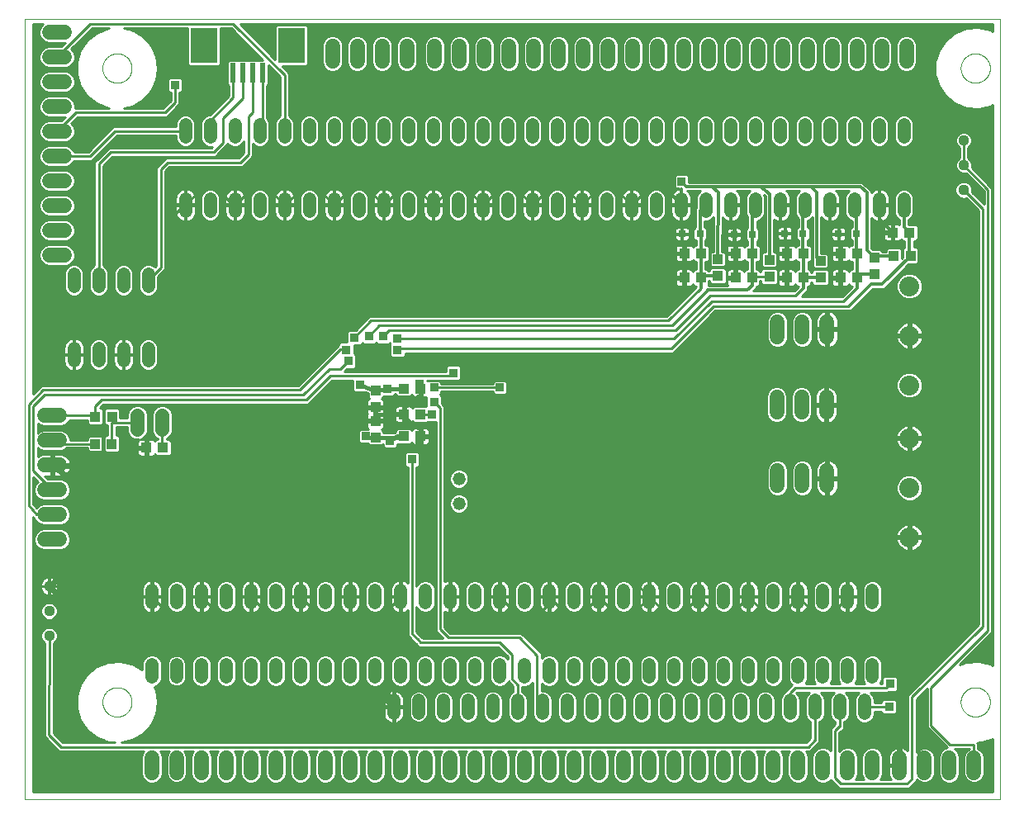
<source format=gbl>
G75*
%MOIN*%
%OFA0B0*%
%FSLAX25Y25*%
%IPPOS*%
%LPD*%
%AMOC8*
5,1,8,0,0,1.08239X$1,22.5*
%
%ADD10C,0.00000*%
%ADD11R,0.03937X0.04331*%
%ADD12R,0.04331X0.03937*%
%ADD13C,0.05600*%
%ADD14C,0.06000*%
%ADD15C,0.05200*%
%ADD16C,0.04400*%
%ADD17C,0.05937*%
%ADD18C,0.05200*%
%ADD19R,0.02400X0.07900*%
%ADD20R,0.10500X0.14200*%
%ADD21C,0.08000*%
%ADD22R,0.03000X0.02800*%
%ADD23C,0.01600*%
%ADD24C,0.01000*%
%ADD25R,0.03562X0.03562*%
%ADD26C,0.02400*%
%ADD27C,0.01200*%
D10*
X0008551Y0007554D02*
X0008551Y0322514D01*
X0402252Y0322514D01*
X0402252Y0007554D01*
X0008551Y0007554D01*
X0040047Y0046924D02*
X0040049Y0047077D01*
X0040055Y0047231D01*
X0040065Y0047384D01*
X0040079Y0047536D01*
X0040097Y0047689D01*
X0040119Y0047840D01*
X0040144Y0047991D01*
X0040174Y0048142D01*
X0040208Y0048292D01*
X0040245Y0048440D01*
X0040286Y0048588D01*
X0040331Y0048734D01*
X0040380Y0048880D01*
X0040433Y0049024D01*
X0040489Y0049166D01*
X0040549Y0049307D01*
X0040613Y0049447D01*
X0040680Y0049585D01*
X0040751Y0049721D01*
X0040826Y0049855D01*
X0040903Y0049987D01*
X0040985Y0050117D01*
X0041069Y0050245D01*
X0041157Y0050371D01*
X0041248Y0050494D01*
X0041342Y0050615D01*
X0041440Y0050733D01*
X0041540Y0050849D01*
X0041644Y0050962D01*
X0041750Y0051073D01*
X0041859Y0051181D01*
X0041971Y0051286D01*
X0042085Y0051387D01*
X0042203Y0051486D01*
X0042322Y0051582D01*
X0042444Y0051675D01*
X0042569Y0051764D01*
X0042696Y0051851D01*
X0042825Y0051933D01*
X0042956Y0052013D01*
X0043089Y0052089D01*
X0043224Y0052162D01*
X0043361Y0052231D01*
X0043500Y0052296D01*
X0043640Y0052358D01*
X0043782Y0052416D01*
X0043925Y0052471D01*
X0044070Y0052522D01*
X0044216Y0052569D01*
X0044363Y0052612D01*
X0044511Y0052651D01*
X0044660Y0052687D01*
X0044810Y0052718D01*
X0044961Y0052746D01*
X0045112Y0052770D01*
X0045265Y0052790D01*
X0045417Y0052806D01*
X0045570Y0052818D01*
X0045723Y0052826D01*
X0045876Y0052830D01*
X0046030Y0052830D01*
X0046183Y0052826D01*
X0046336Y0052818D01*
X0046489Y0052806D01*
X0046641Y0052790D01*
X0046794Y0052770D01*
X0046945Y0052746D01*
X0047096Y0052718D01*
X0047246Y0052687D01*
X0047395Y0052651D01*
X0047543Y0052612D01*
X0047690Y0052569D01*
X0047836Y0052522D01*
X0047981Y0052471D01*
X0048124Y0052416D01*
X0048266Y0052358D01*
X0048406Y0052296D01*
X0048545Y0052231D01*
X0048682Y0052162D01*
X0048817Y0052089D01*
X0048950Y0052013D01*
X0049081Y0051933D01*
X0049210Y0051851D01*
X0049337Y0051764D01*
X0049462Y0051675D01*
X0049584Y0051582D01*
X0049703Y0051486D01*
X0049821Y0051387D01*
X0049935Y0051286D01*
X0050047Y0051181D01*
X0050156Y0051073D01*
X0050262Y0050962D01*
X0050366Y0050849D01*
X0050466Y0050733D01*
X0050564Y0050615D01*
X0050658Y0050494D01*
X0050749Y0050371D01*
X0050837Y0050245D01*
X0050921Y0050117D01*
X0051003Y0049987D01*
X0051080Y0049855D01*
X0051155Y0049721D01*
X0051226Y0049585D01*
X0051293Y0049447D01*
X0051357Y0049307D01*
X0051417Y0049166D01*
X0051473Y0049024D01*
X0051526Y0048880D01*
X0051575Y0048734D01*
X0051620Y0048588D01*
X0051661Y0048440D01*
X0051698Y0048292D01*
X0051732Y0048142D01*
X0051762Y0047991D01*
X0051787Y0047840D01*
X0051809Y0047689D01*
X0051827Y0047536D01*
X0051841Y0047384D01*
X0051851Y0047231D01*
X0051857Y0047077D01*
X0051859Y0046924D01*
X0051857Y0046771D01*
X0051851Y0046617D01*
X0051841Y0046464D01*
X0051827Y0046312D01*
X0051809Y0046159D01*
X0051787Y0046008D01*
X0051762Y0045857D01*
X0051732Y0045706D01*
X0051698Y0045556D01*
X0051661Y0045408D01*
X0051620Y0045260D01*
X0051575Y0045114D01*
X0051526Y0044968D01*
X0051473Y0044824D01*
X0051417Y0044682D01*
X0051357Y0044541D01*
X0051293Y0044401D01*
X0051226Y0044263D01*
X0051155Y0044127D01*
X0051080Y0043993D01*
X0051003Y0043861D01*
X0050921Y0043731D01*
X0050837Y0043603D01*
X0050749Y0043477D01*
X0050658Y0043354D01*
X0050564Y0043233D01*
X0050466Y0043115D01*
X0050366Y0042999D01*
X0050262Y0042886D01*
X0050156Y0042775D01*
X0050047Y0042667D01*
X0049935Y0042562D01*
X0049821Y0042461D01*
X0049703Y0042362D01*
X0049584Y0042266D01*
X0049462Y0042173D01*
X0049337Y0042084D01*
X0049210Y0041997D01*
X0049081Y0041915D01*
X0048950Y0041835D01*
X0048817Y0041759D01*
X0048682Y0041686D01*
X0048545Y0041617D01*
X0048406Y0041552D01*
X0048266Y0041490D01*
X0048124Y0041432D01*
X0047981Y0041377D01*
X0047836Y0041326D01*
X0047690Y0041279D01*
X0047543Y0041236D01*
X0047395Y0041197D01*
X0047246Y0041161D01*
X0047096Y0041130D01*
X0046945Y0041102D01*
X0046794Y0041078D01*
X0046641Y0041058D01*
X0046489Y0041042D01*
X0046336Y0041030D01*
X0046183Y0041022D01*
X0046030Y0041018D01*
X0045876Y0041018D01*
X0045723Y0041022D01*
X0045570Y0041030D01*
X0045417Y0041042D01*
X0045265Y0041058D01*
X0045112Y0041078D01*
X0044961Y0041102D01*
X0044810Y0041130D01*
X0044660Y0041161D01*
X0044511Y0041197D01*
X0044363Y0041236D01*
X0044216Y0041279D01*
X0044070Y0041326D01*
X0043925Y0041377D01*
X0043782Y0041432D01*
X0043640Y0041490D01*
X0043500Y0041552D01*
X0043361Y0041617D01*
X0043224Y0041686D01*
X0043089Y0041759D01*
X0042956Y0041835D01*
X0042825Y0041915D01*
X0042696Y0041997D01*
X0042569Y0042084D01*
X0042444Y0042173D01*
X0042322Y0042266D01*
X0042203Y0042362D01*
X0042085Y0042461D01*
X0041971Y0042562D01*
X0041859Y0042667D01*
X0041750Y0042775D01*
X0041644Y0042886D01*
X0041540Y0042999D01*
X0041440Y0043115D01*
X0041342Y0043233D01*
X0041248Y0043354D01*
X0041157Y0043477D01*
X0041069Y0043603D01*
X0040985Y0043731D01*
X0040903Y0043861D01*
X0040826Y0043993D01*
X0040751Y0044127D01*
X0040680Y0044263D01*
X0040613Y0044401D01*
X0040549Y0044541D01*
X0040489Y0044682D01*
X0040433Y0044824D01*
X0040380Y0044968D01*
X0040331Y0045114D01*
X0040286Y0045260D01*
X0040245Y0045408D01*
X0040208Y0045556D01*
X0040174Y0045706D01*
X0040144Y0045857D01*
X0040119Y0046008D01*
X0040097Y0046159D01*
X0040079Y0046312D01*
X0040065Y0046464D01*
X0040055Y0046617D01*
X0040049Y0046771D01*
X0040047Y0046924D01*
X0040047Y0302829D02*
X0040049Y0302982D01*
X0040055Y0303136D01*
X0040065Y0303289D01*
X0040079Y0303441D01*
X0040097Y0303594D01*
X0040119Y0303745D01*
X0040144Y0303896D01*
X0040174Y0304047D01*
X0040208Y0304197D01*
X0040245Y0304345D01*
X0040286Y0304493D01*
X0040331Y0304639D01*
X0040380Y0304785D01*
X0040433Y0304929D01*
X0040489Y0305071D01*
X0040549Y0305212D01*
X0040613Y0305352D01*
X0040680Y0305490D01*
X0040751Y0305626D01*
X0040826Y0305760D01*
X0040903Y0305892D01*
X0040985Y0306022D01*
X0041069Y0306150D01*
X0041157Y0306276D01*
X0041248Y0306399D01*
X0041342Y0306520D01*
X0041440Y0306638D01*
X0041540Y0306754D01*
X0041644Y0306867D01*
X0041750Y0306978D01*
X0041859Y0307086D01*
X0041971Y0307191D01*
X0042085Y0307292D01*
X0042203Y0307391D01*
X0042322Y0307487D01*
X0042444Y0307580D01*
X0042569Y0307669D01*
X0042696Y0307756D01*
X0042825Y0307838D01*
X0042956Y0307918D01*
X0043089Y0307994D01*
X0043224Y0308067D01*
X0043361Y0308136D01*
X0043500Y0308201D01*
X0043640Y0308263D01*
X0043782Y0308321D01*
X0043925Y0308376D01*
X0044070Y0308427D01*
X0044216Y0308474D01*
X0044363Y0308517D01*
X0044511Y0308556D01*
X0044660Y0308592D01*
X0044810Y0308623D01*
X0044961Y0308651D01*
X0045112Y0308675D01*
X0045265Y0308695D01*
X0045417Y0308711D01*
X0045570Y0308723D01*
X0045723Y0308731D01*
X0045876Y0308735D01*
X0046030Y0308735D01*
X0046183Y0308731D01*
X0046336Y0308723D01*
X0046489Y0308711D01*
X0046641Y0308695D01*
X0046794Y0308675D01*
X0046945Y0308651D01*
X0047096Y0308623D01*
X0047246Y0308592D01*
X0047395Y0308556D01*
X0047543Y0308517D01*
X0047690Y0308474D01*
X0047836Y0308427D01*
X0047981Y0308376D01*
X0048124Y0308321D01*
X0048266Y0308263D01*
X0048406Y0308201D01*
X0048545Y0308136D01*
X0048682Y0308067D01*
X0048817Y0307994D01*
X0048950Y0307918D01*
X0049081Y0307838D01*
X0049210Y0307756D01*
X0049337Y0307669D01*
X0049462Y0307580D01*
X0049584Y0307487D01*
X0049703Y0307391D01*
X0049821Y0307292D01*
X0049935Y0307191D01*
X0050047Y0307086D01*
X0050156Y0306978D01*
X0050262Y0306867D01*
X0050366Y0306754D01*
X0050466Y0306638D01*
X0050564Y0306520D01*
X0050658Y0306399D01*
X0050749Y0306276D01*
X0050837Y0306150D01*
X0050921Y0306022D01*
X0051003Y0305892D01*
X0051080Y0305760D01*
X0051155Y0305626D01*
X0051226Y0305490D01*
X0051293Y0305352D01*
X0051357Y0305212D01*
X0051417Y0305071D01*
X0051473Y0304929D01*
X0051526Y0304785D01*
X0051575Y0304639D01*
X0051620Y0304493D01*
X0051661Y0304345D01*
X0051698Y0304197D01*
X0051732Y0304047D01*
X0051762Y0303896D01*
X0051787Y0303745D01*
X0051809Y0303594D01*
X0051827Y0303441D01*
X0051841Y0303289D01*
X0051851Y0303136D01*
X0051857Y0302982D01*
X0051859Y0302829D01*
X0051857Y0302676D01*
X0051851Y0302522D01*
X0051841Y0302369D01*
X0051827Y0302217D01*
X0051809Y0302064D01*
X0051787Y0301913D01*
X0051762Y0301762D01*
X0051732Y0301611D01*
X0051698Y0301461D01*
X0051661Y0301313D01*
X0051620Y0301165D01*
X0051575Y0301019D01*
X0051526Y0300873D01*
X0051473Y0300729D01*
X0051417Y0300587D01*
X0051357Y0300446D01*
X0051293Y0300306D01*
X0051226Y0300168D01*
X0051155Y0300032D01*
X0051080Y0299898D01*
X0051003Y0299766D01*
X0050921Y0299636D01*
X0050837Y0299508D01*
X0050749Y0299382D01*
X0050658Y0299259D01*
X0050564Y0299138D01*
X0050466Y0299020D01*
X0050366Y0298904D01*
X0050262Y0298791D01*
X0050156Y0298680D01*
X0050047Y0298572D01*
X0049935Y0298467D01*
X0049821Y0298366D01*
X0049703Y0298267D01*
X0049584Y0298171D01*
X0049462Y0298078D01*
X0049337Y0297989D01*
X0049210Y0297902D01*
X0049081Y0297820D01*
X0048950Y0297740D01*
X0048817Y0297664D01*
X0048682Y0297591D01*
X0048545Y0297522D01*
X0048406Y0297457D01*
X0048266Y0297395D01*
X0048124Y0297337D01*
X0047981Y0297282D01*
X0047836Y0297231D01*
X0047690Y0297184D01*
X0047543Y0297141D01*
X0047395Y0297102D01*
X0047246Y0297066D01*
X0047096Y0297035D01*
X0046945Y0297007D01*
X0046794Y0296983D01*
X0046641Y0296963D01*
X0046489Y0296947D01*
X0046336Y0296935D01*
X0046183Y0296927D01*
X0046030Y0296923D01*
X0045876Y0296923D01*
X0045723Y0296927D01*
X0045570Y0296935D01*
X0045417Y0296947D01*
X0045265Y0296963D01*
X0045112Y0296983D01*
X0044961Y0297007D01*
X0044810Y0297035D01*
X0044660Y0297066D01*
X0044511Y0297102D01*
X0044363Y0297141D01*
X0044216Y0297184D01*
X0044070Y0297231D01*
X0043925Y0297282D01*
X0043782Y0297337D01*
X0043640Y0297395D01*
X0043500Y0297457D01*
X0043361Y0297522D01*
X0043224Y0297591D01*
X0043089Y0297664D01*
X0042956Y0297740D01*
X0042825Y0297820D01*
X0042696Y0297902D01*
X0042569Y0297989D01*
X0042444Y0298078D01*
X0042322Y0298171D01*
X0042203Y0298267D01*
X0042085Y0298366D01*
X0041971Y0298467D01*
X0041859Y0298572D01*
X0041750Y0298680D01*
X0041644Y0298791D01*
X0041540Y0298904D01*
X0041440Y0299020D01*
X0041342Y0299138D01*
X0041248Y0299259D01*
X0041157Y0299382D01*
X0041069Y0299508D01*
X0040985Y0299636D01*
X0040903Y0299766D01*
X0040826Y0299898D01*
X0040751Y0300032D01*
X0040680Y0300168D01*
X0040613Y0300306D01*
X0040549Y0300446D01*
X0040489Y0300587D01*
X0040433Y0300729D01*
X0040380Y0300873D01*
X0040331Y0301019D01*
X0040286Y0301165D01*
X0040245Y0301313D01*
X0040208Y0301461D01*
X0040174Y0301611D01*
X0040144Y0301762D01*
X0040119Y0301913D01*
X0040097Y0302064D01*
X0040079Y0302217D01*
X0040065Y0302369D01*
X0040055Y0302522D01*
X0040049Y0302676D01*
X0040047Y0302829D01*
X0386503Y0302829D02*
X0386505Y0302982D01*
X0386511Y0303136D01*
X0386521Y0303289D01*
X0386535Y0303441D01*
X0386553Y0303594D01*
X0386575Y0303745D01*
X0386600Y0303896D01*
X0386630Y0304047D01*
X0386664Y0304197D01*
X0386701Y0304345D01*
X0386742Y0304493D01*
X0386787Y0304639D01*
X0386836Y0304785D01*
X0386889Y0304929D01*
X0386945Y0305071D01*
X0387005Y0305212D01*
X0387069Y0305352D01*
X0387136Y0305490D01*
X0387207Y0305626D01*
X0387282Y0305760D01*
X0387359Y0305892D01*
X0387441Y0306022D01*
X0387525Y0306150D01*
X0387613Y0306276D01*
X0387704Y0306399D01*
X0387798Y0306520D01*
X0387896Y0306638D01*
X0387996Y0306754D01*
X0388100Y0306867D01*
X0388206Y0306978D01*
X0388315Y0307086D01*
X0388427Y0307191D01*
X0388541Y0307292D01*
X0388659Y0307391D01*
X0388778Y0307487D01*
X0388900Y0307580D01*
X0389025Y0307669D01*
X0389152Y0307756D01*
X0389281Y0307838D01*
X0389412Y0307918D01*
X0389545Y0307994D01*
X0389680Y0308067D01*
X0389817Y0308136D01*
X0389956Y0308201D01*
X0390096Y0308263D01*
X0390238Y0308321D01*
X0390381Y0308376D01*
X0390526Y0308427D01*
X0390672Y0308474D01*
X0390819Y0308517D01*
X0390967Y0308556D01*
X0391116Y0308592D01*
X0391266Y0308623D01*
X0391417Y0308651D01*
X0391568Y0308675D01*
X0391721Y0308695D01*
X0391873Y0308711D01*
X0392026Y0308723D01*
X0392179Y0308731D01*
X0392332Y0308735D01*
X0392486Y0308735D01*
X0392639Y0308731D01*
X0392792Y0308723D01*
X0392945Y0308711D01*
X0393097Y0308695D01*
X0393250Y0308675D01*
X0393401Y0308651D01*
X0393552Y0308623D01*
X0393702Y0308592D01*
X0393851Y0308556D01*
X0393999Y0308517D01*
X0394146Y0308474D01*
X0394292Y0308427D01*
X0394437Y0308376D01*
X0394580Y0308321D01*
X0394722Y0308263D01*
X0394862Y0308201D01*
X0395001Y0308136D01*
X0395138Y0308067D01*
X0395273Y0307994D01*
X0395406Y0307918D01*
X0395537Y0307838D01*
X0395666Y0307756D01*
X0395793Y0307669D01*
X0395918Y0307580D01*
X0396040Y0307487D01*
X0396159Y0307391D01*
X0396277Y0307292D01*
X0396391Y0307191D01*
X0396503Y0307086D01*
X0396612Y0306978D01*
X0396718Y0306867D01*
X0396822Y0306754D01*
X0396922Y0306638D01*
X0397020Y0306520D01*
X0397114Y0306399D01*
X0397205Y0306276D01*
X0397293Y0306150D01*
X0397377Y0306022D01*
X0397459Y0305892D01*
X0397536Y0305760D01*
X0397611Y0305626D01*
X0397682Y0305490D01*
X0397749Y0305352D01*
X0397813Y0305212D01*
X0397873Y0305071D01*
X0397929Y0304929D01*
X0397982Y0304785D01*
X0398031Y0304639D01*
X0398076Y0304493D01*
X0398117Y0304345D01*
X0398154Y0304197D01*
X0398188Y0304047D01*
X0398218Y0303896D01*
X0398243Y0303745D01*
X0398265Y0303594D01*
X0398283Y0303441D01*
X0398297Y0303289D01*
X0398307Y0303136D01*
X0398313Y0302982D01*
X0398315Y0302829D01*
X0398313Y0302676D01*
X0398307Y0302522D01*
X0398297Y0302369D01*
X0398283Y0302217D01*
X0398265Y0302064D01*
X0398243Y0301913D01*
X0398218Y0301762D01*
X0398188Y0301611D01*
X0398154Y0301461D01*
X0398117Y0301313D01*
X0398076Y0301165D01*
X0398031Y0301019D01*
X0397982Y0300873D01*
X0397929Y0300729D01*
X0397873Y0300587D01*
X0397813Y0300446D01*
X0397749Y0300306D01*
X0397682Y0300168D01*
X0397611Y0300032D01*
X0397536Y0299898D01*
X0397459Y0299766D01*
X0397377Y0299636D01*
X0397293Y0299508D01*
X0397205Y0299382D01*
X0397114Y0299259D01*
X0397020Y0299138D01*
X0396922Y0299020D01*
X0396822Y0298904D01*
X0396718Y0298791D01*
X0396612Y0298680D01*
X0396503Y0298572D01*
X0396391Y0298467D01*
X0396277Y0298366D01*
X0396159Y0298267D01*
X0396040Y0298171D01*
X0395918Y0298078D01*
X0395793Y0297989D01*
X0395666Y0297902D01*
X0395537Y0297820D01*
X0395406Y0297740D01*
X0395273Y0297664D01*
X0395138Y0297591D01*
X0395001Y0297522D01*
X0394862Y0297457D01*
X0394722Y0297395D01*
X0394580Y0297337D01*
X0394437Y0297282D01*
X0394292Y0297231D01*
X0394146Y0297184D01*
X0393999Y0297141D01*
X0393851Y0297102D01*
X0393702Y0297066D01*
X0393552Y0297035D01*
X0393401Y0297007D01*
X0393250Y0296983D01*
X0393097Y0296963D01*
X0392945Y0296947D01*
X0392792Y0296935D01*
X0392639Y0296927D01*
X0392486Y0296923D01*
X0392332Y0296923D01*
X0392179Y0296927D01*
X0392026Y0296935D01*
X0391873Y0296947D01*
X0391721Y0296963D01*
X0391568Y0296983D01*
X0391417Y0297007D01*
X0391266Y0297035D01*
X0391116Y0297066D01*
X0390967Y0297102D01*
X0390819Y0297141D01*
X0390672Y0297184D01*
X0390526Y0297231D01*
X0390381Y0297282D01*
X0390238Y0297337D01*
X0390096Y0297395D01*
X0389956Y0297457D01*
X0389817Y0297522D01*
X0389680Y0297591D01*
X0389545Y0297664D01*
X0389412Y0297740D01*
X0389281Y0297820D01*
X0389152Y0297902D01*
X0389025Y0297989D01*
X0388900Y0298078D01*
X0388778Y0298171D01*
X0388659Y0298267D01*
X0388541Y0298366D01*
X0388427Y0298467D01*
X0388315Y0298572D01*
X0388206Y0298680D01*
X0388100Y0298791D01*
X0387996Y0298904D01*
X0387896Y0299020D01*
X0387798Y0299138D01*
X0387704Y0299259D01*
X0387613Y0299382D01*
X0387525Y0299508D01*
X0387441Y0299636D01*
X0387359Y0299766D01*
X0387282Y0299898D01*
X0387207Y0300032D01*
X0387136Y0300168D01*
X0387069Y0300306D01*
X0387005Y0300446D01*
X0386945Y0300587D01*
X0386889Y0300729D01*
X0386836Y0300873D01*
X0386787Y0301019D01*
X0386742Y0301165D01*
X0386701Y0301313D01*
X0386664Y0301461D01*
X0386630Y0301611D01*
X0386600Y0301762D01*
X0386575Y0301913D01*
X0386553Y0302064D01*
X0386535Y0302217D01*
X0386521Y0302369D01*
X0386511Y0302522D01*
X0386505Y0302676D01*
X0386503Y0302829D01*
X0386503Y0046924D02*
X0386505Y0047077D01*
X0386511Y0047231D01*
X0386521Y0047384D01*
X0386535Y0047536D01*
X0386553Y0047689D01*
X0386575Y0047840D01*
X0386600Y0047991D01*
X0386630Y0048142D01*
X0386664Y0048292D01*
X0386701Y0048440D01*
X0386742Y0048588D01*
X0386787Y0048734D01*
X0386836Y0048880D01*
X0386889Y0049024D01*
X0386945Y0049166D01*
X0387005Y0049307D01*
X0387069Y0049447D01*
X0387136Y0049585D01*
X0387207Y0049721D01*
X0387282Y0049855D01*
X0387359Y0049987D01*
X0387441Y0050117D01*
X0387525Y0050245D01*
X0387613Y0050371D01*
X0387704Y0050494D01*
X0387798Y0050615D01*
X0387896Y0050733D01*
X0387996Y0050849D01*
X0388100Y0050962D01*
X0388206Y0051073D01*
X0388315Y0051181D01*
X0388427Y0051286D01*
X0388541Y0051387D01*
X0388659Y0051486D01*
X0388778Y0051582D01*
X0388900Y0051675D01*
X0389025Y0051764D01*
X0389152Y0051851D01*
X0389281Y0051933D01*
X0389412Y0052013D01*
X0389545Y0052089D01*
X0389680Y0052162D01*
X0389817Y0052231D01*
X0389956Y0052296D01*
X0390096Y0052358D01*
X0390238Y0052416D01*
X0390381Y0052471D01*
X0390526Y0052522D01*
X0390672Y0052569D01*
X0390819Y0052612D01*
X0390967Y0052651D01*
X0391116Y0052687D01*
X0391266Y0052718D01*
X0391417Y0052746D01*
X0391568Y0052770D01*
X0391721Y0052790D01*
X0391873Y0052806D01*
X0392026Y0052818D01*
X0392179Y0052826D01*
X0392332Y0052830D01*
X0392486Y0052830D01*
X0392639Y0052826D01*
X0392792Y0052818D01*
X0392945Y0052806D01*
X0393097Y0052790D01*
X0393250Y0052770D01*
X0393401Y0052746D01*
X0393552Y0052718D01*
X0393702Y0052687D01*
X0393851Y0052651D01*
X0393999Y0052612D01*
X0394146Y0052569D01*
X0394292Y0052522D01*
X0394437Y0052471D01*
X0394580Y0052416D01*
X0394722Y0052358D01*
X0394862Y0052296D01*
X0395001Y0052231D01*
X0395138Y0052162D01*
X0395273Y0052089D01*
X0395406Y0052013D01*
X0395537Y0051933D01*
X0395666Y0051851D01*
X0395793Y0051764D01*
X0395918Y0051675D01*
X0396040Y0051582D01*
X0396159Y0051486D01*
X0396277Y0051387D01*
X0396391Y0051286D01*
X0396503Y0051181D01*
X0396612Y0051073D01*
X0396718Y0050962D01*
X0396822Y0050849D01*
X0396922Y0050733D01*
X0397020Y0050615D01*
X0397114Y0050494D01*
X0397205Y0050371D01*
X0397293Y0050245D01*
X0397377Y0050117D01*
X0397459Y0049987D01*
X0397536Y0049855D01*
X0397611Y0049721D01*
X0397682Y0049585D01*
X0397749Y0049447D01*
X0397813Y0049307D01*
X0397873Y0049166D01*
X0397929Y0049024D01*
X0397982Y0048880D01*
X0398031Y0048734D01*
X0398076Y0048588D01*
X0398117Y0048440D01*
X0398154Y0048292D01*
X0398188Y0048142D01*
X0398218Y0047991D01*
X0398243Y0047840D01*
X0398265Y0047689D01*
X0398283Y0047536D01*
X0398297Y0047384D01*
X0398307Y0047231D01*
X0398313Y0047077D01*
X0398315Y0046924D01*
X0398313Y0046771D01*
X0398307Y0046617D01*
X0398297Y0046464D01*
X0398283Y0046312D01*
X0398265Y0046159D01*
X0398243Y0046008D01*
X0398218Y0045857D01*
X0398188Y0045706D01*
X0398154Y0045556D01*
X0398117Y0045408D01*
X0398076Y0045260D01*
X0398031Y0045114D01*
X0397982Y0044968D01*
X0397929Y0044824D01*
X0397873Y0044682D01*
X0397813Y0044541D01*
X0397749Y0044401D01*
X0397682Y0044263D01*
X0397611Y0044127D01*
X0397536Y0043993D01*
X0397459Y0043861D01*
X0397377Y0043731D01*
X0397293Y0043603D01*
X0397205Y0043477D01*
X0397114Y0043354D01*
X0397020Y0043233D01*
X0396922Y0043115D01*
X0396822Y0042999D01*
X0396718Y0042886D01*
X0396612Y0042775D01*
X0396503Y0042667D01*
X0396391Y0042562D01*
X0396277Y0042461D01*
X0396159Y0042362D01*
X0396040Y0042266D01*
X0395918Y0042173D01*
X0395793Y0042084D01*
X0395666Y0041997D01*
X0395537Y0041915D01*
X0395406Y0041835D01*
X0395273Y0041759D01*
X0395138Y0041686D01*
X0395001Y0041617D01*
X0394862Y0041552D01*
X0394722Y0041490D01*
X0394580Y0041432D01*
X0394437Y0041377D01*
X0394292Y0041326D01*
X0394146Y0041279D01*
X0393999Y0041236D01*
X0393851Y0041197D01*
X0393702Y0041161D01*
X0393552Y0041130D01*
X0393401Y0041102D01*
X0393250Y0041078D01*
X0393097Y0041058D01*
X0392945Y0041042D01*
X0392792Y0041030D01*
X0392639Y0041022D01*
X0392486Y0041018D01*
X0392332Y0041018D01*
X0392179Y0041022D01*
X0392026Y0041030D01*
X0391873Y0041042D01*
X0391721Y0041058D01*
X0391568Y0041078D01*
X0391417Y0041102D01*
X0391266Y0041130D01*
X0391116Y0041161D01*
X0390967Y0041197D01*
X0390819Y0041236D01*
X0390672Y0041279D01*
X0390526Y0041326D01*
X0390381Y0041377D01*
X0390238Y0041432D01*
X0390096Y0041490D01*
X0389956Y0041552D01*
X0389817Y0041617D01*
X0389680Y0041686D01*
X0389545Y0041759D01*
X0389412Y0041835D01*
X0389281Y0041915D01*
X0389152Y0041997D01*
X0389025Y0042084D01*
X0388900Y0042173D01*
X0388778Y0042266D01*
X0388659Y0042362D01*
X0388541Y0042461D01*
X0388427Y0042562D01*
X0388315Y0042667D01*
X0388206Y0042775D01*
X0388100Y0042886D01*
X0387996Y0042999D01*
X0387896Y0043115D01*
X0387798Y0043233D01*
X0387704Y0043354D01*
X0387613Y0043477D01*
X0387525Y0043603D01*
X0387441Y0043731D01*
X0387359Y0043861D01*
X0387282Y0043993D01*
X0387207Y0044127D01*
X0387136Y0044263D01*
X0387069Y0044401D01*
X0387005Y0044541D01*
X0386945Y0044682D01*
X0386889Y0044824D01*
X0386836Y0044968D01*
X0386787Y0045114D01*
X0386742Y0045260D01*
X0386701Y0045408D01*
X0386664Y0045556D01*
X0386630Y0045706D01*
X0386600Y0045857D01*
X0386575Y0046008D01*
X0386553Y0046159D01*
X0386535Y0046312D01*
X0386521Y0046464D01*
X0386511Y0046617D01*
X0386505Y0046771D01*
X0386503Y0046924D01*
D11*
X0344575Y0218184D03*
X0337882Y0218184D03*
X0322921Y0218184D03*
X0316228Y0218184D03*
X0302252Y0218184D03*
X0295559Y0218184D03*
X0281583Y0218184D03*
X0274890Y0218184D03*
X0359535Y0227042D03*
X0366228Y0227042D03*
X0150283Y0172564D03*
X0150283Y0165871D03*
X0150283Y0160507D03*
X0150283Y0153814D03*
X0043827Y0151136D03*
X0037134Y0151136D03*
X0037193Y0162081D03*
X0043886Y0162081D03*
D12*
X0057803Y0149601D03*
X0064496Y0149601D03*
X0161701Y0154207D03*
X0168394Y0154207D03*
X0168394Y0163066D03*
X0161701Y0163066D03*
X0161701Y0173400D03*
X0168394Y0173400D03*
X0274890Y0228026D03*
X0281583Y0228026D03*
X0288472Y0225664D03*
X0288472Y0218971D03*
X0295559Y0228026D03*
X0302252Y0228026D03*
X0309240Y0225467D03*
X0309240Y0218774D03*
X0316228Y0228026D03*
X0322921Y0228026D03*
X0329909Y0224975D03*
X0329909Y0218282D03*
X0337882Y0228026D03*
X0344575Y0228026D03*
X0351563Y0226451D03*
X0351563Y0219759D03*
X0359043Y0236392D03*
X0365736Y0236392D03*
D13*
X0064181Y0162559D02*
X0064181Y0156959D01*
X0054181Y0156959D02*
X0054181Y0162559D01*
D14*
X0022781Y0162554D02*
X0016781Y0162554D01*
X0016781Y0152554D02*
X0022781Y0152554D01*
X0022781Y0142554D02*
X0016781Y0142554D01*
X0016781Y0132554D02*
X0022781Y0132554D01*
X0022781Y0122554D02*
X0016781Y0122554D01*
X0016781Y0112554D02*
X0022781Y0112554D01*
X0312528Y0134318D02*
X0312528Y0140318D01*
X0322528Y0140318D02*
X0322528Y0134318D01*
X0332528Y0134318D02*
X0332528Y0140318D01*
X0332213Y0163924D02*
X0332213Y0169924D01*
X0322213Y0169924D02*
X0322213Y0163924D01*
X0312213Y0163924D02*
X0312213Y0169924D01*
X0312528Y0194357D02*
X0312528Y0200357D01*
X0322528Y0200357D02*
X0322528Y0194357D01*
X0332528Y0194357D02*
X0332528Y0200357D01*
D15*
X0183965Y0137062D03*
X0183965Y0127062D03*
D16*
X0018551Y0093656D03*
X0018551Y0083656D03*
X0018551Y0073656D03*
X0387685Y0253656D03*
X0387685Y0263656D03*
X0387685Y0273656D03*
D17*
X0364575Y0305766D02*
X0364575Y0311703D01*
X0354575Y0311703D02*
X0354575Y0305766D01*
X0344575Y0305766D02*
X0344575Y0311703D01*
X0334575Y0311703D02*
X0334575Y0305766D01*
X0324575Y0305766D02*
X0324575Y0311703D01*
X0314575Y0311703D02*
X0314575Y0305766D01*
X0304575Y0305766D02*
X0304575Y0311703D01*
X0294575Y0311703D02*
X0294575Y0305766D01*
X0284575Y0305766D02*
X0284575Y0311703D01*
X0274575Y0311703D02*
X0274575Y0305766D01*
X0264181Y0305766D02*
X0264181Y0311703D01*
X0254181Y0311703D02*
X0254181Y0305766D01*
X0244181Y0305766D02*
X0244181Y0311703D01*
X0234181Y0311703D02*
X0234181Y0305766D01*
X0224181Y0305766D02*
X0224181Y0311703D01*
X0214181Y0311703D02*
X0214181Y0305766D01*
X0204181Y0305766D02*
X0204181Y0311703D01*
X0194181Y0311703D02*
X0194181Y0305766D01*
X0184181Y0305766D02*
X0184181Y0311703D01*
X0174181Y0311703D02*
X0174181Y0305766D01*
X0162921Y0305766D02*
X0162921Y0311703D01*
X0152921Y0311703D02*
X0152921Y0305766D01*
X0142921Y0305766D02*
X0142921Y0311703D01*
X0132921Y0311703D02*
X0132921Y0305766D01*
X0024709Y0307318D02*
X0018772Y0307318D01*
X0018772Y0317318D02*
X0024709Y0317318D01*
X0024709Y0297318D02*
X0018772Y0297318D01*
X0018772Y0287318D02*
X0024709Y0287318D01*
X0024709Y0277318D02*
X0018772Y0277318D01*
X0018772Y0267318D02*
X0024709Y0267318D01*
X0024709Y0257318D02*
X0018772Y0257318D01*
X0018772Y0247318D02*
X0024709Y0247318D01*
X0024709Y0237318D02*
X0018772Y0237318D01*
X0018772Y0227318D02*
X0024709Y0227318D01*
X0060008Y0024302D02*
X0060008Y0018365D01*
X0070008Y0018365D02*
X0070008Y0024302D01*
X0080008Y0024302D02*
X0080008Y0018365D01*
X0090008Y0018365D02*
X0090008Y0024302D01*
X0100008Y0024302D02*
X0100008Y0018365D01*
X0110008Y0018365D02*
X0110008Y0024302D01*
X0120008Y0024302D02*
X0120008Y0018365D01*
X0130008Y0018365D02*
X0130008Y0024302D01*
X0140008Y0024302D02*
X0140008Y0018365D01*
X0150008Y0018365D02*
X0150008Y0024302D01*
X0160402Y0024302D02*
X0160402Y0018365D01*
X0170402Y0018365D02*
X0170402Y0024302D01*
X0180402Y0024302D02*
X0180402Y0018365D01*
X0190402Y0018365D02*
X0190402Y0024302D01*
X0200402Y0024302D02*
X0200402Y0018365D01*
X0210402Y0018365D02*
X0210402Y0024302D01*
X0220402Y0024302D02*
X0220402Y0018365D01*
X0230402Y0018365D02*
X0230402Y0024302D01*
X0240402Y0024302D02*
X0240402Y0018365D01*
X0250402Y0018365D02*
X0250402Y0024302D01*
X0260795Y0024302D02*
X0260795Y0018365D01*
X0270795Y0018365D02*
X0270795Y0024302D01*
X0280795Y0024302D02*
X0280795Y0018365D01*
X0290795Y0018365D02*
X0290795Y0024302D01*
X0300795Y0024302D02*
X0300795Y0018365D01*
X0310795Y0018365D02*
X0310795Y0024302D01*
X0320795Y0024302D02*
X0320795Y0018365D01*
X0330795Y0018365D02*
X0330795Y0024302D01*
X0340795Y0024302D02*
X0340795Y0018365D01*
X0350795Y0018365D02*
X0350795Y0024302D01*
X0361858Y0024302D02*
X0361858Y0018365D01*
X0371858Y0018365D02*
X0371858Y0024302D01*
X0381858Y0024302D02*
X0381858Y0018365D01*
X0391858Y0018365D02*
X0391858Y0024302D01*
D18*
X0350795Y0056883D02*
X0350795Y0062083D01*
X0340795Y0062083D02*
X0340795Y0056883D01*
X0337646Y0047555D02*
X0337646Y0042355D01*
X0347646Y0042355D02*
X0347646Y0047555D01*
X0330795Y0056883D02*
X0330795Y0062083D01*
X0320795Y0062083D02*
X0320795Y0056883D01*
X0317646Y0047555D02*
X0317646Y0042355D01*
X0307646Y0042355D02*
X0307646Y0047555D01*
X0310795Y0056883D02*
X0310795Y0062083D01*
X0300795Y0062083D02*
X0300795Y0056883D01*
X0290795Y0056883D02*
X0290795Y0062083D01*
X0280795Y0062083D02*
X0280795Y0056883D01*
X0270795Y0056883D02*
X0270795Y0062083D01*
X0260795Y0062083D02*
X0260795Y0056883D01*
X0250402Y0056883D02*
X0250402Y0062083D01*
X0240402Y0062083D02*
X0240402Y0056883D01*
X0230402Y0056883D02*
X0230402Y0062083D01*
X0220402Y0062083D02*
X0220402Y0056883D01*
X0210402Y0056883D02*
X0210402Y0062083D01*
X0200402Y0062083D02*
X0200402Y0056883D01*
X0190402Y0056883D02*
X0190402Y0062083D01*
X0180402Y0062083D02*
X0180402Y0056883D01*
X0177646Y0047555D02*
X0177646Y0042355D01*
X0187646Y0042355D02*
X0187646Y0047555D01*
X0197646Y0047555D02*
X0197646Y0042355D01*
X0207646Y0042355D02*
X0207646Y0047555D01*
X0217646Y0047555D02*
X0217646Y0042355D01*
X0227646Y0042355D02*
X0227646Y0047555D01*
X0237646Y0047555D02*
X0237646Y0042355D01*
X0247646Y0042355D02*
X0247646Y0047555D01*
X0257646Y0047555D02*
X0257646Y0042355D01*
X0267646Y0042355D02*
X0267646Y0047555D01*
X0277646Y0047555D02*
X0277646Y0042355D01*
X0287646Y0042355D02*
X0287646Y0047555D01*
X0297646Y0047555D02*
X0297646Y0042355D01*
X0327646Y0042355D02*
X0327646Y0047555D01*
X0330795Y0086883D02*
X0330795Y0092083D01*
X0320795Y0092083D02*
X0320795Y0086883D01*
X0310795Y0086883D02*
X0310795Y0092083D01*
X0300795Y0092083D02*
X0300795Y0086883D01*
X0290795Y0086883D02*
X0290795Y0092083D01*
X0280795Y0092083D02*
X0280795Y0086883D01*
X0270795Y0086883D02*
X0270795Y0092083D01*
X0260795Y0092083D02*
X0260795Y0086883D01*
X0250402Y0086883D02*
X0250402Y0092083D01*
X0240402Y0092083D02*
X0240402Y0086883D01*
X0230402Y0086883D02*
X0230402Y0092083D01*
X0220402Y0092083D02*
X0220402Y0086883D01*
X0210402Y0086883D02*
X0210402Y0092083D01*
X0200402Y0092083D02*
X0200402Y0086883D01*
X0190402Y0086883D02*
X0190402Y0092083D01*
X0180402Y0092083D02*
X0180402Y0086883D01*
X0170402Y0086883D02*
X0170402Y0092083D01*
X0160402Y0092083D02*
X0160402Y0086883D01*
X0150008Y0086883D02*
X0150008Y0092083D01*
X0140008Y0092083D02*
X0140008Y0086883D01*
X0130008Y0086883D02*
X0130008Y0092083D01*
X0120008Y0092083D02*
X0120008Y0086883D01*
X0110008Y0086883D02*
X0110008Y0092083D01*
X0100008Y0092083D02*
X0100008Y0086883D01*
X0090008Y0086883D02*
X0090008Y0092083D01*
X0080008Y0092083D02*
X0080008Y0086883D01*
X0070008Y0086883D02*
X0070008Y0092083D01*
X0060008Y0092083D02*
X0060008Y0086883D01*
X0060008Y0062083D02*
X0060008Y0056883D01*
X0070008Y0056883D02*
X0070008Y0062083D01*
X0080008Y0062083D02*
X0080008Y0056883D01*
X0090008Y0056883D02*
X0090008Y0062083D01*
X0100008Y0062083D02*
X0100008Y0056883D01*
X0110008Y0056883D02*
X0110008Y0062083D01*
X0120008Y0062083D02*
X0120008Y0056883D01*
X0130008Y0056883D02*
X0130008Y0062083D01*
X0140008Y0062083D02*
X0140008Y0056883D01*
X0150008Y0056883D02*
X0150008Y0062083D01*
X0160402Y0062083D02*
X0160402Y0056883D01*
X0170402Y0056883D02*
X0170402Y0062083D01*
X0167646Y0047555D02*
X0167646Y0042355D01*
X0157646Y0042355D02*
X0157646Y0047555D01*
X0058551Y0184599D02*
X0058551Y0189799D01*
X0048551Y0189799D02*
X0048551Y0184599D01*
X0038551Y0184599D02*
X0038551Y0189799D01*
X0028551Y0189799D02*
X0028551Y0184599D01*
X0028551Y0214599D02*
X0028551Y0219799D01*
X0038551Y0219799D02*
X0038551Y0214599D01*
X0048551Y0214599D02*
X0048551Y0219799D01*
X0058551Y0219799D02*
X0058551Y0214599D01*
X0073551Y0244954D02*
X0073551Y0250154D01*
X0083551Y0250154D02*
X0083551Y0244954D01*
X0093551Y0244954D02*
X0093551Y0250154D01*
X0103551Y0250154D02*
X0103551Y0244954D01*
X0113551Y0244954D02*
X0113551Y0250154D01*
X0123551Y0250154D02*
X0123551Y0244954D01*
X0133551Y0244954D02*
X0133551Y0250154D01*
X0143551Y0250154D02*
X0143551Y0244954D01*
X0153551Y0244954D02*
X0153551Y0250154D01*
X0163551Y0250154D02*
X0163551Y0244954D01*
X0173551Y0244954D02*
X0173551Y0250154D01*
X0183551Y0250154D02*
X0183551Y0244954D01*
X0193551Y0244954D02*
X0193551Y0250154D01*
X0203551Y0250154D02*
X0203551Y0244954D01*
X0213551Y0244954D02*
X0213551Y0250154D01*
X0223551Y0250154D02*
X0223551Y0244954D01*
X0233551Y0244954D02*
X0233551Y0250154D01*
X0243551Y0250154D02*
X0243551Y0244954D01*
X0253551Y0244954D02*
X0253551Y0250154D01*
X0263551Y0250154D02*
X0263551Y0244954D01*
X0273551Y0244954D02*
X0273551Y0250154D01*
X0283551Y0250154D02*
X0283551Y0244954D01*
X0293551Y0244954D02*
X0293551Y0250154D01*
X0303551Y0250154D02*
X0303551Y0244954D01*
X0313551Y0244954D02*
X0313551Y0250154D01*
X0323551Y0250154D02*
X0323551Y0244954D01*
X0333551Y0244954D02*
X0333551Y0250154D01*
X0343551Y0250154D02*
X0343551Y0244954D01*
X0353551Y0244954D02*
X0353551Y0250154D01*
X0363551Y0250154D02*
X0363551Y0244954D01*
X0363551Y0274954D02*
X0363551Y0280154D01*
X0353551Y0280154D02*
X0353551Y0274954D01*
X0343551Y0274954D02*
X0343551Y0280154D01*
X0333551Y0280154D02*
X0333551Y0274954D01*
X0323551Y0274954D02*
X0323551Y0280154D01*
X0313551Y0280154D02*
X0313551Y0274954D01*
X0303551Y0274954D02*
X0303551Y0280154D01*
X0293551Y0280154D02*
X0293551Y0274954D01*
X0283551Y0274954D02*
X0283551Y0280154D01*
X0273551Y0280154D02*
X0273551Y0274954D01*
X0263551Y0274954D02*
X0263551Y0280154D01*
X0253551Y0280154D02*
X0253551Y0274954D01*
X0243551Y0274954D02*
X0243551Y0280154D01*
X0233551Y0280154D02*
X0233551Y0274954D01*
X0223551Y0274954D02*
X0223551Y0280154D01*
X0213551Y0280154D02*
X0213551Y0274954D01*
X0203551Y0274954D02*
X0203551Y0280154D01*
X0193551Y0280154D02*
X0193551Y0274954D01*
X0183551Y0274954D02*
X0183551Y0280154D01*
X0173551Y0280154D02*
X0173551Y0274954D01*
X0163551Y0274954D02*
X0163551Y0280154D01*
X0153551Y0280154D02*
X0153551Y0274954D01*
X0143551Y0274954D02*
X0143551Y0280154D01*
X0133551Y0280154D02*
X0133551Y0274954D01*
X0123551Y0274954D02*
X0123551Y0280154D01*
X0113551Y0280154D02*
X0113551Y0274954D01*
X0103551Y0274954D02*
X0103551Y0280154D01*
X0093551Y0280154D02*
X0093551Y0274954D01*
X0083551Y0274954D02*
X0083551Y0280154D01*
X0073551Y0280154D02*
X0073551Y0274954D01*
X0340795Y0092083D02*
X0340795Y0086883D01*
X0350795Y0086883D02*
X0350795Y0092083D01*
D19*
X0104614Y0300894D03*
X0100677Y0300894D03*
X0096740Y0300894D03*
X0092803Y0300894D03*
D20*
X0081059Y0311944D03*
X0116359Y0311944D03*
D21*
X0365835Y0214837D03*
X0365835Y0194837D03*
X0365835Y0174837D03*
X0365835Y0153420D03*
X0365835Y0133420D03*
X0365835Y0113420D03*
D22*
X0344485Y0235900D03*
X0337185Y0235900D03*
X0322831Y0236097D03*
X0315531Y0236097D03*
X0302359Y0235703D03*
X0295059Y0235703D03*
X0281296Y0235900D03*
X0273996Y0235900D03*
D23*
X0168000Y0175369D02*
X0168000Y0173400D01*
X0168394Y0173400D02*
X0168394Y0170940D01*
X0162094Y0166018D01*
X0162094Y0163066D01*
X0161701Y0163066D02*
X0150283Y0163066D01*
X0150283Y0165871D02*
X0147331Y0166117D01*
X0145362Y0167003D01*
X0149791Y0172810D02*
X0143886Y0174877D01*
X0150283Y0172564D02*
X0155205Y0173302D01*
X0161701Y0173302D01*
X0160126Y0163066D02*
X0168394Y0157160D01*
X0168394Y0154207D01*
X0159142Y0154207D02*
X0156189Y0152239D01*
X0159142Y0153814D02*
X0150283Y0153814D01*
X0146839Y0153814D01*
X0064496Y0149601D02*
X0064181Y0149601D01*
X0037193Y0162081D02*
X0036780Y0162554D01*
X0019781Y0142554D02*
X0019939Y0142396D01*
D24*
X0020282Y0142353D02*
X0162141Y0142353D01*
X0161959Y0142534D02*
X0162725Y0141769D01*
X0163240Y0141769D01*
X0163240Y0095043D01*
X0163073Y0095210D01*
X0162550Y0095590D01*
X0161975Y0095883D01*
X0161362Y0096082D01*
X0160724Y0096183D01*
X0160702Y0096183D01*
X0160702Y0089783D01*
X0160102Y0089783D01*
X0160102Y0096183D01*
X0160079Y0096183D01*
X0159441Y0096082D01*
X0158828Y0095883D01*
X0158253Y0095590D01*
X0157731Y0095210D01*
X0157274Y0094754D01*
X0156895Y0094232D01*
X0156602Y0093657D01*
X0156403Y0093043D01*
X0156302Y0092406D01*
X0156302Y0089783D01*
X0160101Y0089783D01*
X0160101Y0089183D01*
X0156302Y0089183D01*
X0156302Y0086560D01*
X0156403Y0085923D01*
X0156602Y0085309D01*
X0156895Y0084734D01*
X0157274Y0084212D01*
X0157731Y0083756D01*
X0158253Y0083376D01*
X0158828Y0083083D01*
X0159441Y0082884D01*
X0160079Y0082783D01*
X0160102Y0082783D01*
X0160102Y0089183D01*
X0160702Y0089183D01*
X0160702Y0082783D01*
X0160724Y0082783D01*
X0161362Y0082884D01*
X0161975Y0083083D01*
X0162550Y0083376D01*
X0163073Y0083756D01*
X0163240Y0083923D01*
X0163240Y0073734D01*
X0164299Y0072676D01*
X0166513Y0070461D01*
X0166685Y0070290D01*
X0167842Y0069133D01*
X0199732Y0069133D01*
X0203594Y0065270D01*
X0203594Y0064415D01*
X0202615Y0065395D01*
X0201179Y0065990D01*
X0199624Y0065990D01*
X0198188Y0065395D01*
X0197089Y0064296D01*
X0196494Y0062860D01*
X0196494Y0056106D01*
X0197089Y0054670D01*
X0198188Y0053571D01*
X0199624Y0052976D01*
X0201179Y0052976D01*
X0202615Y0053571D01*
X0203714Y0054670D01*
X0203930Y0055191D01*
X0204653Y0054467D01*
X0205839Y0053282D01*
X0205839Y0051036D01*
X0205432Y0050868D01*
X0204333Y0049769D01*
X0203739Y0048333D01*
X0203739Y0041578D01*
X0204333Y0040142D01*
X0205432Y0039043D01*
X0206868Y0038448D01*
X0208423Y0038448D01*
X0209859Y0039043D01*
X0210958Y0040142D01*
X0211553Y0041578D01*
X0211553Y0048333D01*
X0210958Y0049769D01*
X0209859Y0050868D01*
X0209453Y0051036D01*
X0209453Y0052849D01*
X0209593Y0052989D01*
X0209624Y0052976D01*
X0211179Y0052976D01*
X0212615Y0053571D01*
X0213714Y0054670D01*
X0213732Y0054714D01*
X0213732Y0045486D01*
X0213739Y0045480D01*
X0213739Y0041578D01*
X0214333Y0040142D01*
X0215432Y0039043D01*
X0216868Y0038448D01*
X0218423Y0038448D01*
X0219859Y0039043D01*
X0220958Y0040142D01*
X0221553Y0041578D01*
X0221553Y0048333D01*
X0220958Y0049769D01*
X0219859Y0050868D01*
X0218423Y0051462D01*
X0217346Y0051462D01*
X0217346Y0054413D01*
X0218188Y0053571D01*
X0219624Y0052976D01*
X0221179Y0052976D01*
X0222615Y0053571D01*
X0223714Y0054670D01*
X0224309Y0056106D01*
X0224309Y0062860D01*
X0223714Y0064296D01*
X0222615Y0065395D01*
X0221179Y0065990D01*
X0219624Y0065990D01*
X0218188Y0065395D01*
X0217346Y0064553D01*
X0217346Y0066472D01*
X0216288Y0067530D01*
X0209004Y0074814D01*
X0180461Y0074814D01*
X0178173Y0077102D01*
X0178173Y0083434D01*
X0178253Y0083376D01*
X0178828Y0083083D01*
X0179441Y0082884D01*
X0180079Y0082783D01*
X0180102Y0082783D01*
X0180102Y0089183D01*
X0180702Y0089183D01*
X0180702Y0089783D01*
X0184502Y0089783D01*
X0184502Y0092406D01*
X0184401Y0093043D01*
X0184201Y0093657D01*
X0183908Y0094232D01*
X0183529Y0094754D01*
X0183073Y0095210D01*
X0182550Y0095590D01*
X0181975Y0095883D01*
X0181362Y0096082D01*
X0180724Y0096183D01*
X0180702Y0096183D01*
X0180702Y0089783D01*
X0180102Y0089783D01*
X0180102Y0096183D01*
X0180079Y0096183D01*
X0179441Y0096082D01*
X0178828Y0095883D01*
X0178253Y0095590D01*
X0178173Y0095532D01*
X0178173Y0166275D01*
X0177115Y0167333D01*
X0176994Y0167454D01*
X0176994Y0170309D01*
X0176228Y0171075D01*
X0176206Y0171075D01*
X0176787Y0171656D01*
X0176787Y0172292D01*
X0197599Y0172292D01*
X0197599Y0171656D01*
X0198244Y0171011D01*
X0202717Y0171011D01*
X0203361Y0171656D01*
X0203361Y0176129D01*
X0202717Y0176773D01*
X0198244Y0176773D01*
X0197599Y0176129D01*
X0197599Y0175492D01*
X0176787Y0175492D01*
X0176787Y0176129D01*
X0176142Y0176773D01*
X0171669Y0176773D01*
X0171470Y0176575D01*
X0171138Y0176767D01*
X0170977Y0176810D01*
X0179357Y0176810D01*
X0179457Y0176710D01*
X0184102Y0176710D01*
X0184868Y0177475D01*
X0184868Y0182120D01*
X0184102Y0182886D01*
X0179457Y0182886D01*
X0178691Y0182120D01*
X0178691Y0180424D01*
X0137717Y0180424D01*
X0138727Y0181434D01*
X0141582Y0181434D01*
X0142348Y0182200D01*
X0142348Y0186845D01*
X0141582Y0187610D01*
X0141561Y0187610D01*
X0141561Y0190883D01*
X0144141Y0190883D01*
X0144907Y0191649D01*
X0144907Y0191968D01*
X0145402Y0191473D01*
X0150047Y0191473D01*
X0150480Y0191907D01*
X0150914Y0191473D01*
X0155559Y0191473D01*
X0156054Y0191968D01*
X0156054Y0191471D01*
X0156053Y0191471D01*
X0156053Y0186826D01*
X0156819Y0186060D01*
X0161464Y0186060D01*
X0162230Y0186826D01*
X0162230Y0187833D01*
X0270323Y0187833D01*
X0287449Y0204959D01*
X0340535Y0204959D01*
X0340635Y0204859D01*
X0342215Y0204859D01*
X0351073Y0213718D01*
X0355601Y0213718D01*
X0365453Y0223570D01*
X0368738Y0223570D01*
X0369504Y0224335D01*
X0369504Y0229749D01*
X0368738Y0230514D01*
X0367643Y0230514D01*
X0367643Y0233117D01*
X0368443Y0233117D01*
X0369209Y0233882D01*
X0369209Y0238902D01*
X0368443Y0239668D01*
X0365458Y0239668D01*
X0365458Y0241515D01*
X0365764Y0241642D01*
X0366863Y0242741D01*
X0367458Y0244177D01*
X0367458Y0250931D01*
X0366863Y0252367D01*
X0365764Y0253466D01*
X0364328Y0254061D01*
X0362774Y0254061D01*
X0361338Y0253466D01*
X0360239Y0252367D01*
X0359644Y0250931D01*
X0359644Y0244177D01*
X0360239Y0242741D01*
X0361338Y0241642D01*
X0361644Y0241515D01*
X0361644Y0239797D01*
X0361406Y0239861D01*
X0359528Y0239861D01*
X0359528Y0236877D01*
X0358559Y0236877D01*
X0358559Y0239861D01*
X0356680Y0239861D01*
X0356299Y0239759D01*
X0355957Y0239561D01*
X0355678Y0239282D01*
X0355480Y0238940D01*
X0355378Y0238558D01*
X0355378Y0236877D01*
X0358559Y0236877D01*
X0358559Y0235908D01*
X0359528Y0235908D01*
X0359528Y0232924D01*
X0361406Y0232924D01*
X0361788Y0233026D01*
X0362130Y0233224D01*
X0362409Y0233503D01*
X0362495Y0233651D01*
X0363029Y0233117D01*
X0363829Y0233117D01*
X0363829Y0230514D01*
X0363718Y0230514D01*
X0362953Y0229749D01*
X0362953Y0226463D01*
X0362604Y0226115D01*
X0362604Y0229663D01*
X0361960Y0230307D01*
X0357111Y0230307D01*
X0356467Y0229663D01*
X0356467Y0228742D01*
X0354828Y0228742D01*
X0354828Y0228876D01*
X0354184Y0229520D01*
X0350899Y0229520D01*
X0350310Y0230108D01*
X0350310Y0242439D01*
X0350424Y0242283D01*
X0350880Y0241826D01*
X0351402Y0241447D01*
X0351977Y0241154D01*
X0352591Y0240955D01*
X0353228Y0240854D01*
X0353251Y0240854D01*
X0353251Y0247254D01*
X0353851Y0247254D01*
X0353851Y0247854D01*
X0353251Y0247854D01*
X0353251Y0254254D01*
X0353228Y0254254D01*
X0352591Y0254153D01*
X0351977Y0253953D01*
X0351402Y0253660D01*
X0350880Y0253281D01*
X0350424Y0252825D01*
X0350310Y0252668D01*
X0350310Y0253337D01*
X0347850Y0255797D01*
X0346854Y0256793D01*
X0306424Y0256793D01*
X0306367Y0256842D01*
X0305730Y0256793D01*
X0276688Y0256793D01*
X0276688Y0259298D01*
X0276044Y0259943D01*
X0271570Y0259943D01*
X0270926Y0259298D01*
X0270926Y0254825D01*
X0271570Y0254181D01*
X0272766Y0254181D01*
X0272591Y0254153D01*
X0271977Y0253953D01*
X0271402Y0253660D01*
X0270880Y0253281D01*
X0270424Y0252825D01*
X0270045Y0252303D01*
X0269752Y0251728D01*
X0269552Y0251114D01*
X0269451Y0250476D01*
X0269451Y0247854D01*
X0273251Y0247854D01*
X0273251Y0254181D01*
X0273851Y0254181D01*
X0273851Y0247854D01*
X0273251Y0247854D01*
X0273251Y0247254D01*
X0269451Y0247254D01*
X0269451Y0244631D01*
X0269552Y0243994D01*
X0269752Y0243380D01*
X0270045Y0242805D01*
X0270424Y0242283D01*
X0270880Y0241826D01*
X0271402Y0241447D01*
X0271977Y0241154D01*
X0272591Y0240955D01*
X0273228Y0240854D01*
X0273251Y0240854D01*
X0273251Y0247254D01*
X0273851Y0247254D01*
X0273851Y0247854D01*
X0277651Y0247854D01*
X0277651Y0250476D01*
X0277550Y0251114D01*
X0277351Y0251728D01*
X0277058Y0252303D01*
X0276678Y0252825D01*
X0276222Y0253281D01*
X0276068Y0253393D01*
X0281265Y0253393D01*
X0280239Y0252367D01*
X0279644Y0250931D01*
X0279644Y0246344D01*
X0279389Y0246088D01*
X0279389Y0238607D01*
X0279254Y0238607D01*
X0278489Y0237842D01*
X0278489Y0233959D01*
X0279254Y0233193D01*
X0279676Y0233193D01*
X0279676Y0231302D01*
X0278876Y0231302D01*
X0278341Y0230767D01*
X0278255Y0230916D01*
X0277976Y0231195D01*
X0277634Y0231393D01*
X0277253Y0231495D01*
X0275374Y0231495D01*
X0275374Y0228511D01*
X0274405Y0228511D01*
X0274405Y0228510D02*
X0274405Y0227542D01*
X0271224Y0227542D01*
X0271224Y0225860D01*
X0271327Y0225479D01*
X0271524Y0225137D01*
X0271803Y0224857D01*
X0272145Y0224660D01*
X0272527Y0224558D01*
X0274405Y0224558D01*
X0274405Y0227542D01*
X0275374Y0227542D01*
X0275374Y0224558D01*
X0277253Y0224558D01*
X0277634Y0224660D01*
X0277976Y0224857D01*
X0278255Y0225137D01*
X0278341Y0225285D01*
X0278876Y0224751D01*
X0279676Y0224751D01*
X0279676Y0221656D01*
X0279073Y0221656D01*
X0278307Y0220890D01*
X0278307Y0220737D01*
X0278256Y0220928D01*
X0278059Y0221270D01*
X0277779Y0221549D01*
X0277437Y0221747D01*
X0277056Y0221849D01*
X0275374Y0221849D01*
X0275374Y0218668D01*
X0274405Y0218668D01*
X0274405Y0217699D01*
X0275374Y0217699D01*
X0275374Y0214518D01*
X0277056Y0214518D01*
X0277437Y0214621D01*
X0277779Y0214818D01*
X0278059Y0215097D01*
X0278256Y0215439D01*
X0278307Y0215630D01*
X0278307Y0215477D01*
X0279073Y0214711D01*
X0279676Y0214711D01*
X0279676Y0214698D01*
X0267744Y0202766D01*
X0149238Y0202766D01*
X0149221Y0202782D01*
X0148492Y0202766D01*
X0147763Y0202766D01*
X0147747Y0202750D01*
X0147724Y0202750D01*
X0147220Y0202223D01*
X0146705Y0201708D01*
X0146705Y0201685D01*
X0142274Y0197059D01*
X0139496Y0197059D01*
X0138731Y0196294D01*
X0138731Y0192236D01*
X0136150Y0192236D01*
X0135384Y0191471D01*
X0135384Y0191054D01*
X0135362Y0191054D01*
X0134303Y0189995D01*
X0119023Y0174715D01*
X0015283Y0174715D01*
X0014224Y0173657D01*
X0011898Y0171330D01*
X0011898Y0320546D01*
X0015953Y0320546D01*
X0015147Y0319740D01*
X0014496Y0318168D01*
X0014496Y0316467D01*
X0015147Y0314896D01*
X0016350Y0313693D01*
X0017921Y0313042D01*
X0024909Y0313042D01*
X0023460Y0311593D01*
X0017921Y0311593D01*
X0016350Y0310942D01*
X0015147Y0309740D01*
X0014496Y0308168D01*
X0014496Y0306467D01*
X0015147Y0304896D01*
X0016350Y0303693D01*
X0017921Y0303042D01*
X0025559Y0303042D01*
X0027131Y0303693D01*
X0028333Y0304896D01*
X0028984Y0306467D01*
X0028984Y0308168D01*
X0028333Y0309740D01*
X0027525Y0310547D01*
X0035914Y0318936D01*
X0042548Y0318936D01*
X0042281Y0318916D01*
X0037703Y0317119D01*
X0037703Y0317119D01*
X0033857Y0314052D01*
X0031087Y0309988D01*
X0029637Y0305289D01*
X0029637Y0300370D01*
X0031087Y0295670D01*
X0033857Y0291607D01*
X0033857Y0291607D01*
X0033857Y0291607D01*
X0037703Y0288540D01*
X0042281Y0286743D01*
X0042281Y0286743D01*
X0042548Y0286723D01*
X0028984Y0286723D01*
X0028984Y0288168D01*
X0028333Y0289740D01*
X0027131Y0290942D01*
X0025559Y0291593D01*
X0017921Y0291593D01*
X0016350Y0290942D01*
X0015147Y0289740D01*
X0014496Y0288168D01*
X0014496Y0286467D01*
X0015147Y0284896D01*
X0016350Y0283693D01*
X0017921Y0283042D01*
X0024909Y0283042D01*
X0023460Y0281593D01*
X0017921Y0281593D01*
X0016350Y0280942D01*
X0015147Y0279740D01*
X0014496Y0278168D01*
X0014496Y0276467D01*
X0015147Y0274896D01*
X0016350Y0273693D01*
X0017921Y0273042D01*
X0025559Y0273042D01*
X0027131Y0273693D01*
X0028333Y0274896D01*
X0028984Y0276467D01*
X0028984Y0278168D01*
X0028333Y0279740D01*
X0027525Y0280547D01*
X0030087Y0283109D01*
X0065993Y0283109D01*
X0070126Y0287243D01*
X0071185Y0288301D01*
X0071185Y0292851D01*
X0071700Y0292851D01*
X0072466Y0293617D01*
X0072466Y0298262D01*
X0071700Y0299028D01*
X0067055Y0299028D01*
X0066290Y0298262D01*
X0066290Y0293617D01*
X0067055Y0292851D01*
X0067571Y0292851D01*
X0067571Y0289798D01*
X0064496Y0286723D01*
X0048708Y0286723D01*
X0051981Y0287470D01*
X0056240Y0289929D01*
X0059586Y0293535D01*
X0061720Y0297966D01*
X0062453Y0302829D01*
X0061720Y0307693D01*
X0059586Y0312124D01*
X0059586Y0312124D01*
X0056240Y0315730D01*
X0051981Y0318189D01*
X0051981Y0318189D01*
X0048708Y0318936D01*
X0074502Y0318936D01*
X0074502Y0304303D01*
X0075267Y0303537D01*
X0086850Y0303537D01*
X0087616Y0304303D01*
X0087616Y0318936D01*
X0092055Y0318936D01*
X0104839Y0306151D01*
X0102873Y0306151D01*
X0102646Y0305924D01*
X0102419Y0306151D01*
X0098936Y0306151D01*
X0098709Y0305924D01*
X0098482Y0306151D01*
X0094999Y0306151D01*
X0094772Y0305924D01*
X0094545Y0306151D01*
X0091062Y0306151D01*
X0090296Y0305385D01*
X0090296Y0296403D01*
X0090996Y0295703D01*
X0090996Y0291767D01*
X0083290Y0284061D01*
X0082774Y0284061D01*
X0081338Y0283466D01*
X0080239Y0282367D01*
X0079644Y0280931D01*
X0079644Y0274177D01*
X0080239Y0272741D01*
X0081338Y0271642D01*
X0082774Y0271047D01*
X0084328Y0271047D01*
X0084535Y0271132D01*
X0084181Y0270778D01*
X0042645Y0270778D01*
X0037921Y0266054D01*
X0036862Y0264995D01*
X0036862Y0223329D01*
X0036338Y0223112D01*
X0035239Y0222013D01*
X0034644Y0220577D01*
X0034644Y0213822D01*
X0035239Y0212386D01*
X0036338Y0211287D01*
X0037774Y0210692D01*
X0039328Y0210692D01*
X0040764Y0211287D01*
X0041863Y0212386D01*
X0042458Y0213822D01*
X0042458Y0220577D01*
X0041863Y0222013D01*
X0040764Y0223112D01*
X0040476Y0223231D01*
X0040476Y0263498D01*
X0044142Y0267164D01*
X0085678Y0267164D01*
X0086736Y0268223D01*
X0090476Y0271963D01*
X0090476Y0272503D01*
X0091338Y0271642D01*
X0092774Y0271047D01*
X0094328Y0271047D01*
X0095764Y0271642D01*
X0096863Y0272741D01*
X0097098Y0273308D01*
X0097098Y0268735D01*
X0095007Y0266644D01*
X0065677Y0266644D01*
X0062921Y0263888D01*
X0061862Y0262830D01*
X0061862Y0223066D01*
X0061336Y0222540D01*
X0060764Y0223112D01*
X0059328Y0223707D01*
X0057774Y0223707D01*
X0056338Y0223112D01*
X0055239Y0222013D01*
X0054644Y0220577D01*
X0054644Y0213822D01*
X0055239Y0212386D01*
X0056338Y0211287D01*
X0057774Y0210692D01*
X0059328Y0210692D01*
X0060764Y0211287D01*
X0061863Y0212386D01*
X0062458Y0213822D01*
X0062458Y0218551D01*
X0065476Y0221569D01*
X0065476Y0261333D01*
X0067174Y0263030D01*
X0096504Y0263030D01*
X0097563Y0264089D01*
X0100713Y0267238D01*
X0100713Y0272267D01*
X0101338Y0271642D01*
X0102774Y0271047D01*
X0104328Y0271047D01*
X0105764Y0271642D01*
X0106863Y0272741D01*
X0107458Y0274177D01*
X0107458Y0280931D01*
X0106863Y0282367D01*
X0106421Y0282809D01*
X0106421Y0295703D01*
X0107121Y0296403D01*
X0107121Y0303869D01*
X0111744Y0299246D01*
X0111744Y0283634D01*
X0111338Y0283466D01*
X0110239Y0282367D01*
X0109644Y0280931D01*
X0109644Y0274177D01*
X0110239Y0272741D01*
X0111338Y0271642D01*
X0112774Y0271047D01*
X0114328Y0271047D01*
X0115764Y0271642D01*
X0116863Y0272741D01*
X0117458Y0274177D01*
X0117458Y0280931D01*
X0116863Y0282367D01*
X0115764Y0283466D01*
X0115358Y0283634D01*
X0115358Y0300743D01*
X0112565Y0303537D01*
X0122150Y0303537D01*
X0122916Y0304303D01*
X0122916Y0319585D01*
X0122150Y0320351D01*
X0110567Y0320351D01*
X0109802Y0319585D01*
X0109802Y0306300D01*
X0095556Y0320546D01*
X0399496Y0320546D01*
X0399496Y0317578D01*
X0398438Y0318189D01*
X0398438Y0318189D01*
X0393642Y0319283D01*
X0388738Y0318916D01*
X0388738Y0318916D01*
X0384159Y0317119D01*
X0380314Y0314052D01*
X0377543Y0309988D01*
X0376094Y0305289D01*
X0376094Y0300370D01*
X0377543Y0295670D01*
X0380314Y0291607D01*
X0380314Y0291607D01*
X0384159Y0288540D01*
X0384159Y0288540D01*
X0388738Y0286743D01*
X0393642Y0286376D01*
X0393642Y0286376D01*
X0398438Y0287470D01*
X0399496Y0288081D01*
X0399496Y0061672D01*
X0398438Y0062283D01*
X0398438Y0062283D01*
X0393642Y0063378D01*
X0388738Y0063010D01*
X0388738Y0063010D01*
X0386102Y0061976D01*
X0399128Y0075001D01*
X0399128Y0254476D01*
X0398190Y0255414D01*
X0390873Y0262730D01*
X0390985Y0263000D01*
X0390985Y0264313D01*
X0390483Y0265525D01*
X0389554Y0266454D01*
X0389285Y0266565D01*
X0389285Y0270747D01*
X0389554Y0270859D01*
X0390483Y0271787D01*
X0390985Y0273000D01*
X0390985Y0274313D01*
X0390483Y0275525D01*
X0389554Y0276454D01*
X0388341Y0276956D01*
X0387029Y0276956D01*
X0385816Y0276454D01*
X0384887Y0275525D01*
X0384385Y0274313D01*
X0384385Y0273000D01*
X0384887Y0271787D01*
X0385816Y0270859D01*
X0386085Y0270747D01*
X0386085Y0266565D01*
X0385816Y0266454D01*
X0384887Y0265525D01*
X0384385Y0264313D01*
X0384385Y0263000D01*
X0384887Y0261787D01*
X0385816Y0260859D01*
X0387029Y0260356D01*
X0388341Y0260356D01*
X0388611Y0260468D01*
X0395928Y0253151D01*
X0395928Y0247969D01*
X0391118Y0252779D01*
X0391192Y0252959D01*
X0391192Y0254354D01*
X0390658Y0255643D01*
X0389672Y0256629D01*
X0388383Y0257163D01*
X0386987Y0257163D01*
X0385698Y0256629D01*
X0384712Y0255643D01*
X0384178Y0254354D01*
X0384178Y0252959D01*
X0384712Y0251670D01*
X0385698Y0250683D01*
X0386987Y0250149D01*
X0388383Y0250149D01*
X0388562Y0250223D01*
X0393555Y0245230D01*
X0393555Y0078184D01*
X0366070Y0050699D01*
X0365012Y0049641D01*
X0365012Y0027468D01*
X0364769Y0027710D01*
X0364200Y0028124D01*
X0363574Y0028443D01*
X0362905Y0028660D01*
X0362343Y0028749D01*
X0362343Y0021818D01*
X0361374Y0021818D01*
X0361374Y0028749D01*
X0360812Y0028660D01*
X0360143Y0028443D01*
X0359516Y0028124D01*
X0358947Y0027710D01*
X0358450Y0027213D01*
X0358036Y0026644D01*
X0357717Y0026017D01*
X0357500Y0025348D01*
X0357390Y0024654D01*
X0357390Y0021818D01*
X0361374Y0021818D01*
X0361374Y0020849D01*
X0357390Y0020849D01*
X0357390Y0018013D01*
X0357500Y0017318D01*
X0357717Y0016650D01*
X0358036Y0016023D01*
X0358300Y0015660D01*
X0354137Y0015660D01*
X0354420Y0015943D01*
X0355071Y0017514D01*
X0355071Y0025152D01*
X0354420Y0026724D01*
X0353217Y0027926D01*
X0351646Y0028577D01*
X0349945Y0028577D01*
X0348373Y0027926D01*
X0347171Y0026724D01*
X0346520Y0025152D01*
X0346520Y0017514D01*
X0347171Y0015943D01*
X0347453Y0015660D01*
X0344137Y0015660D01*
X0344420Y0015943D01*
X0345071Y0017514D01*
X0345071Y0025152D01*
X0344420Y0026724D01*
X0343217Y0027926D01*
X0341646Y0028577D01*
X0339945Y0028577D01*
X0338373Y0027926D01*
X0337524Y0027077D01*
X0337524Y0034561D01*
X0338079Y0035117D01*
X0338394Y0035117D01*
X0339453Y0036175D01*
X0339453Y0038875D01*
X0339859Y0039043D01*
X0340958Y0040142D01*
X0341553Y0041578D01*
X0341553Y0048333D01*
X0340958Y0049769D01*
X0339901Y0050825D01*
X0345390Y0050825D01*
X0344333Y0049769D01*
X0343739Y0048333D01*
X0343739Y0041578D01*
X0344333Y0040142D01*
X0345432Y0039043D01*
X0346868Y0038448D01*
X0348423Y0038448D01*
X0349859Y0039043D01*
X0350958Y0040142D01*
X0351553Y0041578D01*
X0351553Y0043148D01*
X0354479Y0043148D01*
X0354479Y0042633D01*
X0355244Y0041867D01*
X0359889Y0041867D01*
X0360655Y0042633D01*
X0360655Y0047278D01*
X0359889Y0048044D01*
X0355244Y0048044D01*
X0354479Y0047278D01*
X0354479Y0046762D01*
X0351553Y0046762D01*
X0351553Y0048333D01*
X0350958Y0049769D01*
X0349901Y0050825D01*
X0357134Y0050825D01*
X0357428Y0051119D01*
X0360283Y0051119D01*
X0361049Y0051885D01*
X0361049Y0056530D01*
X0360283Y0057296D01*
X0355638Y0057296D01*
X0354872Y0056530D01*
X0354872Y0054440D01*
X0353877Y0054440D01*
X0354108Y0054670D01*
X0354702Y0056106D01*
X0354702Y0062860D01*
X0354108Y0064296D01*
X0353008Y0065395D01*
X0351572Y0065990D01*
X0350018Y0065990D01*
X0348582Y0065395D01*
X0347483Y0064296D01*
X0346888Y0062860D01*
X0346888Y0056106D01*
X0347483Y0054670D01*
X0347713Y0054440D01*
X0343877Y0054440D01*
X0344108Y0054670D01*
X0344702Y0056106D01*
X0344702Y0062860D01*
X0344108Y0064296D01*
X0343008Y0065395D01*
X0341572Y0065990D01*
X0340018Y0065990D01*
X0338582Y0065395D01*
X0337483Y0064296D01*
X0336888Y0062860D01*
X0336888Y0056106D01*
X0337483Y0054670D01*
X0337713Y0054440D01*
X0333877Y0054440D01*
X0334108Y0054670D01*
X0334702Y0056106D01*
X0334702Y0062860D01*
X0334108Y0064296D01*
X0333008Y0065395D01*
X0331572Y0065990D01*
X0330018Y0065990D01*
X0328582Y0065395D01*
X0327483Y0064296D01*
X0326888Y0062860D01*
X0326888Y0056106D01*
X0327483Y0054670D01*
X0327713Y0054440D01*
X0323877Y0054440D01*
X0324108Y0054670D01*
X0324702Y0056106D01*
X0324702Y0062860D01*
X0324108Y0064296D01*
X0323008Y0065395D01*
X0321572Y0065990D01*
X0320018Y0065990D01*
X0318582Y0065395D01*
X0317483Y0064296D01*
X0316888Y0062860D01*
X0316888Y0056106D01*
X0317483Y0054670D01*
X0318270Y0053883D01*
X0315839Y0051452D01*
X0315839Y0051036D01*
X0315432Y0050868D01*
X0314333Y0049769D01*
X0313739Y0048333D01*
X0313739Y0041578D01*
X0314333Y0040142D01*
X0315432Y0039043D01*
X0316868Y0038448D01*
X0318423Y0038448D01*
X0319859Y0039043D01*
X0320958Y0040142D01*
X0321553Y0041578D01*
X0321553Y0048333D01*
X0320958Y0049769D01*
X0320112Y0050614D01*
X0320323Y0050825D01*
X0325390Y0050825D01*
X0324333Y0049769D01*
X0323739Y0048333D01*
X0323739Y0041578D01*
X0324333Y0040142D01*
X0325432Y0039043D01*
X0325839Y0038875D01*
X0325839Y0032318D01*
X0324141Y0030621D01*
X0047846Y0030621D01*
X0051981Y0031564D01*
X0056240Y0034024D01*
X0059586Y0037629D01*
X0061720Y0042060D01*
X0061720Y0042060D01*
X0062453Y0046924D01*
X0061720Y0051787D01*
X0061720Y0051787D01*
X0061087Y0053101D01*
X0062221Y0053571D01*
X0063320Y0054670D01*
X0063915Y0056106D01*
X0063915Y0062860D01*
X0063320Y0064296D01*
X0062221Y0065395D01*
X0060785Y0065990D01*
X0059231Y0065990D01*
X0057795Y0065395D01*
X0056696Y0064296D01*
X0056101Y0062860D01*
X0056101Y0059905D01*
X0051981Y0062283D01*
X0047186Y0063378D01*
X0042281Y0063010D01*
X0037703Y0061213D01*
X0037703Y0061213D01*
X0033857Y0058147D01*
X0033857Y0058147D01*
X0031087Y0054083D01*
X0029637Y0049383D01*
X0029637Y0044465D01*
X0031087Y0039765D01*
X0033857Y0035701D01*
X0033857Y0035701D01*
X0033857Y0035701D01*
X0037703Y0032634D01*
X0042281Y0030838D01*
X0045175Y0030621D01*
X0024080Y0030621D01*
X0020310Y0034506D01*
X0020354Y0070607D01*
X0020538Y0070683D01*
X0021524Y0071670D01*
X0022058Y0072959D01*
X0022058Y0074354D01*
X0021524Y0075643D01*
X0020538Y0076629D01*
X0019249Y0077163D01*
X0017854Y0077163D01*
X0016565Y0076629D01*
X0015578Y0075643D01*
X0015044Y0074354D01*
X0015044Y0072959D01*
X0015578Y0071670D01*
X0016565Y0070683D01*
X0016740Y0070610D01*
X0016695Y0033789D01*
X0016684Y0033053D01*
X0016694Y0033043D01*
X0016694Y0033028D01*
X0017214Y0032507D01*
X0021508Y0028081D01*
X0021508Y0028065D01*
X0022027Y0027546D01*
X0022539Y0027018D01*
X0022555Y0027018D01*
X0022566Y0027007D01*
X0023302Y0027007D01*
X0024036Y0026995D01*
X0024048Y0027007D01*
X0056666Y0027007D01*
X0056383Y0026724D01*
X0055732Y0025152D01*
X0055732Y0017514D01*
X0056383Y0015943D01*
X0057586Y0014740D01*
X0059157Y0014089D01*
X0060858Y0014089D01*
X0062430Y0014740D01*
X0063633Y0015943D01*
X0064283Y0017514D01*
X0064283Y0025152D01*
X0063633Y0026724D01*
X0063350Y0027007D01*
X0066959Y0027007D01*
X0066559Y0026606D01*
X0065939Y0025111D01*
X0065939Y0017556D01*
X0066559Y0016060D01*
X0067703Y0014916D01*
X0069199Y0014296D01*
X0070817Y0014296D01*
X0072312Y0014916D01*
X0073457Y0016060D01*
X0074076Y0017556D01*
X0074076Y0025111D01*
X0073457Y0026606D01*
X0073057Y0027007D01*
X0076666Y0027007D01*
X0076383Y0026724D01*
X0075732Y0025152D01*
X0075732Y0017514D01*
X0076383Y0015943D01*
X0077586Y0014740D01*
X0079157Y0014089D01*
X0080858Y0014089D01*
X0082430Y0014740D01*
X0083633Y0015943D01*
X0084283Y0017514D01*
X0084283Y0025152D01*
X0083633Y0026724D01*
X0083350Y0027007D01*
X0086666Y0027007D01*
X0086383Y0026724D01*
X0085732Y0025152D01*
X0085732Y0017514D01*
X0086383Y0015943D01*
X0087586Y0014740D01*
X0089157Y0014089D01*
X0090858Y0014089D01*
X0092430Y0014740D01*
X0093633Y0015943D01*
X0094283Y0017514D01*
X0094283Y0025152D01*
X0093633Y0026724D01*
X0093350Y0027007D01*
X0096666Y0027007D01*
X0096383Y0026724D01*
X0095732Y0025152D01*
X0095732Y0017514D01*
X0096383Y0015943D01*
X0097586Y0014740D01*
X0099157Y0014089D01*
X0100858Y0014089D01*
X0102430Y0014740D01*
X0103633Y0015943D01*
X0104283Y0017514D01*
X0104283Y0025152D01*
X0103633Y0026724D01*
X0103350Y0027007D01*
X0106666Y0027007D01*
X0106383Y0026724D01*
X0105732Y0025152D01*
X0105732Y0017514D01*
X0106383Y0015943D01*
X0107586Y0014740D01*
X0109157Y0014089D01*
X0110858Y0014089D01*
X0112430Y0014740D01*
X0113633Y0015943D01*
X0114283Y0017514D01*
X0114283Y0025152D01*
X0113633Y0026724D01*
X0113350Y0027007D01*
X0116666Y0027007D01*
X0116383Y0026724D01*
X0115732Y0025152D01*
X0115732Y0017514D01*
X0116383Y0015943D01*
X0117586Y0014740D01*
X0119157Y0014089D01*
X0120858Y0014089D01*
X0122430Y0014740D01*
X0123633Y0015943D01*
X0124283Y0017514D01*
X0124283Y0025152D01*
X0123633Y0026724D01*
X0123350Y0027007D01*
X0126666Y0027007D01*
X0126383Y0026724D01*
X0125732Y0025152D01*
X0125732Y0017514D01*
X0126383Y0015943D01*
X0127586Y0014740D01*
X0129157Y0014089D01*
X0130858Y0014089D01*
X0132430Y0014740D01*
X0133633Y0015943D01*
X0134283Y0017514D01*
X0134283Y0025152D01*
X0133633Y0026724D01*
X0133350Y0027007D01*
X0136666Y0027007D01*
X0136383Y0026724D01*
X0135732Y0025152D01*
X0135732Y0017514D01*
X0136383Y0015943D01*
X0137586Y0014740D01*
X0139157Y0014089D01*
X0140858Y0014089D01*
X0142430Y0014740D01*
X0143633Y0015943D01*
X0144283Y0017514D01*
X0144283Y0025152D01*
X0143633Y0026724D01*
X0143350Y0027007D01*
X0146666Y0027007D01*
X0146383Y0026724D01*
X0145732Y0025152D01*
X0145732Y0017514D01*
X0146383Y0015943D01*
X0147586Y0014740D01*
X0149157Y0014089D01*
X0150858Y0014089D01*
X0152430Y0014740D01*
X0153633Y0015943D01*
X0154283Y0017514D01*
X0154283Y0025152D01*
X0153633Y0026724D01*
X0153350Y0027007D01*
X0157060Y0027007D01*
X0156777Y0026724D01*
X0156126Y0025152D01*
X0156126Y0017514D01*
X0156777Y0015943D01*
X0157980Y0014740D01*
X0159551Y0014089D01*
X0161252Y0014089D01*
X0162823Y0014740D01*
X0164026Y0015943D01*
X0164677Y0017514D01*
X0164677Y0025152D01*
X0164026Y0026724D01*
X0163743Y0027007D01*
X0167060Y0027007D01*
X0166777Y0026724D01*
X0166126Y0025152D01*
X0166126Y0017514D01*
X0166777Y0015943D01*
X0167980Y0014740D01*
X0169551Y0014089D01*
X0171252Y0014089D01*
X0172823Y0014740D01*
X0174026Y0015943D01*
X0174677Y0017514D01*
X0174677Y0025152D01*
X0174026Y0026724D01*
X0173743Y0027007D01*
X0177060Y0027007D01*
X0176777Y0026724D01*
X0176126Y0025152D01*
X0176126Y0017514D01*
X0176777Y0015943D01*
X0177980Y0014740D01*
X0179551Y0014089D01*
X0181252Y0014089D01*
X0182823Y0014740D01*
X0184026Y0015943D01*
X0184677Y0017514D01*
X0184677Y0025152D01*
X0184026Y0026724D01*
X0183743Y0027007D01*
X0187060Y0027007D01*
X0186777Y0026724D01*
X0186126Y0025152D01*
X0186126Y0017514D01*
X0186777Y0015943D01*
X0187980Y0014740D01*
X0189551Y0014089D01*
X0191252Y0014089D01*
X0192823Y0014740D01*
X0194026Y0015943D01*
X0194677Y0017514D01*
X0194677Y0025152D01*
X0194026Y0026724D01*
X0193743Y0027007D01*
X0197060Y0027007D01*
X0196777Y0026724D01*
X0196126Y0025152D01*
X0196126Y0017514D01*
X0196777Y0015943D01*
X0197980Y0014740D01*
X0199551Y0014089D01*
X0201252Y0014089D01*
X0202823Y0014740D01*
X0204026Y0015943D01*
X0204677Y0017514D01*
X0204677Y0025152D01*
X0204026Y0026724D01*
X0203743Y0027007D01*
X0207060Y0027007D01*
X0206777Y0026724D01*
X0206126Y0025152D01*
X0206126Y0017514D01*
X0206777Y0015943D01*
X0207980Y0014740D01*
X0209551Y0014089D01*
X0211252Y0014089D01*
X0212823Y0014740D01*
X0214026Y0015943D01*
X0214677Y0017514D01*
X0214677Y0025152D01*
X0214026Y0026724D01*
X0213743Y0027007D01*
X0217060Y0027007D01*
X0216777Y0026724D01*
X0216126Y0025152D01*
X0216126Y0017514D01*
X0216777Y0015943D01*
X0217980Y0014740D01*
X0219551Y0014089D01*
X0221252Y0014089D01*
X0222823Y0014740D01*
X0224026Y0015943D01*
X0224677Y0017514D01*
X0224677Y0025152D01*
X0224026Y0026724D01*
X0223743Y0027007D01*
X0227060Y0027007D01*
X0226777Y0026724D01*
X0226126Y0025152D01*
X0226126Y0017514D01*
X0226777Y0015943D01*
X0227980Y0014740D01*
X0229551Y0014089D01*
X0231252Y0014089D01*
X0232823Y0014740D01*
X0234026Y0015943D01*
X0234677Y0017514D01*
X0234677Y0025152D01*
X0234026Y0026724D01*
X0233743Y0027007D01*
X0237060Y0027007D01*
X0236777Y0026724D01*
X0236126Y0025152D01*
X0236126Y0017514D01*
X0236777Y0015943D01*
X0237980Y0014740D01*
X0239551Y0014089D01*
X0241252Y0014089D01*
X0242823Y0014740D01*
X0244026Y0015943D01*
X0244677Y0017514D01*
X0244677Y0025152D01*
X0244026Y0026724D01*
X0243743Y0027007D01*
X0247060Y0027007D01*
X0246777Y0026724D01*
X0246126Y0025152D01*
X0246126Y0017514D01*
X0246777Y0015943D01*
X0247980Y0014740D01*
X0249551Y0014089D01*
X0251252Y0014089D01*
X0252823Y0014740D01*
X0254026Y0015943D01*
X0254677Y0017514D01*
X0254677Y0025152D01*
X0254026Y0026724D01*
X0253743Y0027007D01*
X0257453Y0027007D01*
X0257171Y0026724D01*
X0256520Y0025152D01*
X0256520Y0017514D01*
X0257171Y0015943D01*
X0258373Y0014740D01*
X0259945Y0014089D01*
X0261646Y0014089D01*
X0263217Y0014740D01*
X0264420Y0015943D01*
X0265071Y0017514D01*
X0265071Y0025152D01*
X0264420Y0026724D01*
X0264137Y0027007D01*
X0267453Y0027007D01*
X0267171Y0026724D01*
X0266520Y0025152D01*
X0266520Y0017514D01*
X0267171Y0015943D01*
X0268373Y0014740D01*
X0269945Y0014089D01*
X0271646Y0014089D01*
X0273217Y0014740D01*
X0274420Y0015943D01*
X0275071Y0017514D01*
X0275071Y0025152D01*
X0274420Y0026724D01*
X0274137Y0027007D01*
X0277453Y0027007D01*
X0277171Y0026724D01*
X0276520Y0025152D01*
X0276520Y0017514D01*
X0277171Y0015943D01*
X0278373Y0014740D01*
X0279945Y0014089D01*
X0281646Y0014089D01*
X0283217Y0014740D01*
X0284420Y0015943D01*
X0285071Y0017514D01*
X0285071Y0025152D01*
X0284420Y0026724D01*
X0284137Y0027007D01*
X0287453Y0027007D01*
X0287171Y0026724D01*
X0286520Y0025152D01*
X0286520Y0017514D01*
X0287171Y0015943D01*
X0288373Y0014740D01*
X0289945Y0014089D01*
X0291646Y0014089D01*
X0293217Y0014740D01*
X0294420Y0015943D01*
X0295071Y0017514D01*
X0295071Y0025152D01*
X0294420Y0026724D01*
X0294137Y0027007D01*
X0297453Y0027007D01*
X0297171Y0026724D01*
X0296520Y0025152D01*
X0296520Y0017514D01*
X0297171Y0015943D01*
X0298373Y0014740D01*
X0299945Y0014089D01*
X0301646Y0014089D01*
X0303217Y0014740D01*
X0304420Y0015943D01*
X0305071Y0017514D01*
X0305071Y0025152D01*
X0304420Y0026724D01*
X0304137Y0027007D01*
X0307453Y0027007D01*
X0307171Y0026724D01*
X0306520Y0025152D01*
X0306520Y0017514D01*
X0307171Y0015943D01*
X0308373Y0014740D01*
X0309945Y0014089D01*
X0311646Y0014089D01*
X0313217Y0014740D01*
X0314420Y0015943D01*
X0315071Y0017514D01*
X0315071Y0025152D01*
X0314420Y0026724D01*
X0314137Y0027007D01*
X0317453Y0027007D01*
X0317171Y0026724D01*
X0316520Y0025152D01*
X0316520Y0017514D01*
X0317171Y0015943D01*
X0318373Y0014740D01*
X0319945Y0014089D01*
X0321646Y0014089D01*
X0323217Y0014740D01*
X0324420Y0015943D01*
X0325071Y0017514D01*
X0325071Y0025152D01*
X0324420Y0026724D01*
X0324137Y0027007D01*
X0325638Y0027007D01*
X0328394Y0029762D01*
X0329453Y0030821D01*
X0329453Y0038875D01*
X0329859Y0039043D01*
X0330958Y0040142D01*
X0331553Y0041578D01*
X0331553Y0048333D01*
X0330958Y0049769D01*
X0329901Y0050825D01*
X0335390Y0050825D01*
X0334333Y0049769D01*
X0333739Y0048333D01*
X0333739Y0041578D01*
X0334333Y0040142D01*
X0335432Y0039043D01*
X0335839Y0038875D01*
X0335839Y0037987D01*
X0335524Y0037672D01*
X0333909Y0036058D01*
X0333909Y0027234D01*
X0333217Y0027926D01*
X0331646Y0028577D01*
X0329945Y0028577D01*
X0328373Y0027926D01*
X0327171Y0026724D01*
X0326520Y0025152D01*
X0326520Y0017514D01*
X0327171Y0015943D01*
X0328373Y0014740D01*
X0329945Y0014089D01*
X0331646Y0014089D01*
X0333217Y0014740D01*
X0333927Y0015450D01*
X0334968Y0014408D01*
X0337330Y0012046D01*
X0365599Y0012046D01*
X0366657Y0013104D01*
X0368626Y0015073D01*
X0368626Y0015843D01*
X0369554Y0014916D01*
X0371049Y0014296D01*
X0372668Y0014296D01*
X0374163Y0014916D01*
X0375307Y0016060D01*
X0375927Y0017556D01*
X0375927Y0025111D01*
X0375307Y0026606D01*
X0374163Y0027751D01*
X0372668Y0028370D01*
X0371049Y0028370D01*
X0369554Y0027751D01*
X0368626Y0026823D01*
X0368626Y0048144D01*
X0372896Y0052414D01*
X0372896Y0036615D01*
X0380956Y0028556D01*
X0379436Y0027926D01*
X0378234Y0026724D01*
X0377583Y0025152D01*
X0377583Y0017514D01*
X0378234Y0015943D01*
X0379436Y0014740D01*
X0381008Y0014089D01*
X0382709Y0014089D01*
X0384280Y0014740D01*
X0385483Y0015943D01*
X0386134Y0017514D01*
X0386134Y0025152D01*
X0385483Y0026724D01*
X0384280Y0027926D01*
X0384100Y0028001D01*
X0390157Y0028001D01*
X0389554Y0027751D01*
X0388409Y0026606D01*
X0387790Y0025111D01*
X0387790Y0017556D01*
X0388409Y0016060D01*
X0389554Y0014916D01*
X0391049Y0014296D01*
X0392668Y0014296D01*
X0394163Y0014916D01*
X0395307Y0016060D01*
X0395927Y0017556D01*
X0395927Y0025111D01*
X0395307Y0026606D01*
X0394163Y0027751D01*
X0393458Y0028043D01*
X0393458Y0030224D01*
X0393178Y0030505D01*
X0393642Y0030470D01*
X0393642Y0030470D01*
X0398438Y0031564D01*
X0399496Y0032176D01*
X0399496Y0010703D01*
X0011898Y0010703D01*
X0011898Y0121612D01*
X0012191Y0121319D01*
X0012645Y0120801D01*
X0012714Y0120796D01*
X0012763Y0120747D01*
X0012868Y0120747D01*
X0013130Y0120114D01*
X0014342Y0118902D01*
X0015925Y0118247D01*
X0023638Y0118247D01*
X0025221Y0118902D01*
X0026433Y0120114D01*
X0027089Y0121697D01*
X0027089Y0123411D01*
X0026433Y0124994D01*
X0025221Y0126205D01*
X0023638Y0126861D01*
X0015925Y0126861D01*
X0014342Y0126205D01*
X0013476Y0125339D01*
X0012081Y0126934D01*
X0012081Y0137699D01*
X0013958Y0135822D01*
X0013130Y0134994D01*
X0012474Y0133411D01*
X0012474Y0131697D01*
X0013130Y0130114D01*
X0014342Y0128902D01*
X0015925Y0128247D01*
X0023638Y0128247D01*
X0025221Y0128902D01*
X0026433Y0130114D01*
X0027089Y0131697D01*
X0027089Y0133411D01*
X0026433Y0134994D01*
X0025221Y0136205D01*
X0023638Y0136861D01*
X0018030Y0136861D01*
X0016837Y0138054D01*
X0019281Y0138054D01*
X0019281Y0142054D01*
X0020281Y0142054D01*
X0020281Y0138054D01*
X0023136Y0138054D01*
X0023835Y0138165D01*
X0024509Y0138383D01*
X0025140Y0138705D01*
X0025713Y0139121D01*
X0026214Y0139622D01*
X0026630Y0140195D01*
X0026952Y0140826D01*
X0027171Y0141500D01*
X0027258Y0142054D01*
X0020282Y0142054D01*
X0020282Y0143054D01*
X0027258Y0143054D01*
X0027171Y0143608D01*
X0026952Y0144281D01*
X0026630Y0144912D01*
X0026214Y0145485D01*
X0025713Y0145986D01*
X0025140Y0146403D01*
X0024509Y0146724D01*
X0023835Y0146943D01*
X0023136Y0147054D01*
X0020281Y0147054D01*
X0020281Y0143054D01*
X0019281Y0143054D01*
X0019281Y0147054D01*
X0016427Y0147054D01*
X0015728Y0146943D01*
X0015054Y0146724D01*
X0014423Y0146403D01*
X0013902Y0146024D01*
X0013902Y0149635D01*
X0014459Y0149078D01*
X0015966Y0148454D01*
X0023597Y0148454D01*
X0025104Y0149078D01*
X0025562Y0149536D01*
X0034065Y0149536D01*
X0034065Y0148515D01*
X0034710Y0147871D01*
X0039558Y0147871D01*
X0040202Y0148515D01*
X0040202Y0153757D01*
X0039558Y0154402D01*
X0034710Y0154402D01*
X0034065Y0153757D01*
X0034065Y0152736D01*
X0026881Y0152736D01*
X0026881Y0153369D01*
X0026257Y0154876D01*
X0025104Y0156030D01*
X0023597Y0156654D01*
X0015966Y0156654D01*
X0014459Y0156030D01*
X0013902Y0155472D01*
X0013902Y0159343D01*
X0014342Y0158902D01*
X0015925Y0158247D01*
X0023638Y0158247D01*
X0025221Y0158902D01*
X0026433Y0160114D01*
X0026695Y0160747D01*
X0033917Y0160747D01*
X0033917Y0159375D01*
X0034683Y0158609D01*
X0039703Y0158609D01*
X0040468Y0159375D01*
X0040468Y0164788D01*
X0039703Y0165554D01*
X0039000Y0165554D01*
X0039000Y0165762D01*
X0040402Y0167164D01*
X0123079Y0167164D01*
X0132725Y0176810D01*
X0141005Y0176810D01*
X0141005Y0172640D01*
X0141649Y0171996D01*
X0146123Y0171996D01*
X0146186Y0172059D01*
X0147215Y0171698D01*
X0147215Y0169943D01*
X0147728Y0169429D01*
X0147394Y0169236D01*
X0147115Y0168957D01*
X0146917Y0168615D01*
X0146815Y0168234D01*
X0146815Y0166355D01*
X0149799Y0166355D01*
X0149799Y0165386D01*
X0150768Y0165386D01*
X0150768Y0160991D01*
X0153752Y0160991D01*
X0153752Y0162869D01*
X0153666Y0163189D01*
X0153752Y0163508D01*
X0153752Y0165386D01*
X0150768Y0165386D01*
X0150768Y0166355D01*
X0153752Y0166355D01*
X0153752Y0168234D01*
X0153650Y0168615D01*
X0153452Y0168957D01*
X0153173Y0169236D01*
X0152839Y0169429D01*
X0153352Y0169943D01*
X0153352Y0170421D01*
X0157441Y0170421D01*
X0158086Y0171065D01*
X0158086Y0171402D01*
X0158435Y0171402D01*
X0158435Y0170976D01*
X0159080Y0170332D01*
X0164322Y0170332D01*
X0164835Y0170845D01*
X0165028Y0170511D01*
X0165307Y0170231D01*
X0165649Y0170034D01*
X0166031Y0169932D01*
X0167909Y0169932D01*
X0167909Y0172916D01*
X0168878Y0172916D01*
X0168878Y0169932D01*
X0170757Y0169932D01*
X0170817Y0169948D01*
X0170817Y0166341D01*
X0165687Y0166341D01*
X0165152Y0165806D01*
X0165066Y0165955D01*
X0164787Y0166234D01*
X0164445Y0166432D01*
X0164064Y0166534D01*
X0162185Y0166534D01*
X0162185Y0163550D01*
X0161217Y0163550D01*
X0161217Y0166534D01*
X0159338Y0166534D01*
X0158956Y0166432D01*
X0158614Y0166234D01*
X0158335Y0165955D01*
X0158138Y0165613D01*
X0158035Y0165232D01*
X0158035Y0163550D01*
X0161216Y0163550D01*
X0161216Y0162581D01*
X0158035Y0162581D01*
X0158035Y0160900D01*
X0158138Y0160518D01*
X0158335Y0160176D01*
X0158614Y0159897D01*
X0158956Y0159699D01*
X0159338Y0159597D01*
X0161217Y0159597D01*
X0161217Y0162581D01*
X0162185Y0162581D01*
X0162185Y0159597D01*
X0164064Y0159597D01*
X0164445Y0159699D01*
X0164787Y0159897D01*
X0165066Y0160176D01*
X0165152Y0160325D01*
X0165687Y0159790D01*
X0171100Y0159790D01*
X0171288Y0159977D01*
X0174559Y0159977D01*
X0174559Y0075604D01*
X0177417Y0072747D01*
X0169339Y0072747D01*
X0169241Y0072845D01*
X0169069Y0073017D01*
X0166854Y0075231D01*
X0166854Y0085237D01*
X0167089Y0084670D01*
X0168188Y0083571D01*
X0169624Y0082976D01*
X0171179Y0082976D01*
X0172615Y0083571D01*
X0173714Y0084670D01*
X0174309Y0086106D01*
X0174309Y0092860D01*
X0173714Y0094296D01*
X0172615Y0095395D01*
X0171179Y0095990D01*
X0169624Y0095990D01*
X0168188Y0095395D01*
X0167089Y0094296D01*
X0166854Y0093729D01*
X0166854Y0141769D01*
X0167370Y0141769D01*
X0168135Y0142534D01*
X0168135Y0147179D01*
X0167370Y0147945D01*
X0162725Y0147945D01*
X0161959Y0147179D01*
X0161959Y0142534D01*
X0161959Y0143351D02*
X0027211Y0143351D01*
X0026917Y0144350D02*
X0161959Y0144350D01*
X0161959Y0145348D02*
X0026313Y0145348D01*
X0025217Y0146347D02*
X0054865Y0146347D01*
X0054717Y0146432D02*
X0055059Y0146235D01*
X0055440Y0146133D01*
X0057319Y0146133D01*
X0057319Y0149117D01*
X0054138Y0149117D01*
X0054138Y0147435D01*
X0054240Y0147054D01*
X0054437Y0146712D01*
X0054717Y0146432D01*
X0054162Y0147345D02*
X0013902Y0147345D01*
X0013902Y0146347D02*
X0014346Y0146347D01*
X0013902Y0148344D02*
X0034237Y0148344D01*
X0034065Y0149342D02*
X0025368Y0149342D01*
X0026881Y0153336D02*
X0034065Y0153336D01*
X0034643Y0154335D02*
X0026482Y0154335D01*
X0025800Y0155333D02*
X0042020Y0155333D01*
X0042020Y0154609D02*
X0041317Y0154609D01*
X0040551Y0153843D01*
X0040551Y0148430D01*
X0041317Y0147664D01*
X0046337Y0147664D01*
X0047102Y0148430D01*
X0047102Y0153843D01*
X0046337Y0154609D01*
X0045634Y0154609D01*
X0045634Y0157951D01*
X0050074Y0157951D01*
X0050074Y0156142D01*
X0050699Y0154632D01*
X0051855Y0153477D01*
X0053364Y0152851D01*
X0054858Y0152851D01*
X0054717Y0152770D01*
X0054437Y0152491D01*
X0054240Y0152149D01*
X0054138Y0151767D01*
X0054138Y0150085D01*
X0057319Y0150085D01*
X0057319Y0149117D01*
X0058287Y0149117D01*
X0058287Y0146133D01*
X0060166Y0146133D01*
X0060547Y0146235D01*
X0060890Y0146432D01*
X0061169Y0146712D01*
X0061255Y0146860D01*
X0061789Y0146325D01*
X0067203Y0146325D01*
X0067968Y0147091D01*
X0067968Y0152111D01*
X0067203Y0152877D01*
X0065988Y0152877D01*
X0065988Y0153262D01*
X0066508Y0153477D01*
X0067663Y0154632D01*
X0068288Y0156142D01*
X0068288Y0163375D01*
X0067663Y0164885D01*
X0066508Y0166040D01*
X0064998Y0166666D01*
X0063364Y0166666D01*
X0061855Y0166040D01*
X0060699Y0164885D01*
X0060074Y0163375D01*
X0060074Y0156142D01*
X0060699Y0154632D01*
X0061855Y0153477D01*
X0062374Y0153262D01*
X0062374Y0152877D01*
X0061789Y0152877D01*
X0061255Y0152342D01*
X0061169Y0152491D01*
X0060890Y0152770D01*
X0060547Y0152967D01*
X0060166Y0153070D01*
X0058287Y0153070D01*
X0058287Y0150085D01*
X0057319Y0150085D01*
X0057319Y0153070D01*
X0055525Y0153070D01*
X0056508Y0153477D01*
X0057663Y0154632D01*
X0058288Y0156142D01*
X0058288Y0163375D01*
X0057663Y0164885D01*
X0056508Y0166040D01*
X0054998Y0166666D01*
X0053364Y0166666D01*
X0051855Y0166040D01*
X0050699Y0164885D01*
X0050074Y0163375D01*
X0050074Y0161566D01*
X0047161Y0161566D01*
X0047161Y0164788D01*
X0046396Y0165554D01*
X0041376Y0165554D01*
X0040610Y0164788D01*
X0040610Y0159375D01*
X0041376Y0158609D01*
X0042020Y0158609D01*
X0042020Y0154609D01*
X0041043Y0154335D02*
X0039625Y0154335D01*
X0040202Y0153336D02*
X0040551Y0153336D01*
X0040551Y0152338D02*
X0040202Y0152338D01*
X0040202Y0151339D02*
X0040551Y0151339D01*
X0040551Y0150341D02*
X0040202Y0150341D01*
X0040202Y0149342D02*
X0040551Y0149342D01*
X0040637Y0148344D02*
X0040031Y0148344D01*
X0037134Y0151136D02*
X0021199Y0151136D01*
X0019781Y0152554D01*
X0015189Y0156332D02*
X0013902Y0156332D01*
X0013902Y0157330D02*
X0042020Y0157330D01*
X0042020Y0156332D02*
X0024374Y0156332D01*
X0023837Y0158329D02*
X0042020Y0158329D01*
X0040657Y0159328D02*
X0040421Y0159328D01*
X0040468Y0160326D02*
X0040610Y0160326D01*
X0040610Y0161325D02*
X0040468Y0161325D01*
X0040468Y0162323D02*
X0040610Y0162323D01*
X0040610Y0163322D02*
X0040468Y0163322D01*
X0040468Y0164320D02*
X0040610Y0164320D01*
X0041141Y0165319D02*
X0039938Y0165319D01*
X0039555Y0166317D02*
X0052523Y0166317D01*
X0051133Y0165319D02*
X0046631Y0165319D01*
X0047161Y0164320D02*
X0050465Y0164320D01*
X0050074Y0163322D02*
X0047161Y0163322D01*
X0047161Y0162323D02*
X0050074Y0162323D01*
X0054181Y0159759D02*
X0044063Y0159759D01*
X0043827Y0159759D01*
X0043827Y0151136D01*
X0047102Y0151339D02*
X0054138Y0151339D01*
X0054138Y0150341D02*
X0047102Y0150341D01*
X0047102Y0149342D02*
X0057319Y0149342D01*
X0057764Y0149562D02*
X0057764Y0142396D01*
X0057319Y0146347D02*
X0058287Y0146347D01*
X0058287Y0147345D02*
X0057319Y0147345D01*
X0057319Y0148344D02*
X0058287Y0148344D01*
X0057764Y0149562D02*
X0057803Y0149601D01*
X0057803Y0153066D01*
X0059339Y0154601D01*
X0059339Y0164837D01*
X0061307Y0166806D01*
X0070756Y0166806D01*
X0072528Y0165034D01*
X0068288Y0163322D02*
X0146865Y0163322D01*
X0146901Y0163189D02*
X0146815Y0162869D01*
X0146815Y0160991D01*
X0149799Y0160991D01*
X0149799Y0162205D01*
X0149799Y0165386D01*
X0146815Y0165386D01*
X0146815Y0163508D01*
X0146901Y0163189D01*
X0146815Y0162323D02*
X0068288Y0162323D01*
X0068288Y0161325D02*
X0146815Y0161325D01*
X0146815Y0160022D02*
X0146815Y0158144D01*
X0146917Y0157762D01*
X0147115Y0157420D01*
X0147394Y0157141D01*
X0147485Y0157088D01*
X0144110Y0157088D01*
X0143465Y0156444D01*
X0143465Y0151971D01*
X0144110Y0151326D01*
X0147215Y0151326D01*
X0147215Y0151193D01*
X0147859Y0150548D01*
X0152708Y0150548D01*
X0153308Y0151149D01*
X0153308Y0150002D01*
X0153952Y0149358D01*
X0158426Y0149358D01*
X0159070Y0150002D01*
X0159070Y0151149D01*
X0159080Y0151139D01*
X0164322Y0151139D01*
X0164835Y0151652D01*
X0165028Y0151318D01*
X0165307Y0151039D01*
X0165649Y0150841D01*
X0166031Y0150739D01*
X0167909Y0150739D01*
X0167909Y0153723D01*
X0168878Y0153723D01*
X0168878Y0150739D01*
X0170757Y0150739D01*
X0171138Y0150841D01*
X0171480Y0151039D01*
X0171759Y0151318D01*
X0171957Y0151660D01*
X0172059Y0152041D01*
X0172059Y0153723D01*
X0168878Y0153723D01*
X0168878Y0154692D01*
X0167909Y0154692D01*
X0167909Y0157676D01*
X0166031Y0157676D01*
X0165649Y0157574D01*
X0165307Y0157376D01*
X0165028Y0157097D01*
X0164835Y0156763D01*
X0164322Y0157276D01*
X0159080Y0157276D01*
X0158435Y0156631D01*
X0158435Y0156020D01*
X0157976Y0155714D01*
X0153352Y0155714D01*
X0153352Y0156435D01*
X0152839Y0156948D01*
X0153173Y0157141D01*
X0153452Y0157420D01*
X0153650Y0157762D01*
X0153752Y0158144D01*
X0153752Y0160022D01*
X0150768Y0160022D01*
X0150768Y0160991D01*
X0149799Y0160991D01*
X0149799Y0160022D01*
X0146815Y0160022D01*
X0146815Y0159328D02*
X0068288Y0159328D01*
X0068288Y0160326D02*
X0149799Y0160326D01*
X0150283Y0160507D02*
X0150283Y0163066D01*
X0150283Y0165871D01*
X0149799Y0166317D02*
X0065839Y0166317D01*
X0067229Y0165319D02*
X0146815Y0165319D01*
X0146815Y0164320D02*
X0067897Y0164320D01*
X0062523Y0166317D02*
X0055839Y0166317D01*
X0057229Y0165319D02*
X0061133Y0165319D01*
X0060465Y0164320D02*
X0057897Y0164320D01*
X0058288Y0163322D02*
X0060074Y0163322D01*
X0060074Y0162323D02*
X0058288Y0162323D01*
X0058288Y0161325D02*
X0060074Y0161325D01*
X0060074Y0160326D02*
X0058288Y0160326D01*
X0058288Y0159328D02*
X0060074Y0159328D01*
X0060074Y0158329D02*
X0058288Y0158329D01*
X0058288Y0157330D02*
X0060074Y0157330D01*
X0060074Y0156332D02*
X0058288Y0156332D01*
X0057953Y0155333D02*
X0060409Y0155333D01*
X0060996Y0154335D02*
X0057366Y0154335D01*
X0056169Y0153336D02*
X0062193Y0153336D01*
X0066169Y0153336D02*
X0143465Y0153336D01*
X0143465Y0152338D02*
X0067742Y0152338D01*
X0067968Y0151339D02*
X0144097Y0151339D01*
X0143465Y0154335D02*
X0067366Y0154335D01*
X0067953Y0155333D02*
X0143465Y0155333D01*
X0143465Y0156332D02*
X0068288Y0156332D01*
X0068288Y0157330D02*
X0147204Y0157330D01*
X0146815Y0158329D02*
X0068288Y0158329D01*
X0064181Y0159759D02*
X0064181Y0149601D01*
X0067968Y0149342D02*
X0174559Y0149342D01*
X0174559Y0148344D02*
X0067968Y0148344D01*
X0067968Y0147345D02*
X0162125Y0147345D01*
X0161959Y0146347D02*
X0067224Y0146347D01*
X0067968Y0150341D02*
X0153308Y0150341D01*
X0159070Y0150341D02*
X0174559Y0150341D01*
X0174559Y0151339D02*
X0171772Y0151339D01*
X0172059Y0152338D02*
X0174559Y0152338D01*
X0174559Y0153336D02*
X0172059Y0153336D01*
X0172059Y0154692D02*
X0172059Y0156373D01*
X0171957Y0156755D01*
X0171759Y0157097D01*
X0171480Y0157376D01*
X0171138Y0157574D01*
X0170757Y0157676D01*
X0168878Y0157676D01*
X0168878Y0154692D01*
X0172059Y0154692D01*
X0172059Y0155333D02*
X0174559Y0155333D01*
X0174559Y0154335D02*
X0168878Y0154335D01*
X0168394Y0154207D02*
X0168000Y0154207D01*
X0167909Y0153336D02*
X0168878Y0153336D01*
X0168878Y0152338D02*
X0167909Y0152338D01*
X0167909Y0151339D02*
X0168878Y0151339D01*
X0165016Y0151339D02*
X0164522Y0151339D01*
X0161701Y0153814D02*
X0161701Y0154207D01*
X0161701Y0153814D02*
X0159142Y0153814D01*
X0159142Y0154207D01*
X0158435Y0156332D02*
X0153352Y0156332D01*
X0153363Y0157330D02*
X0165262Y0157330D01*
X0167909Y0157330D02*
X0168878Y0157330D01*
X0168878Y0156332D02*
X0167909Y0156332D01*
X0167909Y0155333D02*
X0168878Y0155333D01*
X0171526Y0157330D02*
X0174559Y0157330D01*
X0174559Y0156332D02*
X0172059Y0156332D01*
X0174559Y0158329D02*
X0153752Y0158329D01*
X0153752Y0159328D02*
X0174559Y0159328D01*
X0178173Y0159328D02*
X0393555Y0159328D01*
X0393555Y0160326D02*
X0334916Y0160326D01*
X0335144Y0160491D02*
X0335645Y0160992D01*
X0336061Y0161565D01*
X0336383Y0162196D01*
X0336602Y0162870D01*
X0336713Y0163570D01*
X0336713Y0166424D01*
X0332713Y0166424D01*
X0332713Y0167424D01*
X0336713Y0167424D01*
X0336713Y0170278D01*
X0336602Y0170978D01*
X0336383Y0171651D01*
X0336061Y0172282D01*
X0335645Y0172855D01*
X0335144Y0173356D01*
X0334571Y0173773D01*
X0333940Y0174094D01*
X0333266Y0174313D01*
X0332713Y0174401D01*
X0332713Y0167424D01*
X0331713Y0167424D01*
X0331713Y0174401D01*
X0331159Y0174313D01*
X0330485Y0174094D01*
X0329854Y0173773D01*
X0329281Y0173356D01*
X0328780Y0172855D01*
X0328364Y0172282D01*
X0328042Y0171651D01*
X0327823Y0170978D01*
X0327713Y0170278D01*
X0327713Y0167424D01*
X0331713Y0167424D01*
X0331713Y0166424D01*
X0332713Y0166424D01*
X0332713Y0159447D01*
X0333266Y0159535D01*
X0333940Y0159754D01*
X0334571Y0160075D01*
X0335144Y0160491D01*
X0335886Y0161325D02*
X0393555Y0161325D01*
X0393555Y0162323D02*
X0336424Y0162323D01*
X0336673Y0163322D02*
X0393555Y0163322D01*
X0393555Y0164320D02*
X0336713Y0164320D01*
X0336713Y0165319D02*
X0393555Y0165319D01*
X0393555Y0166317D02*
X0336713Y0166317D01*
X0336713Y0168314D02*
X0393555Y0168314D01*
X0393555Y0167316D02*
X0332713Y0167316D01*
X0332713Y0168314D02*
X0331713Y0168314D01*
X0331713Y0167316D02*
X0326520Y0167316D01*
X0326520Y0168314D02*
X0327713Y0168314D01*
X0327713Y0169313D02*
X0326520Y0169313D01*
X0326520Y0170311D02*
X0327718Y0170311D01*
X0327931Y0171310D02*
X0326301Y0171310D01*
X0326520Y0170781D02*
X0325864Y0172364D01*
X0324652Y0173575D01*
X0323069Y0174231D01*
X0321356Y0174231D01*
X0319773Y0173575D01*
X0318561Y0172364D01*
X0317906Y0170781D01*
X0317906Y0163067D01*
X0318561Y0161484D01*
X0319773Y0160273D01*
X0321356Y0159617D01*
X0323069Y0159617D01*
X0324652Y0160273D01*
X0325864Y0161484D01*
X0326520Y0163067D01*
X0326520Y0170781D01*
X0325887Y0172308D02*
X0328383Y0172308D01*
X0329231Y0173307D02*
X0324921Y0173307D01*
X0319504Y0173307D02*
X0314921Y0173307D01*
X0314652Y0173575D02*
X0313069Y0174231D01*
X0311356Y0174231D01*
X0309773Y0173575D01*
X0308561Y0172364D01*
X0307906Y0170781D01*
X0307906Y0163067D01*
X0308561Y0161484D01*
X0309773Y0160273D01*
X0311356Y0159617D01*
X0313069Y0159617D01*
X0314652Y0160273D01*
X0315864Y0161484D01*
X0316520Y0163067D01*
X0316520Y0170781D01*
X0315864Y0172364D01*
X0314652Y0173575D01*
X0315887Y0172308D02*
X0318538Y0172308D01*
X0318125Y0171310D02*
X0316301Y0171310D01*
X0316520Y0170311D02*
X0317906Y0170311D01*
X0317906Y0169313D02*
X0316520Y0169313D01*
X0316520Y0168314D02*
X0317906Y0168314D01*
X0317906Y0167316D02*
X0316520Y0167316D01*
X0316520Y0166317D02*
X0317906Y0166317D01*
X0317906Y0165319D02*
X0316520Y0165319D01*
X0316520Y0164320D02*
X0317906Y0164320D01*
X0317906Y0163322D02*
X0316520Y0163322D01*
X0316211Y0162323D02*
X0318214Y0162323D01*
X0318721Y0161325D02*
X0315704Y0161325D01*
X0314706Y0160326D02*
X0319719Y0160326D01*
X0324706Y0160326D02*
X0329509Y0160326D01*
X0329281Y0160491D02*
X0329854Y0160075D01*
X0330485Y0159754D01*
X0331159Y0159535D01*
X0331713Y0159447D01*
X0331713Y0166424D01*
X0327713Y0166424D01*
X0327713Y0163570D01*
X0327823Y0162870D01*
X0328042Y0162196D01*
X0328364Y0161565D01*
X0328780Y0160992D01*
X0329281Y0160491D01*
X0328539Y0161325D02*
X0325704Y0161325D01*
X0326211Y0162323D02*
X0328001Y0162323D01*
X0327752Y0163322D02*
X0326520Y0163322D01*
X0326520Y0164320D02*
X0327713Y0164320D01*
X0327713Y0165319D02*
X0326520Y0165319D01*
X0326520Y0166317D02*
X0327713Y0166317D01*
X0331713Y0166317D02*
X0332713Y0166317D01*
X0332713Y0165319D02*
X0331713Y0165319D01*
X0331713Y0164320D02*
X0332713Y0164320D01*
X0332713Y0163322D02*
X0331713Y0163322D01*
X0331713Y0162323D02*
X0332713Y0162323D01*
X0332713Y0161325D02*
X0331713Y0161325D01*
X0331713Y0160326D02*
X0332713Y0160326D01*
X0332713Y0169313D02*
X0331713Y0169313D01*
X0331713Y0170311D02*
X0332713Y0170311D01*
X0332713Y0171310D02*
X0331713Y0171310D01*
X0331713Y0172308D02*
X0332713Y0172308D01*
X0332713Y0173307D02*
X0331713Y0173307D01*
X0331713Y0174305D02*
X0332713Y0174305D01*
X0333291Y0174305D02*
X0360528Y0174305D01*
X0360528Y0173782D02*
X0361336Y0171831D01*
X0362828Y0170338D01*
X0364779Y0169530D01*
X0366890Y0169530D01*
X0368841Y0170338D01*
X0370334Y0171831D01*
X0371142Y0173782D01*
X0371142Y0175893D01*
X0370334Y0177843D01*
X0368841Y0179336D01*
X0366890Y0180144D01*
X0364779Y0180144D01*
X0362828Y0179336D01*
X0361336Y0177843D01*
X0360528Y0175893D01*
X0360528Y0173782D01*
X0360724Y0173307D02*
X0335194Y0173307D01*
X0336043Y0172308D02*
X0361138Y0172308D01*
X0361857Y0171310D02*
X0336494Y0171310D01*
X0336707Y0170311D02*
X0362894Y0170311D01*
X0360528Y0175304D02*
X0203361Y0175304D01*
X0203361Y0174305D02*
X0331135Y0174305D01*
X0336713Y0169313D02*
X0393555Y0169313D01*
X0393555Y0170311D02*
X0368776Y0170311D01*
X0369812Y0171310D02*
X0393555Y0171310D01*
X0393555Y0172308D02*
X0370531Y0172308D01*
X0370945Y0173307D02*
X0393555Y0173307D01*
X0393555Y0174305D02*
X0371142Y0174305D01*
X0371142Y0175304D02*
X0393555Y0175304D01*
X0393555Y0176302D02*
X0370972Y0176302D01*
X0370559Y0177301D02*
X0393555Y0177301D01*
X0393555Y0178299D02*
X0369878Y0178299D01*
X0368880Y0179298D02*
X0393555Y0179298D01*
X0393555Y0180296D02*
X0184868Y0180296D01*
X0184868Y0179298D02*
X0362790Y0179298D01*
X0361791Y0178299D02*
X0184868Y0178299D01*
X0184693Y0177301D02*
X0361111Y0177301D01*
X0360697Y0176302D02*
X0203188Y0176302D01*
X0203361Y0173307D02*
X0309504Y0173307D01*
X0308538Y0172308D02*
X0203361Y0172308D01*
X0203015Y0171310D02*
X0308125Y0171310D01*
X0307906Y0170311D02*
X0176992Y0170311D01*
X0176994Y0169313D02*
X0307906Y0169313D01*
X0307906Y0168314D02*
X0176994Y0168314D01*
X0177115Y0167333D02*
X0177115Y0167333D01*
X0177132Y0167316D02*
X0307906Y0167316D01*
X0307906Y0166317D02*
X0178131Y0166317D01*
X0178173Y0165319D02*
X0307906Y0165319D01*
X0307906Y0164320D02*
X0178173Y0164320D01*
X0178173Y0163322D02*
X0307906Y0163322D01*
X0308214Y0162323D02*
X0178173Y0162323D01*
X0178173Y0161325D02*
X0308721Y0161325D01*
X0309719Y0160326D02*
X0178173Y0160326D01*
X0178173Y0158329D02*
X0363354Y0158329D01*
X0363723Y0158517D02*
X0362952Y0158124D01*
X0362252Y0157615D01*
X0361639Y0157003D01*
X0361131Y0156303D01*
X0360738Y0155531D01*
X0360470Y0154708D01*
X0360345Y0153920D01*
X0365335Y0153920D01*
X0365335Y0158909D01*
X0364547Y0158784D01*
X0363723Y0158517D01*
X0365335Y0158329D02*
X0366335Y0158329D01*
X0366335Y0158909D02*
X0366335Y0153920D01*
X0371324Y0153920D01*
X0371199Y0154708D01*
X0370932Y0155531D01*
X0370539Y0156303D01*
X0370030Y0157003D01*
X0369418Y0157615D01*
X0368717Y0158124D01*
X0367946Y0158517D01*
X0367123Y0158784D01*
X0366335Y0158909D01*
X0366335Y0157330D02*
X0365335Y0157330D01*
X0365335Y0156332D02*
X0366335Y0156332D01*
X0366335Y0155333D02*
X0365335Y0155333D01*
X0365335Y0154335D02*
X0366335Y0154335D01*
X0366335Y0153920D02*
X0365335Y0153920D01*
X0365335Y0152920D01*
X0366335Y0152920D01*
X0366335Y0153920D01*
X0366335Y0153336D02*
X0393555Y0153336D01*
X0393555Y0152338D02*
X0371232Y0152338D01*
X0371199Y0152132D02*
X0371324Y0152920D01*
X0366335Y0152920D01*
X0366335Y0147931D01*
X0367123Y0148055D01*
X0367946Y0148323D01*
X0368717Y0148716D01*
X0369418Y0149225D01*
X0370030Y0149837D01*
X0370539Y0150537D01*
X0370932Y0151309D01*
X0371199Y0152132D01*
X0370942Y0151339D02*
X0393555Y0151339D01*
X0393555Y0150341D02*
X0370396Y0150341D01*
X0369535Y0149342D02*
X0393555Y0149342D01*
X0393555Y0148344D02*
X0367987Y0148344D01*
X0366335Y0148344D02*
X0365335Y0148344D01*
X0365335Y0147931D02*
X0365335Y0152920D01*
X0360345Y0152920D01*
X0360470Y0152132D01*
X0360738Y0151309D01*
X0361131Y0150537D01*
X0361639Y0149837D01*
X0362252Y0149225D01*
X0362952Y0148716D01*
X0363723Y0148323D01*
X0364547Y0148055D01*
X0365335Y0147931D01*
X0365335Y0149342D02*
X0366335Y0149342D01*
X0366335Y0150341D02*
X0365335Y0150341D01*
X0365335Y0151339D02*
X0366335Y0151339D01*
X0366335Y0152338D02*
X0365335Y0152338D01*
X0365335Y0153336D02*
X0178173Y0153336D01*
X0178173Y0152338D02*
X0360437Y0152338D01*
X0360728Y0151339D02*
X0178173Y0151339D01*
X0178173Y0150341D02*
X0361273Y0150341D01*
X0362134Y0149342D02*
X0178173Y0149342D01*
X0178173Y0148344D02*
X0363682Y0148344D01*
X0360411Y0154335D02*
X0178173Y0154335D01*
X0178173Y0155333D02*
X0360673Y0155333D01*
X0361152Y0156332D02*
X0178173Y0156332D01*
X0178173Y0157330D02*
X0361967Y0157330D01*
X0368315Y0158329D02*
X0393555Y0158329D01*
X0393555Y0157330D02*
X0369702Y0157330D01*
X0370517Y0156332D02*
X0393555Y0156332D01*
X0393555Y0155333D02*
X0370996Y0155333D01*
X0371258Y0154335D02*
X0393555Y0154335D01*
X0399128Y0154335D02*
X0399496Y0154335D01*
X0399496Y0155333D02*
X0399128Y0155333D01*
X0399128Y0156332D02*
X0399496Y0156332D01*
X0399496Y0157330D02*
X0399128Y0157330D01*
X0399128Y0158329D02*
X0399496Y0158329D01*
X0399496Y0159328D02*
X0399128Y0159328D01*
X0399128Y0160326D02*
X0399496Y0160326D01*
X0399496Y0161325D02*
X0399128Y0161325D01*
X0399128Y0162323D02*
X0399496Y0162323D01*
X0399496Y0163322D02*
X0399128Y0163322D01*
X0399128Y0164320D02*
X0399496Y0164320D01*
X0399496Y0165319D02*
X0399128Y0165319D01*
X0399128Y0166317D02*
X0399496Y0166317D01*
X0399496Y0167316D02*
X0399128Y0167316D01*
X0399128Y0168314D02*
X0399496Y0168314D01*
X0399496Y0169313D02*
X0399128Y0169313D01*
X0399128Y0170311D02*
X0399496Y0170311D01*
X0399496Y0171310D02*
X0399128Y0171310D01*
X0399128Y0172308D02*
X0399496Y0172308D01*
X0399496Y0173307D02*
X0399128Y0173307D01*
X0399128Y0174305D02*
X0399496Y0174305D01*
X0399496Y0175304D02*
X0399128Y0175304D01*
X0399128Y0176302D02*
X0399496Y0176302D01*
X0399496Y0177301D02*
X0399128Y0177301D01*
X0399128Y0178299D02*
X0399496Y0178299D01*
X0399496Y0179298D02*
X0399128Y0179298D01*
X0399128Y0180296D02*
X0399496Y0180296D01*
X0399496Y0181295D02*
X0399128Y0181295D01*
X0399128Y0182293D02*
X0399496Y0182293D01*
X0399496Y0183292D02*
X0399128Y0183292D01*
X0399128Y0184290D02*
X0399496Y0184290D01*
X0399496Y0185289D02*
X0399128Y0185289D01*
X0399128Y0186287D02*
X0399496Y0186287D01*
X0399496Y0187286D02*
X0399128Y0187286D01*
X0399128Y0188284D02*
X0399496Y0188284D01*
X0399496Y0189283D02*
X0399128Y0189283D01*
X0399128Y0190281D02*
X0399496Y0190281D01*
X0399496Y0191280D02*
X0399128Y0191280D01*
X0399128Y0192278D02*
X0399496Y0192278D01*
X0399496Y0193277D02*
X0399128Y0193277D01*
X0399128Y0194275D02*
X0399496Y0194275D01*
X0399496Y0195274D02*
X0399128Y0195274D01*
X0399128Y0196272D02*
X0399496Y0196272D01*
X0399496Y0197271D02*
X0399128Y0197271D01*
X0399128Y0198269D02*
X0399496Y0198269D01*
X0399496Y0199268D02*
X0399128Y0199268D01*
X0399128Y0200266D02*
X0399496Y0200266D01*
X0399496Y0201265D02*
X0399128Y0201265D01*
X0399128Y0202264D02*
X0399496Y0202264D01*
X0399496Y0203262D02*
X0399128Y0203262D01*
X0399128Y0204261D02*
X0399496Y0204261D01*
X0399496Y0205259D02*
X0399128Y0205259D01*
X0399128Y0206258D02*
X0399496Y0206258D01*
X0399496Y0207256D02*
X0399128Y0207256D01*
X0399128Y0208255D02*
X0399496Y0208255D01*
X0399496Y0209253D02*
X0399128Y0209253D01*
X0399128Y0210252D02*
X0399496Y0210252D01*
X0399496Y0211250D02*
X0399128Y0211250D01*
X0399128Y0212249D02*
X0399496Y0212249D01*
X0399496Y0213247D02*
X0399128Y0213247D01*
X0399128Y0214246D02*
X0399496Y0214246D01*
X0399496Y0215244D02*
X0399128Y0215244D01*
X0399128Y0216243D02*
X0399496Y0216243D01*
X0399496Y0217241D02*
X0399128Y0217241D01*
X0399128Y0218240D02*
X0399496Y0218240D01*
X0399496Y0219238D02*
X0399128Y0219238D01*
X0399128Y0220237D02*
X0399496Y0220237D01*
X0399496Y0221235D02*
X0399128Y0221235D01*
X0399128Y0222234D02*
X0399496Y0222234D01*
X0399496Y0223232D02*
X0399128Y0223232D01*
X0399128Y0224231D02*
X0399496Y0224231D01*
X0399496Y0225229D02*
X0399128Y0225229D01*
X0399128Y0226228D02*
X0399496Y0226228D01*
X0399496Y0227226D02*
X0399128Y0227226D01*
X0399128Y0228225D02*
X0399496Y0228225D01*
X0399496Y0229223D02*
X0399128Y0229223D01*
X0399128Y0230222D02*
X0399496Y0230222D01*
X0399496Y0231220D02*
X0399128Y0231220D01*
X0399128Y0232219D02*
X0399496Y0232219D01*
X0399496Y0233217D02*
X0399128Y0233217D01*
X0399128Y0234216D02*
X0399496Y0234216D01*
X0399496Y0235214D02*
X0399128Y0235214D01*
X0399128Y0236213D02*
X0399496Y0236213D01*
X0399496Y0237211D02*
X0399128Y0237211D01*
X0399128Y0238210D02*
X0399496Y0238210D01*
X0399496Y0239208D02*
X0399128Y0239208D01*
X0399128Y0240207D02*
X0399496Y0240207D01*
X0399496Y0241205D02*
X0399128Y0241205D01*
X0399128Y0242204D02*
X0399496Y0242204D01*
X0399496Y0243202D02*
X0399128Y0243202D01*
X0399128Y0244201D02*
X0399496Y0244201D01*
X0399496Y0245199D02*
X0399128Y0245199D01*
X0399128Y0246198D02*
X0399496Y0246198D01*
X0399496Y0247197D02*
X0399128Y0247197D01*
X0399128Y0248195D02*
X0399496Y0248195D01*
X0399496Y0249194D02*
X0399128Y0249194D01*
X0399128Y0250192D02*
X0399496Y0250192D01*
X0399496Y0251191D02*
X0399128Y0251191D01*
X0399128Y0252189D02*
X0399496Y0252189D01*
X0399496Y0253188D02*
X0399128Y0253188D01*
X0399128Y0254186D02*
X0399496Y0254186D01*
X0399496Y0255185D02*
X0398419Y0255185D01*
X0397421Y0256183D02*
X0399496Y0256183D01*
X0399496Y0257182D02*
X0396422Y0257182D01*
X0395424Y0258180D02*
X0399496Y0258180D01*
X0399496Y0259179D02*
X0394425Y0259179D01*
X0393427Y0260177D02*
X0399496Y0260177D01*
X0399496Y0261176D02*
X0392428Y0261176D01*
X0391430Y0262174D02*
X0399496Y0262174D01*
X0399496Y0263173D02*
X0390985Y0263173D01*
X0390985Y0264171D02*
X0399496Y0264171D01*
X0399496Y0265170D02*
X0390630Y0265170D01*
X0389840Y0266168D02*
X0399496Y0266168D01*
X0399496Y0267167D02*
X0389285Y0267167D01*
X0389285Y0268165D02*
X0399496Y0268165D01*
X0399496Y0269164D02*
X0389285Y0269164D01*
X0389285Y0270162D02*
X0399496Y0270162D01*
X0399496Y0271161D02*
X0389857Y0271161D01*
X0390637Y0272159D02*
X0399496Y0272159D01*
X0399496Y0273158D02*
X0390985Y0273158D01*
X0390985Y0274156D02*
X0399496Y0274156D01*
X0399496Y0275155D02*
X0390636Y0275155D01*
X0389855Y0276153D02*
X0399496Y0276153D01*
X0399496Y0277152D02*
X0367458Y0277152D01*
X0367458Y0278150D02*
X0399496Y0278150D01*
X0399496Y0279149D02*
X0367458Y0279149D01*
X0367458Y0280147D02*
X0399496Y0280147D01*
X0399496Y0281146D02*
X0367369Y0281146D01*
X0367458Y0280931D02*
X0366863Y0282367D01*
X0365764Y0283466D01*
X0364328Y0284061D01*
X0362774Y0284061D01*
X0361338Y0283466D01*
X0360239Y0282367D01*
X0359644Y0280931D01*
X0359644Y0274177D01*
X0360239Y0272741D01*
X0361338Y0271642D01*
X0362774Y0271047D01*
X0364328Y0271047D01*
X0365764Y0271642D01*
X0366863Y0272741D01*
X0367458Y0274177D01*
X0367458Y0280931D01*
X0366956Y0282144D02*
X0399496Y0282144D01*
X0399496Y0283143D02*
X0366087Y0283143D01*
X0361015Y0283143D02*
X0356087Y0283143D01*
X0355764Y0283466D02*
X0354328Y0284061D01*
X0352774Y0284061D01*
X0351338Y0283466D01*
X0350239Y0282367D01*
X0349644Y0280931D01*
X0349644Y0274177D01*
X0350239Y0272741D01*
X0351338Y0271642D01*
X0352774Y0271047D01*
X0354328Y0271047D01*
X0355764Y0271642D01*
X0356863Y0272741D01*
X0357458Y0274177D01*
X0357458Y0280931D01*
X0356863Y0282367D01*
X0355764Y0283466D01*
X0356956Y0282144D02*
X0360147Y0282144D01*
X0359733Y0281146D02*
X0357369Y0281146D01*
X0357458Y0280147D02*
X0359644Y0280147D01*
X0359644Y0279149D02*
X0357458Y0279149D01*
X0357458Y0278150D02*
X0359644Y0278150D01*
X0359644Y0277152D02*
X0357458Y0277152D01*
X0357458Y0276153D02*
X0359644Y0276153D01*
X0359644Y0275155D02*
X0357458Y0275155D01*
X0357450Y0274156D02*
X0359652Y0274156D01*
X0360066Y0273158D02*
X0357036Y0273158D01*
X0356282Y0272159D02*
X0360820Y0272159D01*
X0362499Y0271161D02*
X0354604Y0271161D01*
X0352499Y0271161D02*
X0344604Y0271161D01*
X0344328Y0271047D02*
X0345764Y0271642D01*
X0346863Y0272741D01*
X0347458Y0274177D01*
X0347458Y0280931D01*
X0346863Y0282367D01*
X0345764Y0283466D01*
X0344328Y0284061D01*
X0342774Y0284061D01*
X0341338Y0283466D01*
X0340239Y0282367D01*
X0339644Y0280931D01*
X0339644Y0274177D01*
X0340239Y0272741D01*
X0341338Y0271642D01*
X0342774Y0271047D01*
X0344328Y0271047D01*
X0342499Y0271161D02*
X0334604Y0271161D01*
X0334328Y0271047D02*
X0335764Y0271642D01*
X0336863Y0272741D01*
X0337458Y0274177D01*
X0337458Y0280931D01*
X0336863Y0282367D01*
X0335764Y0283466D01*
X0334328Y0284061D01*
X0332774Y0284061D01*
X0331338Y0283466D01*
X0330239Y0282367D01*
X0329644Y0280931D01*
X0329644Y0274177D01*
X0330239Y0272741D01*
X0331338Y0271642D01*
X0332774Y0271047D01*
X0334328Y0271047D01*
X0332499Y0271161D02*
X0324604Y0271161D01*
X0324328Y0271047D02*
X0325764Y0271642D01*
X0326863Y0272741D01*
X0327458Y0274177D01*
X0327458Y0280931D01*
X0326863Y0282367D01*
X0325764Y0283466D01*
X0324328Y0284061D01*
X0322774Y0284061D01*
X0321338Y0283466D01*
X0320239Y0282367D01*
X0319644Y0280931D01*
X0319644Y0274177D01*
X0320239Y0272741D01*
X0321338Y0271642D01*
X0322774Y0271047D01*
X0324328Y0271047D01*
X0322499Y0271161D02*
X0314604Y0271161D01*
X0314328Y0271047D02*
X0315764Y0271642D01*
X0316863Y0272741D01*
X0317458Y0274177D01*
X0317458Y0280931D01*
X0316863Y0282367D01*
X0315764Y0283466D01*
X0314328Y0284061D01*
X0312774Y0284061D01*
X0311338Y0283466D01*
X0310239Y0282367D01*
X0309644Y0280931D01*
X0309644Y0274177D01*
X0310239Y0272741D01*
X0311338Y0271642D01*
X0312774Y0271047D01*
X0314328Y0271047D01*
X0312499Y0271161D02*
X0304604Y0271161D01*
X0304328Y0271047D02*
X0305764Y0271642D01*
X0306863Y0272741D01*
X0307458Y0274177D01*
X0307458Y0280931D01*
X0306863Y0282367D01*
X0305764Y0283466D01*
X0304328Y0284061D01*
X0302774Y0284061D01*
X0301338Y0283466D01*
X0300239Y0282367D01*
X0299644Y0280931D01*
X0299644Y0274177D01*
X0300239Y0272741D01*
X0301338Y0271642D01*
X0302774Y0271047D01*
X0304328Y0271047D01*
X0302499Y0271161D02*
X0294604Y0271161D01*
X0294328Y0271047D02*
X0295764Y0271642D01*
X0296863Y0272741D01*
X0297458Y0274177D01*
X0297458Y0280931D01*
X0296863Y0282367D01*
X0295764Y0283466D01*
X0294328Y0284061D01*
X0292774Y0284061D01*
X0291338Y0283466D01*
X0290239Y0282367D01*
X0289644Y0280931D01*
X0289644Y0274177D01*
X0290239Y0272741D01*
X0291338Y0271642D01*
X0292774Y0271047D01*
X0294328Y0271047D01*
X0292499Y0271161D02*
X0284604Y0271161D01*
X0284328Y0271047D02*
X0285764Y0271642D01*
X0286863Y0272741D01*
X0287458Y0274177D01*
X0287458Y0280931D01*
X0286863Y0282367D01*
X0285764Y0283466D01*
X0284328Y0284061D01*
X0282774Y0284061D01*
X0281338Y0283466D01*
X0280239Y0282367D01*
X0279644Y0280931D01*
X0279644Y0274177D01*
X0280239Y0272741D01*
X0281338Y0271642D01*
X0282774Y0271047D01*
X0284328Y0271047D01*
X0282499Y0271161D02*
X0274604Y0271161D01*
X0274328Y0271047D02*
X0275764Y0271642D01*
X0276863Y0272741D01*
X0277458Y0274177D01*
X0277458Y0280931D01*
X0276863Y0282367D01*
X0275764Y0283466D01*
X0274328Y0284061D01*
X0272774Y0284061D01*
X0271338Y0283466D01*
X0270239Y0282367D01*
X0269644Y0280931D01*
X0269644Y0274177D01*
X0270239Y0272741D01*
X0271338Y0271642D01*
X0272774Y0271047D01*
X0274328Y0271047D01*
X0272499Y0271161D02*
X0264604Y0271161D01*
X0264328Y0271047D02*
X0265764Y0271642D01*
X0266863Y0272741D01*
X0267458Y0274177D01*
X0267458Y0280931D01*
X0266863Y0282367D01*
X0265764Y0283466D01*
X0264328Y0284061D01*
X0262774Y0284061D01*
X0261338Y0283466D01*
X0260239Y0282367D01*
X0259644Y0280931D01*
X0259644Y0274177D01*
X0260239Y0272741D01*
X0261338Y0271642D01*
X0262774Y0271047D01*
X0264328Y0271047D01*
X0262499Y0271161D02*
X0254604Y0271161D01*
X0254328Y0271047D02*
X0255764Y0271642D01*
X0256863Y0272741D01*
X0257458Y0274177D01*
X0257458Y0280931D01*
X0256863Y0282367D01*
X0255764Y0283466D01*
X0254328Y0284061D01*
X0252774Y0284061D01*
X0251338Y0283466D01*
X0250239Y0282367D01*
X0249644Y0280931D01*
X0249644Y0274177D01*
X0250239Y0272741D01*
X0251338Y0271642D01*
X0252774Y0271047D01*
X0254328Y0271047D01*
X0252499Y0271161D02*
X0244604Y0271161D01*
X0244328Y0271047D02*
X0245764Y0271642D01*
X0246863Y0272741D01*
X0247458Y0274177D01*
X0247458Y0280931D01*
X0246863Y0282367D01*
X0245764Y0283466D01*
X0244328Y0284061D01*
X0242774Y0284061D01*
X0241338Y0283466D01*
X0240239Y0282367D01*
X0239644Y0280931D01*
X0239644Y0274177D01*
X0240239Y0272741D01*
X0241338Y0271642D01*
X0242774Y0271047D01*
X0244328Y0271047D01*
X0242499Y0271161D02*
X0234604Y0271161D01*
X0234328Y0271047D02*
X0235764Y0271642D01*
X0236863Y0272741D01*
X0237458Y0274177D01*
X0237458Y0280931D01*
X0236863Y0282367D01*
X0235764Y0283466D01*
X0234328Y0284061D01*
X0232774Y0284061D01*
X0231338Y0283466D01*
X0230239Y0282367D01*
X0229644Y0280931D01*
X0229644Y0274177D01*
X0230239Y0272741D01*
X0231338Y0271642D01*
X0232774Y0271047D01*
X0234328Y0271047D01*
X0232499Y0271161D02*
X0224604Y0271161D01*
X0224328Y0271047D02*
X0225764Y0271642D01*
X0226863Y0272741D01*
X0227458Y0274177D01*
X0227458Y0280931D01*
X0226863Y0282367D01*
X0225764Y0283466D01*
X0224328Y0284061D01*
X0222774Y0284061D01*
X0221338Y0283466D01*
X0220239Y0282367D01*
X0219644Y0280931D01*
X0219644Y0274177D01*
X0220239Y0272741D01*
X0221338Y0271642D01*
X0222774Y0271047D01*
X0224328Y0271047D01*
X0222499Y0271161D02*
X0214604Y0271161D01*
X0214328Y0271047D02*
X0215764Y0271642D01*
X0216863Y0272741D01*
X0217458Y0274177D01*
X0217458Y0280931D01*
X0216863Y0282367D01*
X0215764Y0283466D01*
X0214328Y0284061D01*
X0212774Y0284061D01*
X0211338Y0283466D01*
X0210239Y0282367D01*
X0209644Y0280931D01*
X0209644Y0274177D01*
X0210239Y0272741D01*
X0211338Y0271642D01*
X0212774Y0271047D01*
X0214328Y0271047D01*
X0212499Y0271161D02*
X0204604Y0271161D01*
X0204328Y0271047D02*
X0205764Y0271642D01*
X0206863Y0272741D01*
X0207458Y0274177D01*
X0207458Y0280931D01*
X0206863Y0282367D01*
X0205764Y0283466D01*
X0204328Y0284061D01*
X0202774Y0284061D01*
X0201338Y0283466D01*
X0200239Y0282367D01*
X0199644Y0280931D01*
X0199644Y0274177D01*
X0200239Y0272741D01*
X0201338Y0271642D01*
X0202774Y0271047D01*
X0204328Y0271047D01*
X0202499Y0271161D02*
X0194604Y0271161D01*
X0194328Y0271047D02*
X0195764Y0271642D01*
X0196863Y0272741D01*
X0197458Y0274177D01*
X0197458Y0280931D01*
X0196863Y0282367D01*
X0195764Y0283466D01*
X0194328Y0284061D01*
X0192774Y0284061D01*
X0191338Y0283466D01*
X0190239Y0282367D01*
X0189644Y0280931D01*
X0189644Y0274177D01*
X0190239Y0272741D01*
X0191338Y0271642D01*
X0192774Y0271047D01*
X0194328Y0271047D01*
X0192499Y0271161D02*
X0184604Y0271161D01*
X0184328Y0271047D02*
X0185764Y0271642D01*
X0186863Y0272741D01*
X0187458Y0274177D01*
X0187458Y0280931D01*
X0186863Y0282367D01*
X0185764Y0283466D01*
X0184328Y0284061D01*
X0182774Y0284061D01*
X0181338Y0283466D01*
X0180239Y0282367D01*
X0179644Y0280931D01*
X0179644Y0274177D01*
X0180239Y0272741D01*
X0181338Y0271642D01*
X0182774Y0271047D01*
X0184328Y0271047D01*
X0182499Y0271161D02*
X0174604Y0271161D01*
X0174328Y0271047D02*
X0175764Y0271642D01*
X0176863Y0272741D01*
X0177458Y0274177D01*
X0177458Y0280931D01*
X0176863Y0282367D01*
X0175764Y0283466D01*
X0174328Y0284061D01*
X0172774Y0284061D01*
X0171338Y0283466D01*
X0170239Y0282367D01*
X0169644Y0280931D01*
X0169644Y0274177D01*
X0170239Y0272741D01*
X0171338Y0271642D01*
X0172774Y0271047D01*
X0174328Y0271047D01*
X0172499Y0271161D02*
X0164604Y0271161D01*
X0164328Y0271047D02*
X0165764Y0271642D01*
X0166863Y0272741D01*
X0167458Y0274177D01*
X0167458Y0280931D01*
X0166863Y0282367D01*
X0165764Y0283466D01*
X0164328Y0284061D01*
X0162774Y0284061D01*
X0161338Y0283466D01*
X0160239Y0282367D01*
X0159644Y0280931D01*
X0159644Y0274177D01*
X0160239Y0272741D01*
X0161338Y0271642D01*
X0162774Y0271047D01*
X0164328Y0271047D01*
X0162499Y0271161D02*
X0154604Y0271161D01*
X0154328Y0271047D02*
X0155764Y0271642D01*
X0156863Y0272741D01*
X0157458Y0274177D01*
X0157458Y0280931D01*
X0156863Y0282367D01*
X0155764Y0283466D01*
X0154328Y0284061D01*
X0152774Y0284061D01*
X0151338Y0283466D01*
X0150239Y0282367D01*
X0149644Y0280931D01*
X0149644Y0274177D01*
X0150239Y0272741D01*
X0151338Y0271642D01*
X0152774Y0271047D01*
X0154328Y0271047D01*
X0152499Y0271161D02*
X0144604Y0271161D01*
X0144328Y0271047D02*
X0145764Y0271642D01*
X0146863Y0272741D01*
X0147458Y0274177D01*
X0147458Y0280931D01*
X0146863Y0282367D01*
X0145764Y0283466D01*
X0144328Y0284061D01*
X0142774Y0284061D01*
X0141338Y0283466D01*
X0140239Y0282367D01*
X0139644Y0280931D01*
X0139644Y0274177D01*
X0140239Y0272741D01*
X0141338Y0271642D01*
X0142774Y0271047D01*
X0144328Y0271047D01*
X0142499Y0271161D02*
X0134604Y0271161D01*
X0134328Y0271047D02*
X0135764Y0271642D01*
X0136863Y0272741D01*
X0137458Y0274177D01*
X0137458Y0280931D01*
X0136863Y0282367D01*
X0135764Y0283466D01*
X0134328Y0284061D01*
X0132774Y0284061D01*
X0131338Y0283466D01*
X0130239Y0282367D01*
X0129644Y0280931D01*
X0129644Y0274177D01*
X0130239Y0272741D01*
X0131338Y0271642D01*
X0132774Y0271047D01*
X0134328Y0271047D01*
X0132499Y0271161D02*
X0124604Y0271161D01*
X0124328Y0271047D02*
X0125764Y0271642D01*
X0126863Y0272741D01*
X0127458Y0274177D01*
X0127458Y0280931D01*
X0126863Y0282367D01*
X0125764Y0283466D01*
X0124328Y0284061D01*
X0122774Y0284061D01*
X0121338Y0283466D01*
X0120239Y0282367D01*
X0119644Y0280931D01*
X0119644Y0274177D01*
X0120239Y0272741D01*
X0121338Y0271642D01*
X0122774Y0271047D01*
X0124328Y0271047D01*
X0122499Y0271161D02*
X0114604Y0271161D01*
X0116282Y0272159D02*
X0120820Y0272159D01*
X0120066Y0273158D02*
X0117036Y0273158D01*
X0117450Y0274156D02*
X0119652Y0274156D01*
X0119644Y0275155D02*
X0117458Y0275155D01*
X0117458Y0276153D02*
X0119644Y0276153D01*
X0119644Y0277152D02*
X0117458Y0277152D01*
X0117458Y0278150D02*
X0119644Y0278150D01*
X0119644Y0279149D02*
X0117458Y0279149D01*
X0117458Y0280147D02*
X0119644Y0280147D01*
X0119733Y0281146D02*
X0117369Y0281146D01*
X0116956Y0282144D02*
X0120147Y0282144D01*
X0121015Y0283143D02*
X0116087Y0283143D01*
X0115358Y0284141D02*
X0399496Y0284141D01*
X0399496Y0285140D02*
X0115358Y0285140D01*
X0115358Y0286138D02*
X0399496Y0286138D01*
X0399496Y0287137D02*
X0396979Y0287137D01*
X0398438Y0287470D02*
X0398438Y0287470D01*
X0388738Y0286743D02*
X0388738Y0286743D01*
X0387734Y0287137D02*
X0115358Y0287137D01*
X0115358Y0288135D02*
X0385190Y0288135D01*
X0383415Y0289134D02*
X0115358Y0289134D01*
X0115358Y0290133D02*
X0382162Y0290133D01*
X0380910Y0291131D02*
X0115358Y0291131D01*
X0115358Y0292130D02*
X0379958Y0292130D01*
X0380314Y0291607D02*
X0380314Y0291607D01*
X0379277Y0293128D02*
X0115358Y0293128D01*
X0115358Y0294127D02*
X0378596Y0294127D01*
X0377915Y0295125D02*
X0115358Y0295125D01*
X0115358Y0296124D02*
X0377404Y0296124D01*
X0377543Y0295670D02*
X0377543Y0295670D01*
X0377096Y0297122D02*
X0115358Y0297122D01*
X0115358Y0298121D02*
X0376788Y0298121D01*
X0376480Y0299119D02*
X0115358Y0299119D01*
X0115358Y0300118D02*
X0376172Y0300118D01*
X0376094Y0301116D02*
X0114985Y0301116D01*
X0113987Y0302115D02*
X0130565Y0302115D01*
X0130499Y0302142D02*
X0132071Y0301491D01*
X0133772Y0301491D01*
X0135343Y0302142D01*
X0136546Y0303344D01*
X0137197Y0304916D01*
X0137197Y0312554D01*
X0136546Y0314125D01*
X0135343Y0315328D01*
X0133772Y0315979D01*
X0132071Y0315979D01*
X0130499Y0315328D01*
X0129297Y0314125D01*
X0128646Y0312554D01*
X0128646Y0304916D01*
X0129297Y0303344D01*
X0130499Y0302142D01*
X0129528Y0303113D02*
X0112988Y0303113D01*
X0113551Y0299995D02*
X0092803Y0320743D01*
X0035165Y0320743D01*
X0021740Y0307318D01*
X0023967Y0312100D02*
X0011898Y0312100D01*
X0011898Y0313098D02*
X0017785Y0313098D01*
X0015946Y0314097D02*
X0011898Y0314097D01*
X0011898Y0315095D02*
X0015064Y0315095D01*
X0014651Y0316094D02*
X0011898Y0316094D01*
X0011898Y0317092D02*
X0014496Y0317092D01*
X0014496Y0318091D02*
X0011898Y0318091D01*
X0011898Y0319089D02*
X0014878Y0319089D01*
X0015495Y0320088D02*
X0011898Y0320088D01*
X0011898Y0311101D02*
X0016734Y0311101D01*
X0015510Y0310103D02*
X0011898Y0310103D01*
X0011898Y0309104D02*
X0014884Y0309104D01*
X0014496Y0308106D02*
X0011898Y0308106D01*
X0011898Y0307107D02*
X0014496Y0307107D01*
X0014645Y0306109D02*
X0011898Y0306109D01*
X0011898Y0305110D02*
X0015058Y0305110D01*
X0015931Y0304112D02*
X0011898Y0304112D01*
X0011898Y0303113D02*
X0017749Y0303113D01*
X0017921Y0301593D02*
X0016350Y0300942D01*
X0015147Y0299740D01*
X0014496Y0298168D01*
X0014496Y0296467D01*
X0015147Y0294896D01*
X0016350Y0293693D01*
X0017921Y0293042D01*
X0025559Y0293042D01*
X0027131Y0293693D01*
X0028333Y0294896D01*
X0028984Y0296467D01*
X0028984Y0298168D01*
X0028333Y0299740D01*
X0027131Y0300942D01*
X0025559Y0301593D01*
X0017921Y0301593D01*
X0016770Y0301116D02*
X0011898Y0301116D01*
X0011898Y0300118D02*
X0015525Y0300118D01*
X0014890Y0299119D02*
X0011898Y0299119D01*
X0011898Y0298121D02*
X0014496Y0298121D01*
X0014496Y0297122D02*
X0011898Y0297122D01*
X0011898Y0296124D02*
X0014638Y0296124D01*
X0015052Y0295125D02*
X0011898Y0295125D01*
X0011898Y0294127D02*
X0015916Y0294127D01*
X0017713Y0293128D02*
X0011898Y0293128D01*
X0011898Y0292130D02*
X0033501Y0292130D01*
X0032820Y0293128D02*
X0025767Y0293128D01*
X0027564Y0294127D02*
X0032139Y0294127D01*
X0031459Y0295125D02*
X0028428Y0295125D01*
X0028842Y0296124D02*
X0030947Y0296124D01*
X0031087Y0295670D02*
X0031087Y0295670D01*
X0030639Y0297122D02*
X0028984Y0297122D01*
X0028984Y0298121D02*
X0030331Y0298121D01*
X0030023Y0299119D02*
X0028590Y0299119D01*
X0027955Y0300118D02*
X0029715Y0300118D01*
X0029637Y0301116D02*
X0026711Y0301116D01*
X0025731Y0303113D02*
X0029637Y0303113D01*
X0029637Y0302115D02*
X0011898Y0302115D01*
X0011898Y0291131D02*
X0016805Y0291131D01*
X0015540Y0290133D02*
X0011898Y0290133D01*
X0011898Y0289134D02*
X0014896Y0289134D01*
X0014496Y0288135D02*
X0011898Y0288135D01*
X0011898Y0287137D02*
X0014496Y0287137D01*
X0014632Y0286138D02*
X0011898Y0286138D01*
X0011898Y0285140D02*
X0015046Y0285140D01*
X0015901Y0284141D02*
X0011898Y0284141D01*
X0011898Y0283143D02*
X0017677Y0283143D01*
X0016841Y0281146D02*
X0011898Y0281146D01*
X0011898Y0282144D02*
X0024011Y0282144D01*
X0028124Y0281146D02*
X0069733Y0281146D01*
X0069644Y0280931D02*
X0069644Y0279243D01*
X0044417Y0279243D01*
X0043358Y0278184D01*
X0034299Y0269125D01*
X0028588Y0269125D01*
X0028333Y0269740D01*
X0027131Y0270942D01*
X0025559Y0271593D01*
X0017921Y0271593D01*
X0016350Y0270942D01*
X0015147Y0269740D01*
X0014496Y0268168D01*
X0014496Y0266467D01*
X0015147Y0264896D01*
X0016350Y0263693D01*
X0017921Y0263042D01*
X0025559Y0263042D01*
X0027131Y0263693D01*
X0028333Y0264896D01*
X0028588Y0265510D01*
X0035796Y0265510D01*
X0045914Y0275629D01*
X0069644Y0275629D01*
X0069644Y0274177D01*
X0070239Y0272741D01*
X0071338Y0271642D01*
X0072774Y0271047D01*
X0074328Y0271047D01*
X0075764Y0271642D01*
X0076863Y0272741D01*
X0077458Y0274177D01*
X0077458Y0280931D01*
X0076863Y0282367D01*
X0075764Y0283466D01*
X0074328Y0284061D01*
X0072774Y0284061D01*
X0071338Y0283466D01*
X0070239Y0282367D01*
X0069644Y0280931D01*
X0069644Y0280147D02*
X0027925Y0280147D01*
X0028578Y0279149D02*
X0044323Y0279149D01*
X0043324Y0278150D02*
X0028984Y0278150D01*
X0028984Y0277152D02*
X0042326Y0277152D01*
X0041327Y0276153D02*
X0028854Y0276153D01*
X0028441Y0275155D02*
X0040329Y0275155D01*
X0039330Y0274156D02*
X0027594Y0274156D01*
X0025839Y0273158D02*
X0038332Y0273158D01*
X0037333Y0272159D02*
X0011898Y0272159D01*
X0011898Y0271161D02*
X0016877Y0271161D01*
X0015570Y0270162D02*
X0011898Y0270162D01*
X0011898Y0269164D02*
X0014909Y0269164D01*
X0014496Y0268165D02*
X0011898Y0268165D01*
X0011898Y0267167D02*
X0014496Y0267167D01*
X0014620Y0266168D02*
X0011898Y0266168D01*
X0011898Y0265170D02*
X0015033Y0265170D01*
X0015871Y0264171D02*
X0011898Y0264171D01*
X0011898Y0263173D02*
X0017606Y0263173D01*
X0017921Y0261593D02*
X0016350Y0260942D01*
X0015147Y0259740D01*
X0014496Y0258168D01*
X0014496Y0256467D01*
X0015147Y0254896D01*
X0016350Y0253693D01*
X0017921Y0253042D01*
X0025559Y0253042D01*
X0027131Y0253693D01*
X0028333Y0254896D01*
X0028984Y0256467D01*
X0028984Y0258168D01*
X0028333Y0259740D01*
X0027131Y0260942D01*
X0025559Y0261593D01*
X0017921Y0261593D01*
X0016913Y0261176D02*
X0011898Y0261176D01*
X0011898Y0262174D02*
X0036862Y0262174D01*
X0036862Y0261176D02*
X0026567Y0261176D01*
X0027896Y0260177D02*
X0036862Y0260177D01*
X0036862Y0259179D02*
X0028566Y0259179D01*
X0028979Y0258180D02*
X0036862Y0258180D01*
X0036862Y0257182D02*
X0028984Y0257182D01*
X0028867Y0256183D02*
X0036862Y0256183D01*
X0036862Y0255185D02*
X0028453Y0255185D01*
X0027624Y0254186D02*
X0036862Y0254186D01*
X0036862Y0253188D02*
X0025911Y0253188D01*
X0025559Y0251593D02*
X0017921Y0251593D01*
X0016350Y0250942D01*
X0015147Y0249740D01*
X0014496Y0248168D01*
X0014496Y0246467D01*
X0015147Y0244896D01*
X0016350Y0243693D01*
X0017921Y0243042D01*
X0025559Y0243042D01*
X0027131Y0243693D01*
X0028333Y0244896D01*
X0028984Y0246467D01*
X0028984Y0248168D01*
X0028333Y0249740D01*
X0027131Y0250942D01*
X0025559Y0251593D01*
X0026531Y0251191D02*
X0036862Y0251191D01*
X0036862Y0252189D02*
X0011898Y0252189D01*
X0011898Y0251191D02*
X0016949Y0251191D01*
X0015600Y0250192D02*
X0011898Y0250192D01*
X0011898Y0249194D02*
X0014921Y0249194D01*
X0014507Y0248195D02*
X0011898Y0248195D01*
X0011898Y0247197D02*
X0014496Y0247197D01*
X0014608Y0246198D02*
X0011898Y0246198D01*
X0011898Y0245199D02*
X0015021Y0245199D01*
X0015842Y0244201D02*
X0011898Y0244201D01*
X0011898Y0243202D02*
X0017534Y0243202D01*
X0017921Y0241593D02*
X0016350Y0240942D01*
X0015147Y0239740D01*
X0014496Y0238168D01*
X0014496Y0236467D01*
X0015147Y0234896D01*
X0016350Y0233693D01*
X0017921Y0233042D01*
X0025559Y0233042D01*
X0027131Y0233693D01*
X0028333Y0234896D01*
X0028984Y0236467D01*
X0028984Y0238168D01*
X0028333Y0239740D01*
X0027131Y0240942D01*
X0025559Y0241593D01*
X0017921Y0241593D01*
X0016985Y0241205D02*
X0011898Y0241205D01*
X0011898Y0240207D02*
X0015614Y0240207D01*
X0014927Y0239208D02*
X0011898Y0239208D01*
X0011898Y0238210D02*
X0014513Y0238210D01*
X0014496Y0237211D02*
X0011898Y0237211D01*
X0011898Y0236213D02*
X0014601Y0236213D01*
X0015015Y0235214D02*
X0011898Y0235214D01*
X0011898Y0234216D02*
X0015827Y0234216D01*
X0017498Y0233217D02*
X0011898Y0233217D01*
X0011898Y0232219D02*
X0036862Y0232219D01*
X0036862Y0233217D02*
X0025982Y0233217D01*
X0025559Y0231593D02*
X0017921Y0231593D01*
X0016350Y0230942D01*
X0015147Y0229740D01*
X0014496Y0228168D01*
X0014496Y0226467D01*
X0015147Y0224896D01*
X0016350Y0223693D01*
X0017921Y0223042D01*
X0025559Y0223042D01*
X0027131Y0223693D01*
X0028333Y0224896D01*
X0028984Y0226467D01*
X0028984Y0228168D01*
X0028333Y0229740D01*
X0027131Y0230942D01*
X0025559Y0231593D01*
X0026459Y0231220D02*
X0036862Y0231220D01*
X0036862Y0230222D02*
X0027851Y0230222D01*
X0028547Y0229223D02*
X0036862Y0229223D01*
X0036862Y0228225D02*
X0028961Y0228225D01*
X0028984Y0227226D02*
X0036862Y0227226D01*
X0036862Y0226228D02*
X0028885Y0226228D01*
X0028472Y0225229D02*
X0036862Y0225229D01*
X0036862Y0224231D02*
X0027668Y0224231D01*
X0027774Y0223707D02*
X0026338Y0223112D01*
X0025239Y0222013D01*
X0024644Y0220577D01*
X0024644Y0213822D01*
X0025239Y0212386D01*
X0026338Y0211287D01*
X0027774Y0210692D01*
X0029328Y0210692D01*
X0030764Y0211287D01*
X0031863Y0212386D01*
X0032458Y0213822D01*
X0032458Y0220577D01*
X0031863Y0222013D01*
X0030764Y0223112D01*
X0029328Y0223707D01*
X0027774Y0223707D01*
X0026629Y0223232D02*
X0026018Y0223232D01*
X0025460Y0222234D02*
X0011898Y0222234D01*
X0011898Y0223232D02*
X0017462Y0223232D01*
X0015812Y0224231D02*
X0011898Y0224231D01*
X0011898Y0225229D02*
X0015009Y0225229D01*
X0014595Y0226228D02*
X0011898Y0226228D01*
X0011898Y0227226D02*
X0014496Y0227226D01*
X0014520Y0228225D02*
X0011898Y0228225D01*
X0011898Y0229223D02*
X0014933Y0229223D01*
X0015629Y0230222D02*
X0011898Y0230222D01*
X0011898Y0231220D02*
X0017021Y0231220D01*
X0027654Y0234216D02*
X0036862Y0234216D01*
X0036862Y0235214D02*
X0028465Y0235214D01*
X0028879Y0236213D02*
X0036862Y0236213D01*
X0036862Y0237211D02*
X0028984Y0237211D01*
X0028967Y0238210D02*
X0036862Y0238210D01*
X0036862Y0239208D02*
X0028553Y0239208D01*
X0027866Y0240207D02*
X0036862Y0240207D01*
X0036862Y0241205D02*
X0026495Y0241205D01*
X0025947Y0243202D02*
X0036862Y0243202D01*
X0036862Y0242204D02*
X0011898Y0242204D01*
X0011898Y0253188D02*
X0017570Y0253188D01*
X0015857Y0254186D02*
X0011898Y0254186D01*
X0011898Y0255185D02*
X0015027Y0255185D01*
X0014614Y0256183D02*
X0011898Y0256183D01*
X0011898Y0257182D02*
X0014496Y0257182D01*
X0014501Y0258180D02*
X0011898Y0258180D01*
X0011898Y0259179D02*
X0014915Y0259179D01*
X0015585Y0260177D02*
X0011898Y0260177D01*
X0021740Y0267318D02*
X0035047Y0267318D01*
X0045165Y0277436D01*
X0073433Y0277436D01*
X0073551Y0277554D01*
X0077458Y0277152D02*
X0079644Y0277152D01*
X0079644Y0278150D02*
X0077458Y0278150D01*
X0077458Y0279149D02*
X0079644Y0279149D01*
X0079644Y0280147D02*
X0077458Y0280147D01*
X0077369Y0281146D02*
X0079733Y0281146D01*
X0080147Y0282144D02*
X0076956Y0282144D01*
X0076087Y0283143D02*
X0081015Y0283143D01*
X0083371Y0284141D02*
X0067025Y0284141D01*
X0066027Y0283143D02*
X0071015Y0283143D01*
X0070147Y0282144D02*
X0029123Y0282144D01*
X0029339Y0284916D02*
X0065244Y0284916D01*
X0069378Y0289050D01*
X0069378Y0295940D01*
X0072466Y0296124D02*
X0090575Y0296124D01*
X0090296Y0297122D02*
X0072466Y0297122D01*
X0072466Y0298121D02*
X0090296Y0298121D01*
X0090296Y0299119D02*
X0061894Y0299119D01*
X0061743Y0298121D02*
X0066290Y0298121D01*
X0066290Y0297122D02*
X0061313Y0297122D01*
X0061720Y0297966D02*
X0061720Y0297966D01*
X0060832Y0296124D02*
X0066290Y0296124D01*
X0066290Y0295125D02*
X0060352Y0295125D01*
X0059871Y0294127D02*
X0066290Y0294127D01*
X0066779Y0293128D02*
X0059208Y0293128D01*
X0059586Y0293535D02*
X0059586Y0293535D01*
X0058282Y0292130D02*
X0067571Y0292130D01*
X0067571Y0291131D02*
X0057355Y0291131D01*
X0056429Y0290133D02*
X0067571Y0290133D01*
X0066906Y0289134D02*
X0054863Y0289134D01*
X0056240Y0289929D02*
X0056240Y0289929D01*
X0053134Y0288135D02*
X0065908Y0288135D01*
X0064909Y0287137D02*
X0050522Y0287137D01*
X0041278Y0287137D02*
X0028984Y0287137D01*
X0028984Y0288135D02*
X0038733Y0288135D01*
X0037703Y0288540D02*
X0037703Y0288540D01*
X0036958Y0289134D02*
X0028584Y0289134D01*
X0027940Y0290133D02*
X0035706Y0290133D01*
X0034454Y0291131D02*
X0026675Y0291131D01*
X0029339Y0284916D02*
X0021740Y0277318D01*
X0017642Y0273158D02*
X0011898Y0273158D01*
X0011898Y0274156D02*
X0015886Y0274156D01*
X0015040Y0275155D02*
X0011898Y0275155D01*
X0011898Y0276153D02*
X0014626Y0276153D01*
X0014496Y0277152D02*
X0011898Y0277152D01*
X0011898Y0278150D02*
X0014496Y0278150D01*
X0014902Y0279149D02*
X0011898Y0279149D01*
X0011898Y0280147D02*
X0015555Y0280147D01*
X0026603Y0271161D02*
X0036335Y0271161D01*
X0035336Y0270162D02*
X0027911Y0270162D01*
X0028572Y0269164D02*
X0034338Y0269164D01*
X0036453Y0266168D02*
X0038035Y0266168D01*
X0037452Y0267167D02*
X0039034Y0267167D01*
X0038451Y0268165D02*
X0040032Y0268165D01*
X0039449Y0269164D02*
X0041031Y0269164D01*
X0040448Y0270162D02*
X0042029Y0270162D01*
X0041446Y0271161D02*
X0072499Y0271161D01*
X0070820Y0272159D02*
X0042445Y0272159D01*
X0043443Y0273158D02*
X0070066Y0273158D01*
X0069652Y0274156D02*
X0044442Y0274156D01*
X0045440Y0275155D02*
X0069644Y0275155D01*
X0074604Y0271161D02*
X0082499Y0271161D01*
X0080820Y0272159D02*
X0076282Y0272159D01*
X0077036Y0273158D02*
X0080066Y0273158D01*
X0079652Y0274156D02*
X0077450Y0274156D01*
X0077458Y0275155D02*
X0079644Y0275155D01*
X0079644Y0276153D02*
X0077458Y0276153D01*
X0083551Y0277554D02*
X0083551Y0281766D01*
X0092803Y0291018D01*
X0092803Y0300894D01*
X0090296Y0301116D02*
X0062195Y0301116D01*
X0062044Y0300118D02*
X0090296Y0300118D01*
X0090296Y0302115D02*
X0062345Y0302115D01*
X0062410Y0303113D02*
X0090296Y0303113D01*
X0090296Y0304112D02*
X0087425Y0304112D01*
X0087616Y0305110D02*
X0090296Y0305110D01*
X0091019Y0306109D02*
X0087616Y0306109D01*
X0087616Y0307107D02*
X0103883Y0307107D01*
X0102885Y0308106D02*
X0087616Y0308106D01*
X0087616Y0309104D02*
X0101886Y0309104D01*
X0100888Y0310103D02*
X0087616Y0310103D01*
X0087616Y0311101D02*
X0099889Y0311101D01*
X0098891Y0312100D02*
X0087616Y0312100D01*
X0087616Y0313098D02*
X0097892Y0313098D01*
X0096894Y0314097D02*
X0087616Y0314097D01*
X0087616Y0315095D02*
X0095895Y0315095D01*
X0094897Y0316094D02*
X0087616Y0316094D01*
X0087616Y0317092D02*
X0093898Y0317092D01*
X0092899Y0318091D02*
X0087616Y0318091D01*
X0096014Y0320088D02*
X0110304Y0320088D01*
X0109802Y0319089D02*
X0097012Y0319089D01*
X0098011Y0318091D02*
X0109802Y0318091D01*
X0109802Y0317092D02*
X0099009Y0317092D01*
X0100008Y0316094D02*
X0109802Y0316094D01*
X0109802Y0315095D02*
X0101006Y0315095D01*
X0102005Y0314097D02*
X0109802Y0314097D01*
X0109802Y0313098D02*
X0103003Y0313098D01*
X0104002Y0312100D02*
X0109802Y0312100D01*
X0109802Y0311101D02*
X0105000Y0311101D01*
X0105999Y0310103D02*
X0109802Y0310103D01*
X0109802Y0309104D02*
X0106997Y0309104D01*
X0107996Y0308106D02*
X0109802Y0308106D01*
X0109802Y0307107D02*
X0108994Y0307107D01*
X0102830Y0306109D02*
X0102461Y0306109D01*
X0098893Y0306109D02*
X0098524Y0306109D01*
X0094956Y0306109D02*
X0094587Y0306109D01*
X0096740Y0300894D02*
X0096740Y0290625D01*
X0088669Y0282554D01*
X0088669Y0272711D01*
X0084929Y0268971D01*
X0043394Y0268971D01*
X0038669Y0264247D01*
X0038669Y0217318D01*
X0038551Y0217199D01*
X0034644Y0217241D02*
X0032458Y0217241D01*
X0032458Y0216243D02*
X0034644Y0216243D01*
X0034644Y0215244D02*
X0032458Y0215244D01*
X0032458Y0214246D02*
X0034644Y0214246D01*
X0034882Y0213247D02*
X0032220Y0213247D01*
X0031726Y0212249D02*
X0035377Y0212249D01*
X0036428Y0211250D02*
X0030675Y0211250D01*
X0026428Y0211250D02*
X0011898Y0211250D01*
X0011898Y0210252D02*
X0275229Y0210252D01*
X0276227Y0211250D02*
X0060675Y0211250D01*
X0061726Y0212249D02*
X0277226Y0212249D01*
X0278224Y0213247D02*
X0062220Y0213247D01*
X0062458Y0214246D02*
X0279223Y0214246D01*
X0278540Y0215244D02*
X0278143Y0215244D01*
X0275374Y0215244D02*
X0274405Y0215244D01*
X0274405Y0214518D02*
X0274405Y0217699D01*
X0271421Y0217699D01*
X0271421Y0215821D01*
X0271523Y0215439D01*
X0271721Y0215097D01*
X0272000Y0214818D01*
X0272342Y0214621D01*
X0272724Y0214518D01*
X0274405Y0214518D01*
X0274405Y0216243D02*
X0275374Y0216243D01*
X0275374Y0217241D02*
X0274405Y0217241D01*
X0274405Y0218240D02*
X0062458Y0218240D01*
X0062458Y0217241D02*
X0271421Y0217241D01*
X0271421Y0216243D02*
X0062458Y0216243D01*
X0062458Y0215244D02*
X0271636Y0215244D01*
X0271421Y0218668D02*
X0274405Y0218668D01*
X0274405Y0221849D01*
X0272724Y0221849D01*
X0272342Y0221747D01*
X0272000Y0221549D01*
X0271721Y0221270D01*
X0271523Y0220928D01*
X0271421Y0220547D01*
X0271421Y0218668D01*
X0271421Y0219238D02*
X0063146Y0219238D01*
X0064144Y0220237D02*
X0271421Y0220237D01*
X0271701Y0221235D02*
X0065143Y0221235D01*
X0065476Y0222234D02*
X0279676Y0222234D01*
X0279676Y0223232D02*
X0065476Y0223232D01*
X0065476Y0224231D02*
X0279676Y0224231D01*
X0278397Y0225229D02*
X0278309Y0225229D01*
X0275374Y0225229D02*
X0274405Y0225229D01*
X0274405Y0226228D02*
X0275374Y0226228D01*
X0275374Y0227226D02*
X0274405Y0227226D01*
X0274890Y0228026D02*
X0273906Y0229010D01*
X0274405Y0229223D02*
X0275374Y0229223D01*
X0275374Y0230222D02*
X0274405Y0230222D01*
X0274405Y0231220D02*
X0275374Y0231220D01*
X0274405Y0231495D02*
X0272527Y0231495D01*
X0272145Y0231393D01*
X0271803Y0231195D01*
X0271524Y0230916D01*
X0271327Y0230574D01*
X0271224Y0230192D01*
X0271224Y0228510D01*
X0274405Y0228510D01*
X0274405Y0228511D02*
X0274405Y0231495D01*
X0274196Y0233000D02*
X0275693Y0233000D01*
X0276075Y0233102D01*
X0276417Y0233300D01*
X0276696Y0233579D01*
X0276893Y0233921D01*
X0276996Y0234303D01*
X0276996Y0235700D01*
X0274196Y0235700D01*
X0274196Y0236100D01*
X0276996Y0236100D01*
X0276996Y0237498D01*
X0276893Y0237879D01*
X0276696Y0238221D01*
X0276417Y0238501D01*
X0276075Y0238698D01*
X0275693Y0238800D01*
X0274196Y0238800D01*
X0274196Y0236100D01*
X0273796Y0236100D01*
X0273796Y0235700D01*
X0274196Y0235700D01*
X0274196Y0233000D01*
X0274196Y0233217D02*
X0273796Y0233217D01*
X0273796Y0233000D02*
X0272298Y0233000D01*
X0271917Y0233102D01*
X0271575Y0233300D01*
X0271295Y0233579D01*
X0271098Y0233921D01*
X0270996Y0234303D01*
X0270996Y0235700D01*
X0273796Y0235700D01*
X0273796Y0233000D01*
X0273796Y0234216D02*
X0274196Y0234216D01*
X0274196Y0235214D02*
X0273796Y0235214D01*
X0273796Y0236100D02*
X0270996Y0236100D01*
X0270996Y0237498D01*
X0271098Y0237879D01*
X0271295Y0238221D01*
X0271575Y0238501D01*
X0271917Y0238698D01*
X0272298Y0238800D01*
X0273796Y0238800D01*
X0273796Y0236100D01*
X0273796Y0236213D02*
X0274196Y0236213D01*
X0274196Y0237211D02*
X0273796Y0237211D01*
X0273796Y0238210D02*
X0274196Y0238210D01*
X0273551Y0238223D02*
X0273551Y0247554D01*
X0273551Y0247967D01*
X0273251Y0248195D02*
X0273851Y0248195D01*
X0273851Y0247254D02*
X0277651Y0247254D01*
X0277651Y0244631D01*
X0277550Y0243994D01*
X0277351Y0243380D01*
X0277058Y0242805D01*
X0276678Y0242283D01*
X0276222Y0241826D01*
X0275700Y0241447D01*
X0275125Y0241154D01*
X0274511Y0240955D01*
X0273874Y0240854D01*
X0273851Y0240854D01*
X0273851Y0247254D01*
X0273851Y0247197D02*
X0273251Y0247197D01*
X0273251Y0246198D02*
X0273851Y0246198D01*
X0273851Y0245199D02*
X0273251Y0245199D01*
X0273251Y0244201D02*
X0273851Y0244201D01*
X0273851Y0243202D02*
X0273251Y0243202D01*
X0273251Y0242204D02*
X0273851Y0242204D01*
X0273851Y0241205D02*
X0273251Y0241205D01*
X0271877Y0241205D02*
X0264712Y0241205D01*
X0264328Y0241047D02*
X0265764Y0241642D01*
X0266863Y0242741D01*
X0267458Y0244177D01*
X0267458Y0250931D01*
X0266863Y0252367D01*
X0265764Y0253466D01*
X0264328Y0254061D01*
X0262774Y0254061D01*
X0261338Y0253466D01*
X0260239Y0252367D01*
X0259644Y0250931D01*
X0259644Y0244177D01*
X0260239Y0242741D01*
X0261338Y0241642D01*
X0262774Y0241047D01*
X0264328Y0241047D01*
X0262391Y0241205D02*
X0255226Y0241205D01*
X0255125Y0241154D02*
X0255700Y0241447D01*
X0256222Y0241826D01*
X0256678Y0242283D01*
X0257058Y0242805D01*
X0257351Y0243380D01*
X0257550Y0243994D01*
X0257651Y0244631D01*
X0257651Y0247254D01*
X0253851Y0247254D01*
X0253851Y0247854D01*
X0253251Y0247854D01*
X0253251Y0254254D01*
X0253228Y0254254D01*
X0252591Y0254153D01*
X0251977Y0253953D01*
X0251402Y0253660D01*
X0250880Y0253281D01*
X0250424Y0252825D01*
X0250045Y0252303D01*
X0249752Y0251728D01*
X0249552Y0251114D01*
X0249451Y0250476D01*
X0249451Y0247854D01*
X0253251Y0247854D01*
X0253251Y0247254D01*
X0249451Y0247254D01*
X0249451Y0244631D01*
X0249552Y0243994D01*
X0249752Y0243380D01*
X0250045Y0242805D01*
X0250424Y0242283D01*
X0250880Y0241826D01*
X0251402Y0241447D01*
X0251977Y0241154D01*
X0252591Y0240955D01*
X0253228Y0240854D01*
X0253251Y0240854D01*
X0253251Y0247254D01*
X0253851Y0247254D01*
X0253851Y0240854D01*
X0253874Y0240854D01*
X0254511Y0240955D01*
X0255125Y0241154D01*
X0253851Y0241205D02*
X0253251Y0241205D01*
X0253251Y0242204D02*
X0253851Y0242204D01*
X0253851Y0243202D02*
X0253251Y0243202D01*
X0253251Y0244201D02*
X0253851Y0244201D01*
X0253851Y0245199D02*
X0253251Y0245199D01*
X0253251Y0246198D02*
X0253851Y0246198D01*
X0253851Y0247197D02*
X0253251Y0247197D01*
X0253551Y0247554D02*
X0246012Y0255093D01*
X0240835Y0255093D01*
X0233551Y0247810D01*
X0233551Y0247554D01*
X0226012Y0255093D01*
X0221150Y0255093D01*
X0213610Y0247554D01*
X0206071Y0255093D01*
X0205764Y0253466D02*
X0204328Y0254061D01*
X0202774Y0254061D01*
X0201338Y0253466D01*
X0200239Y0252367D01*
X0199644Y0250931D01*
X0199644Y0244177D01*
X0200239Y0242741D01*
X0201338Y0241642D01*
X0202774Y0241047D01*
X0204328Y0241047D01*
X0205764Y0241642D01*
X0206863Y0242741D01*
X0207458Y0244177D01*
X0207458Y0250931D01*
X0206863Y0252367D01*
X0205764Y0253466D01*
X0206043Y0253188D02*
X0210787Y0253188D01*
X0210880Y0253281D02*
X0210424Y0252825D01*
X0210045Y0252303D01*
X0209752Y0251728D01*
X0209552Y0251114D01*
X0209451Y0250476D01*
X0209451Y0247854D01*
X0213251Y0247854D01*
X0213251Y0254254D01*
X0213228Y0254254D01*
X0212591Y0254153D01*
X0211977Y0253953D01*
X0211402Y0253660D01*
X0210880Y0253281D01*
X0209987Y0252189D02*
X0206937Y0252189D01*
X0207351Y0251191D02*
X0209577Y0251191D01*
X0209451Y0250192D02*
X0207458Y0250192D01*
X0207458Y0249194D02*
X0209451Y0249194D01*
X0209451Y0248195D02*
X0207458Y0248195D01*
X0207458Y0247197D02*
X0209451Y0247197D01*
X0209451Y0247254D02*
X0209451Y0244631D01*
X0209552Y0243994D01*
X0209752Y0243380D01*
X0210045Y0242805D01*
X0210424Y0242283D01*
X0210880Y0241826D01*
X0211402Y0241447D01*
X0211977Y0241154D01*
X0212591Y0240955D01*
X0213228Y0240854D01*
X0213251Y0240854D01*
X0213251Y0247254D01*
X0209451Y0247254D01*
X0209451Y0246198D02*
X0207458Y0246198D01*
X0207458Y0245199D02*
X0209451Y0245199D01*
X0209519Y0244201D02*
X0207458Y0244201D01*
X0207055Y0243202D02*
X0209842Y0243202D01*
X0210503Y0242204D02*
X0206327Y0242204D01*
X0204712Y0241205D02*
X0211877Y0241205D01*
X0213251Y0241205D02*
X0213851Y0241205D01*
X0213851Y0240854D02*
X0213874Y0240854D01*
X0214511Y0240955D01*
X0215125Y0241154D01*
X0215700Y0241447D01*
X0216222Y0241826D01*
X0216678Y0242283D01*
X0217058Y0242805D01*
X0217351Y0243380D01*
X0217550Y0243994D01*
X0217651Y0244631D01*
X0217651Y0247254D01*
X0213851Y0247254D01*
X0213851Y0247854D01*
X0213251Y0247854D01*
X0213251Y0247254D01*
X0213851Y0247254D01*
X0213851Y0240854D01*
X0213851Y0242204D02*
X0213251Y0242204D01*
X0213251Y0243202D02*
X0213851Y0243202D01*
X0213851Y0244201D02*
X0213251Y0244201D01*
X0213251Y0245199D02*
X0213851Y0245199D01*
X0213851Y0246198D02*
X0213251Y0246198D01*
X0213251Y0247197D02*
X0213851Y0247197D01*
X0213610Y0247554D02*
X0213551Y0247554D01*
X0213851Y0247854D02*
X0213851Y0254254D01*
X0213874Y0254254D01*
X0214511Y0254153D01*
X0215125Y0253953D01*
X0215700Y0253660D01*
X0216222Y0253281D01*
X0216678Y0252825D01*
X0217058Y0252303D01*
X0217351Y0251728D01*
X0217550Y0251114D01*
X0217651Y0250476D01*
X0217651Y0247854D01*
X0213851Y0247854D01*
X0213851Y0248195D02*
X0213251Y0248195D01*
X0213251Y0249194D02*
X0213851Y0249194D01*
X0213851Y0250192D02*
X0213251Y0250192D01*
X0213251Y0251191D02*
X0213851Y0251191D01*
X0213851Y0252189D02*
X0213251Y0252189D01*
X0213251Y0253188D02*
X0213851Y0253188D01*
X0213851Y0254186D02*
X0213251Y0254186D01*
X0212801Y0254186D02*
X0194301Y0254186D01*
X0194511Y0254153D02*
X0193874Y0254254D01*
X0193851Y0254254D01*
X0193851Y0247854D01*
X0193251Y0247854D01*
X0193251Y0254254D01*
X0193228Y0254254D01*
X0192591Y0254153D01*
X0191977Y0253953D01*
X0191402Y0253660D01*
X0190880Y0253281D01*
X0190424Y0252825D01*
X0190045Y0252303D01*
X0189752Y0251728D01*
X0189552Y0251114D01*
X0189451Y0250476D01*
X0189451Y0247854D01*
X0193251Y0247854D01*
X0193251Y0247254D01*
X0189451Y0247254D01*
X0189451Y0244631D01*
X0189552Y0243994D01*
X0189752Y0243380D01*
X0190045Y0242805D01*
X0190424Y0242283D01*
X0190880Y0241826D01*
X0191402Y0241447D01*
X0191977Y0241154D01*
X0192591Y0240955D01*
X0193228Y0240854D01*
X0193251Y0240854D01*
X0193251Y0247254D01*
X0193851Y0247254D01*
X0193851Y0247854D01*
X0197651Y0247854D01*
X0197651Y0250476D01*
X0197550Y0251114D01*
X0197351Y0251728D01*
X0197058Y0252303D01*
X0196678Y0252825D01*
X0196222Y0253281D01*
X0195700Y0253660D01*
X0195125Y0253953D01*
X0194511Y0254153D01*
X0193851Y0254186D02*
X0193251Y0254186D01*
X0192801Y0254186D02*
X0174301Y0254186D01*
X0174511Y0254153D02*
X0173874Y0254254D01*
X0173851Y0254254D01*
X0173851Y0247854D01*
X0173251Y0247854D01*
X0173251Y0254254D01*
X0173228Y0254254D01*
X0172591Y0254153D01*
X0171977Y0253953D01*
X0171402Y0253660D01*
X0170880Y0253281D01*
X0170424Y0252825D01*
X0170045Y0252303D01*
X0169752Y0251728D01*
X0169552Y0251114D01*
X0169451Y0250476D01*
X0169451Y0247854D01*
X0173251Y0247854D01*
X0173251Y0247254D01*
X0169451Y0247254D01*
X0169451Y0244631D01*
X0169552Y0243994D01*
X0169752Y0243380D01*
X0170045Y0242805D01*
X0170424Y0242283D01*
X0170880Y0241826D01*
X0171402Y0241447D01*
X0171977Y0241154D01*
X0172591Y0240955D01*
X0173228Y0240854D01*
X0173251Y0240854D01*
X0173251Y0247254D01*
X0173851Y0247254D01*
X0173851Y0247854D01*
X0177651Y0247854D01*
X0177651Y0250476D01*
X0177550Y0251114D01*
X0177351Y0251728D01*
X0177058Y0252303D01*
X0176678Y0252825D01*
X0176222Y0253281D01*
X0175700Y0253660D01*
X0175125Y0253953D01*
X0174511Y0254153D01*
X0173851Y0254186D02*
X0173251Y0254186D01*
X0172801Y0254186D02*
X0154301Y0254186D01*
X0154511Y0254153D02*
X0153874Y0254254D01*
X0153851Y0254254D01*
X0153851Y0247854D01*
X0153251Y0247854D01*
X0153251Y0254254D01*
X0153228Y0254254D01*
X0152591Y0254153D01*
X0151977Y0253953D01*
X0151402Y0253660D01*
X0150880Y0253281D01*
X0150424Y0252825D01*
X0150045Y0252303D01*
X0149752Y0251728D01*
X0149552Y0251114D01*
X0149451Y0250476D01*
X0149451Y0247854D01*
X0153251Y0247854D01*
X0153251Y0247254D01*
X0149451Y0247254D01*
X0149451Y0244631D01*
X0149552Y0243994D01*
X0149752Y0243380D01*
X0150045Y0242805D01*
X0150424Y0242283D01*
X0150880Y0241826D01*
X0151402Y0241447D01*
X0151977Y0241154D01*
X0152591Y0240955D01*
X0153228Y0240854D01*
X0153251Y0240854D01*
X0153251Y0247254D01*
X0153851Y0247254D01*
X0153851Y0247854D01*
X0157651Y0247854D01*
X0157651Y0250476D01*
X0157550Y0251114D01*
X0157351Y0251728D01*
X0157058Y0252303D01*
X0156678Y0252825D01*
X0156222Y0253281D01*
X0155700Y0253660D01*
X0155125Y0253953D01*
X0154511Y0254153D01*
X0153851Y0254186D02*
X0153251Y0254186D01*
X0152801Y0254186D02*
X0134301Y0254186D01*
X0134511Y0254153D02*
X0133874Y0254254D01*
X0133851Y0254254D01*
X0133851Y0247854D01*
X0133251Y0247854D01*
X0133251Y0254254D01*
X0133228Y0254254D01*
X0132591Y0254153D01*
X0131977Y0253953D01*
X0131402Y0253660D01*
X0130880Y0253281D01*
X0130424Y0252825D01*
X0130045Y0252303D01*
X0129752Y0251728D01*
X0129552Y0251114D01*
X0129451Y0250476D01*
X0129451Y0247854D01*
X0133251Y0247854D01*
X0133251Y0247254D01*
X0129451Y0247254D01*
X0129451Y0244631D01*
X0129552Y0243994D01*
X0129752Y0243380D01*
X0130045Y0242805D01*
X0130424Y0242283D01*
X0130880Y0241826D01*
X0131402Y0241447D01*
X0131977Y0241154D01*
X0132591Y0240955D01*
X0133228Y0240854D01*
X0133251Y0240854D01*
X0133251Y0247254D01*
X0133851Y0247254D01*
X0133851Y0247854D01*
X0137651Y0247854D01*
X0137651Y0250476D01*
X0137550Y0251114D01*
X0137351Y0251728D01*
X0137058Y0252303D01*
X0136678Y0252825D01*
X0136222Y0253281D01*
X0135700Y0253660D01*
X0135125Y0253953D01*
X0134511Y0254153D01*
X0133851Y0254186D02*
X0133251Y0254186D01*
X0132801Y0254186D02*
X0114301Y0254186D01*
X0114511Y0254153D02*
X0113874Y0254254D01*
X0113851Y0254254D01*
X0113851Y0247854D01*
X0113251Y0247854D01*
X0113251Y0254254D01*
X0113228Y0254254D01*
X0112591Y0254153D01*
X0111977Y0253953D01*
X0111402Y0253660D01*
X0110880Y0253281D01*
X0110424Y0252825D01*
X0110045Y0252303D01*
X0109752Y0251728D01*
X0109552Y0251114D01*
X0109451Y0250476D01*
X0109451Y0247854D01*
X0113251Y0247854D01*
X0113251Y0247254D01*
X0109451Y0247254D01*
X0109451Y0244631D01*
X0109552Y0243994D01*
X0109752Y0243380D01*
X0110045Y0242805D01*
X0110424Y0242283D01*
X0110880Y0241826D01*
X0111402Y0241447D01*
X0111977Y0241154D01*
X0112591Y0240955D01*
X0113228Y0240854D01*
X0113251Y0240854D01*
X0113251Y0247254D01*
X0113851Y0247254D01*
X0113851Y0247854D01*
X0117651Y0247854D01*
X0117651Y0250476D01*
X0117550Y0251114D01*
X0117351Y0251728D01*
X0117058Y0252303D01*
X0116678Y0252825D01*
X0116222Y0253281D01*
X0115700Y0253660D01*
X0115125Y0253953D01*
X0114511Y0254153D01*
X0113851Y0254186D02*
X0113251Y0254186D01*
X0112801Y0254186D02*
X0094301Y0254186D01*
X0094511Y0254153D02*
X0093874Y0254254D01*
X0093851Y0254254D01*
X0093851Y0247854D01*
X0093251Y0247854D01*
X0093251Y0254254D01*
X0093228Y0254254D01*
X0092591Y0254153D01*
X0091977Y0253953D01*
X0091402Y0253660D01*
X0090880Y0253281D01*
X0090424Y0252825D01*
X0090045Y0252303D01*
X0089752Y0251728D01*
X0089552Y0251114D01*
X0089451Y0250476D01*
X0089451Y0247854D01*
X0093251Y0247854D01*
X0093251Y0247254D01*
X0089451Y0247254D01*
X0089451Y0244631D01*
X0089552Y0243994D01*
X0089752Y0243380D01*
X0090045Y0242805D01*
X0090424Y0242283D01*
X0090880Y0241826D01*
X0091402Y0241447D01*
X0091977Y0241154D01*
X0092591Y0240955D01*
X0093228Y0240854D01*
X0093251Y0240854D01*
X0093251Y0247254D01*
X0093851Y0247254D01*
X0093851Y0247854D01*
X0097651Y0247854D01*
X0097651Y0250476D01*
X0097550Y0251114D01*
X0097351Y0251728D01*
X0097058Y0252303D01*
X0096678Y0252825D01*
X0096222Y0253281D01*
X0095700Y0253660D01*
X0095125Y0253953D01*
X0094511Y0254153D01*
X0093851Y0254186D02*
X0093251Y0254186D01*
X0092801Y0254186D02*
X0074301Y0254186D01*
X0074511Y0254153D02*
X0073874Y0254254D01*
X0073851Y0254254D01*
X0073851Y0247854D01*
X0073251Y0247854D01*
X0073251Y0254254D01*
X0073228Y0254254D01*
X0072591Y0254153D01*
X0071977Y0253953D01*
X0071402Y0253660D01*
X0070880Y0253281D01*
X0070424Y0252825D01*
X0070045Y0252303D01*
X0069752Y0251728D01*
X0069552Y0251114D01*
X0069451Y0250476D01*
X0069451Y0247854D01*
X0073251Y0247854D01*
X0073251Y0247254D01*
X0069451Y0247254D01*
X0069451Y0244631D01*
X0069552Y0243994D01*
X0069752Y0243380D01*
X0070045Y0242805D01*
X0070424Y0242283D01*
X0070880Y0241826D01*
X0071402Y0241447D01*
X0071977Y0241154D01*
X0072591Y0240955D01*
X0073228Y0240854D01*
X0073251Y0240854D01*
X0073251Y0247254D01*
X0073851Y0247254D01*
X0073851Y0247854D01*
X0077651Y0247854D01*
X0077651Y0250476D01*
X0077550Y0251114D01*
X0077351Y0251728D01*
X0077058Y0252303D01*
X0076678Y0252825D01*
X0076222Y0253281D01*
X0075700Y0253660D01*
X0075125Y0253953D01*
X0074511Y0254153D01*
X0073851Y0254186D02*
X0073251Y0254186D01*
X0072801Y0254186D02*
X0065476Y0254186D01*
X0065476Y0253188D02*
X0070787Y0253188D01*
X0069987Y0252189D02*
X0065476Y0252189D01*
X0065476Y0251191D02*
X0069577Y0251191D01*
X0069451Y0250192D02*
X0065476Y0250192D01*
X0065476Y0249194D02*
X0069451Y0249194D01*
X0069451Y0248195D02*
X0065476Y0248195D01*
X0065476Y0247197D02*
X0069451Y0247197D01*
X0069451Y0246198D02*
X0065476Y0246198D01*
X0065476Y0245199D02*
X0069451Y0245199D01*
X0069519Y0244201D02*
X0065476Y0244201D01*
X0065476Y0243202D02*
X0069842Y0243202D01*
X0070503Y0242204D02*
X0065476Y0242204D01*
X0065476Y0241205D02*
X0071877Y0241205D01*
X0073251Y0241205D02*
X0073851Y0241205D01*
X0073851Y0240854D02*
X0073874Y0240854D01*
X0074511Y0240955D01*
X0075125Y0241154D01*
X0075700Y0241447D01*
X0076222Y0241826D01*
X0076678Y0242283D01*
X0077058Y0242805D01*
X0077351Y0243380D01*
X0077550Y0243994D01*
X0077651Y0244631D01*
X0077651Y0247254D01*
X0073851Y0247254D01*
X0073851Y0240854D01*
X0073851Y0242204D02*
X0073251Y0242204D01*
X0073251Y0243202D02*
X0073851Y0243202D01*
X0073851Y0244201D02*
X0073251Y0244201D01*
X0073251Y0245199D02*
X0073851Y0245199D01*
X0073851Y0246198D02*
X0073251Y0246198D01*
X0073251Y0247197D02*
X0073851Y0247197D01*
X0073551Y0247554D02*
X0072961Y0247554D01*
X0066031Y0240625D01*
X0066031Y0198696D01*
X0062882Y0195546D01*
X0050283Y0195546D01*
X0048315Y0193577D01*
X0048315Y0187436D01*
X0048551Y0187199D01*
X0048251Y0187286D02*
X0042458Y0187286D01*
X0042458Y0188284D02*
X0044451Y0188284D01*
X0044451Y0187499D02*
X0044451Y0190122D01*
X0044552Y0190760D01*
X0044752Y0191373D01*
X0045045Y0191948D01*
X0045424Y0192470D01*
X0045880Y0192927D01*
X0046402Y0193306D01*
X0046977Y0193599D01*
X0047591Y0193798D01*
X0048228Y0193899D01*
X0048251Y0193899D01*
X0048251Y0187500D01*
X0048851Y0187500D01*
X0048851Y0193899D01*
X0048874Y0193899D01*
X0049511Y0193798D01*
X0050125Y0193599D01*
X0050700Y0193306D01*
X0051222Y0192927D01*
X0051678Y0192470D01*
X0052058Y0191948D01*
X0052351Y0191373D01*
X0052550Y0190760D01*
X0052651Y0190122D01*
X0052651Y0187499D01*
X0048851Y0187499D01*
X0048851Y0186899D01*
X0048851Y0180499D01*
X0048874Y0180499D01*
X0049511Y0180600D01*
X0050125Y0180800D01*
X0050700Y0181093D01*
X0051222Y0181472D01*
X0051678Y0181928D01*
X0052058Y0182451D01*
X0052351Y0183026D01*
X0052550Y0183639D01*
X0052651Y0184277D01*
X0052651Y0186899D01*
X0048851Y0186899D01*
X0048251Y0186899D01*
X0048251Y0180499D01*
X0048228Y0180499D01*
X0047591Y0180600D01*
X0046977Y0180800D01*
X0046402Y0181093D01*
X0045880Y0181472D01*
X0045424Y0181928D01*
X0045045Y0182451D01*
X0044752Y0183026D01*
X0044552Y0183639D01*
X0044451Y0184277D01*
X0044451Y0186899D01*
X0048251Y0186899D01*
X0048251Y0187499D01*
X0044451Y0187499D01*
X0044451Y0186287D02*
X0042458Y0186287D01*
X0042458Y0185289D02*
X0044451Y0185289D01*
X0044451Y0184290D02*
X0042458Y0184290D01*
X0042458Y0183822D02*
X0041863Y0182386D01*
X0040764Y0181287D01*
X0039328Y0180692D01*
X0037774Y0180692D01*
X0036338Y0181287D01*
X0035239Y0182386D01*
X0034644Y0183822D01*
X0034644Y0190577D01*
X0035239Y0192013D01*
X0036338Y0193112D01*
X0037774Y0193707D01*
X0039328Y0193707D01*
X0040764Y0193112D01*
X0041863Y0192013D01*
X0042458Y0190577D01*
X0042458Y0183822D01*
X0042239Y0183292D02*
X0044665Y0183292D01*
X0045159Y0182293D02*
X0041770Y0182293D01*
X0040772Y0181295D02*
X0046124Y0181295D01*
X0048251Y0181295D02*
X0048851Y0181295D01*
X0048851Y0182293D02*
X0048251Y0182293D01*
X0048251Y0183292D02*
X0048851Y0183292D01*
X0048851Y0184290D02*
X0048251Y0184290D01*
X0048251Y0185289D02*
X0048851Y0185289D01*
X0048851Y0186287D02*
X0048251Y0186287D01*
X0048851Y0187286D02*
X0054644Y0187286D01*
X0054644Y0188284D02*
X0052651Y0188284D01*
X0052651Y0189283D02*
X0054644Y0189283D01*
X0054644Y0190281D02*
X0052626Y0190281D01*
X0052381Y0191280D02*
X0054935Y0191280D01*
X0054644Y0190577D02*
X0054644Y0183822D01*
X0055239Y0182386D01*
X0056338Y0181287D01*
X0057774Y0180692D01*
X0059328Y0180692D01*
X0060764Y0181287D01*
X0061863Y0182386D01*
X0062458Y0183822D01*
X0062458Y0190577D01*
X0061863Y0192013D01*
X0060764Y0193112D01*
X0059328Y0193707D01*
X0057774Y0193707D01*
X0056338Y0193112D01*
X0055239Y0192013D01*
X0054644Y0190577D01*
X0055505Y0192278D02*
X0051818Y0192278D01*
X0050740Y0193277D02*
X0056737Y0193277D01*
X0060366Y0193277D02*
X0138731Y0193277D01*
X0138731Y0194275D02*
X0011898Y0194275D01*
X0011898Y0193277D02*
X0026362Y0193277D01*
X0026402Y0193306D02*
X0025880Y0192927D01*
X0025424Y0192470D01*
X0025045Y0191948D01*
X0024752Y0191373D01*
X0024552Y0190760D01*
X0024451Y0190122D01*
X0024451Y0187499D01*
X0028251Y0187499D01*
X0028251Y0186899D01*
X0028851Y0186899D01*
X0028851Y0180499D01*
X0028874Y0180499D01*
X0029511Y0180600D01*
X0030125Y0180800D01*
X0030700Y0181093D01*
X0031222Y0181472D01*
X0031678Y0181928D01*
X0032058Y0182451D01*
X0032351Y0183026D01*
X0032550Y0183639D01*
X0032651Y0184277D01*
X0032651Y0186899D01*
X0028851Y0186899D01*
X0028851Y0187499D01*
X0032651Y0187499D01*
X0032651Y0190122D01*
X0032550Y0190760D01*
X0032351Y0191373D01*
X0032058Y0191948D01*
X0031678Y0192470D01*
X0031222Y0192927D01*
X0030700Y0193306D01*
X0030125Y0193599D01*
X0029511Y0193798D01*
X0028874Y0193899D01*
X0028851Y0193899D01*
X0028851Y0187500D01*
X0028251Y0187500D01*
X0028251Y0193899D01*
X0028228Y0193899D01*
X0027591Y0193798D01*
X0026977Y0193599D01*
X0026402Y0193306D01*
X0025284Y0192278D02*
X0011898Y0192278D01*
X0011898Y0191280D02*
X0024721Y0191280D01*
X0024476Y0190281D02*
X0011898Y0190281D01*
X0011898Y0189283D02*
X0024451Y0189283D01*
X0024451Y0188284D02*
X0011898Y0188284D01*
X0011898Y0187286D02*
X0028251Y0187286D01*
X0028251Y0186899D02*
X0024451Y0186899D01*
X0024451Y0184277D01*
X0024552Y0183639D01*
X0024752Y0183026D01*
X0025045Y0182451D01*
X0025424Y0181928D01*
X0025880Y0181472D01*
X0026402Y0181093D01*
X0026977Y0180800D01*
X0027591Y0180600D01*
X0028228Y0180499D01*
X0028251Y0180499D01*
X0028251Y0186899D01*
X0028251Y0186287D02*
X0028851Y0186287D01*
X0028851Y0185289D02*
X0028251Y0185289D01*
X0028251Y0184290D02*
X0028851Y0184290D01*
X0028851Y0183292D02*
X0028251Y0183292D01*
X0028251Y0182293D02*
X0028851Y0182293D01*
X0028851Y0181295D02*
X0028251Y0181295D01*
X0026124Y0181295D02*
X0011898Y0181295D01*
X0011898Y0182293D02*
X0025159Y0182293D01*
X0024665Y0183292D02*
X0011898Y0183292D01*
X0011898Y0184290D02*
X0024451Y0184290D01*
X0024451Y0185289D02*
X0011898Y0185289D01*
X0011898Y0186287D02*
X0024451Y0186287D01*
X0028251Y0188284D02*
X0028851Y0188284D01*
X0028851Y0187286D02*
X0034644Y0187286D01*
X0034644Y0188284D02*
X0032651Y0188284D01*
X0032651Y0189283D02*
X0034644Y0189283D01*
X0034644Y0190281D02*
X0032626Y0190281D01*
X0032381Y0191280D02*
X0034935Y0191280D01*
X0035505Y0192278D02*
X0031818Y0192278D01*
X0030740Y0193277D02*
X0036737Y0193277D01*
X0040366Y0193277D02*
X0046362Y0193277D01*
X0045284Y0192278D02*
X0041598Y0192278D01*
X0042167Y0191280D02*
X0044721Y0191280D01*
X0044476Y0190281D02*
X0042458Y0190281D01*
X0042458Y0189283D02*
X0044451Y0189283D01*
X0048251Y0189283D02*
X0048851Y0189283D01*
X0048851Y0190281D02*
X0048251Y0190281D01*
X0048251Y0191280D02*
X0048851Y0191280D01*
X0048851Y0192278D02*
X0048251Y0192278D01*
X0048251Y0193277D02*
X0048851Y0193277D01*
X0048851Y0188284D02*
X0048251Y0188284D01*
X0052651Y0186287D02*
X0054644Y0186287D01*
X0054644Y0185289D02*
X0052651Y0185289D01*
X0052651Y0184290D02*
X0054644Y0184290D01*
X0054864Y0183292D02*
X0052437Y0183292D01*
X0051944Y0182293D02*
X0055332Y0182293D01*
X0056330Y0181295D02*
X0050978Y0181295D01*
X0060772Y0181295D02*
X0125603Y0181295D01*
X0126601Y0182293D02*
X0061770Y0182293D01*
X0062239Y0183292D02*
X0127600Y0183292D01*
X0128598Y0184290D02*
X0062458Y0184290D01*
X0062458Y0185289D02*
X0129597Y0185289D01*
X0130595Y0186287D02*
X0062458Y0186287D01*
X0062458Y0187286D02*
X0131594Y0187286D01*
X0132592Y0188284D02*
X0062458Y0188284D01*
X0062458Y0189283D02*
X0133591Y0189283D01*
X0134589Y0190281D02*
X0062458Y0190281D01*
X0062167Y0191280D02*
X0135384Y0191280D01*
X0136110Y0189247D02*
X0138374Y0189247D01*
X0138472Y0189148D01*
X0136110Y0189247D02*
X0119772Y0172908D01*
X0016031Y0172908D01*
X0010274Y0167150D01*
X0010274Y0126255D01*
X0013512Y0122554D01*
X0019781Y0122554D01*
X0014756Y0126377D02*
X0012568Y0126377D01*
X0012081Y0127375D02*
X0163240Y0127375D01*
X0163240Y0126377D02*
X0024807Y0126377D01*
X0026048Y0125378D02*
X0163240Y0125378D01*
X0163240Y0124380D02*
X0026687Y0124380D01*
X0027089Y0123381D02*
X0163240Y0123381D01*
X0163240Y0122383D02*
X0027089Y0122383D01*
X0026959Y0121384D02*
X0163240Y0121384D01*
X0163240Y0120386D02*
X0026545Y0120386D01*
X0025706Y0119387D02*
X0163240Y0119387D01*
X0163240Y0118389D02*
X0023981Y0118389D01*
X0023638Y0116861D02*
X0025221Y0116205D01*
X0026433Y0114994D01*
X0027089Y0113411D01*
X0027089Y0111697D01*
X0026433Y0110114D01*
X0025221Y0108902D01*
X0023638Y0108247D01*
X0015925Y0108247D01*
X0014342Y0108902D01*
X0013130Y0110114D01*
X0012474Y0111697D01*
X0012474Y0113411D01*
X0013130Y0114994D01*
X0014342Y0116205D01*
X0015925Y0116861D01*
X0023638Y0116861D01*
X0024771Y0116392D02*
X0163240Y0116392D01*
X0163240Y0117390D02*
X0011898Y0117390D01*
X0011898Y0116392D02*
X0014792Y0116392D01*
X0013530Y0115393D02*
X0011898Y0115393D01*
X0011898Y0114395D02*
X0012882Y0114395D01*
X0012474Y0113396D02*
X0011898Y0113396D01*
X0011898Y0112397D02*
X0012474Y0112397D01*
X0012598Y0111399D02*
X0011898Y0111399D01*
X0011898Y0110400D02*
X0013011Y0110400D01*
X0013842Y0109402D02*
X0011898Y0109402D01*
X0011898Y0108403D02*
X0015546Y0108403D01*
X0011898Y0107405D02*
X0163240Y0107405D01*
X0163240Y0108403D02*
X0024017Y0108403D01*
X0025721Y0109402D02*
X0163240Y0109402D01*
X0163240Y0110400D02*
X0026552Y0110400D01*
X0026965Y0111399D02*
X0163240Y0111399D01*
X0163240Y0112397D02*
X0027089Y0112397D01*
X0027089Y0113396D02*
X0163240Y0113396D01*
X0163240Y0114395D02*
X0026681Y0114395D01*
X0026033Y0115393D02*
X0163240Y0115393D01*
X0166854Y0115393D02*
X0174559Y0115393D01*
X0174559Y0114395D02*
X0166854Y0114395D01*
X0166854Y0113396D02*
X0174559Y0113396D01*
X0174559Y0112397D02*
X0166854Y0112397D01*
X0166854Y0111399D02*
X0174559Y0111399D01*
X0174559Y0110400D02*
X0166854Y0110400D01*
X0166854Y0109402D02*
X0174559Y0109402D01*
X0174559Y0108403D02*
X0166854Y0108403D01*
X0166854Y0107405D02*
X0174559Y0107405D01*
X0174559Y0106406D02*
X0166854Y0106406D01*
X0166854Y0105408D02*
X0174559Y0105408D01*
X0174559Y0104409D02*
X0166854Y0104409D01*
X0166854Y0103411D02*
X0174559Y0103411D01*
X0174559Y0102412D02*
X0166854Y0102412D01*
X0166854Y0101414D02*
X0174559Y0101414D01*
X0174559Y0100415D02*
X0166854Y0100415D01*
X0166854Y0099417D02*
X0174559Y0099417D01*
X0174559Y0098418D02*
X0166854Y0098418D01*
X0166854Y0097420D02*
X0174559Y0097420D01*
X0174559Y0096421D02*
X0166854Y0096421D01*
X0166854Y0095423D02*
X0168255Y0095423D01*
X0167217Y0094424D02*
X0166854Y0094424D01*
X0163240Y0095423D02*
X0162780Y0095423D01*
X0163240Y0096421D02*
X0021019Y0096421D01*
X0020910Y0096530D02*
X0020304Y0096935D01*
X0019630Y0097214D01*
X0018916Y0097356D01*
X0018651Y0097356D01*
X0018651Y0093756D01*
X0022251Y0093756D01*
X0022251Y0094021D01*
X0022109Y0094735D01*
X0021830Y0095409D01*
X0021425Y0096015D01*
X0020910Y0096530D01*
X0021821Y0095423D02*
X0057629Y0095423D01*
X0057859Y0095590D02*
X0057337Y0095210D01*
X0056881Y0094754D01*
X0056501Y0094232D01*
X0056208Y0093657D01*
X0056009Y0093043D01*
X0055908Y0092406D01*
X0055908Y0089783D01*
X0059708Y0089783D01*
X0059708Y0096183D01*
X0059685Y0096183D01*
X0059048Y0096082D01*
X0058434Y0095883D01*
X0057859Y0095590D01*
X0056641Y0094424D02*
X0022171Y0094424D01*
X0022251Y0093556D02*
X0018651Y0093556D01*
X0018651Y0089956D01*
X0018916Y0089956D01*
X0019630Y0090098D01*
X0020304Y0090377D01*
X0020910Y0090782D01*
X0021425Y0091298D01*
X0021830Y0091904D01*
X0022109Y0092577D01*
X0022251Y0093292D01*
X0022251Y0093556D01*
X0022251Y0093426D02*
X0056133Y0093426D01*
X0055911Y0092427D02*
X0022047Y0092427D01*
X0021513Y0091429D02*
X0055908Y0091429D01*
X0055908Y0090430D02*
X0020383Y0090430D01*
X0018651Y0090430D02*
X0018451Y0090430D01*
X0018451Y0089956D02*
X0018451Y0093556D01*
X0014851Y0093556D01*
X0014851Y0093292D01*
X0014993Y0092577D01*
X0015272Y0091904D01*
X0015677Y0091298D01*
X0016193Y0090782D01*
X0016799Y0090377D01*
X0017472Y0090098D01*
X0018187Y0089956D01*
X0018451Y0089956D01*
X0018451Y0091429D02*
X0018651Y0091429D01*
X0018651Y0092427D02*
X0018451Y0092427D01*
X0018451Y0093426D02*
X0018651Y0093426D01*
X0018651Y0093556D02*
X0018451Y0093556D01*
X0018451Y0093756D01*
X0014851Y0093756D01*
X0014851Y0094021D01*
X0014993Y0094735D01*
X0015272Y0095409D01*
X0015677Y0096015D01*
X0016193Y0096530D01*
X0016799Y0096935D01*
X0017472Y0097214D01*
X0018187Y0097356D01*
X0018451Y0097356D01*
X0018451Y0093756D01*
X0018651Y0093756D01*
X0018651Y0093556D01*
X0018651Y0094424D02*
X0018451Y0094424D01*
X0018451Y0095423D02*
X0018651Y0095423D01*
X0018651Y0096421D02*
X0018451Y0096421D01*
X0016084Y0096421D02*
X0011898Y0096421D01*
X0011898Y0095423D02*
X0015282Y0095423D01*
X0014931Y0094424D02*
X0011898Y0094424D01*
X0011898Y0093426D02*
X0014851Y0093426D01*
X0015055Y0092427D02*
X0011898Y0092427D01*
X0011898Y0091429D02*
X0015590Y0091429D01*
X0016719Y0090430D02*
X0011898Y0090430D01*
X0011898Y0089432D02*
X0059708Y0089432D01*
X0059708Y0089183D02*
X0055908Y0089183D01*
X0055908Y0086560D01*
X0056009Y0085923D01*
X0056208Y0085309D01*
X0056501Y0084734D01*
X0056881Y0084212D01*
X0057337Y0083756D01*
X0057859Y0083376D01*
X0058434Y0083083D01*
X0059048Y0082884D01*
X0059685Y0082783D01*
X0059708Y0082783D01*
X0059708Y0089183D01*
X0060308Y0089183D01*
X0060308Y0089783D01*
X0064108Y0089783D01*
X0064108Y0092406D01*
X0064007Y0093043D01*
X0063807Y0093657D01*
X0063514Y0094232D01*
X0063135Y0094754D01*
X0062679Y0095210D01*
X0062157Y0095590D01*
X0061582Y0095883D01*
X0060968Y0096082D01*
X0060331Y0096183D01*
X0060308Y0096183D01*
X0060308Y0089783D01*
X0059708Y0089783D01*
X0059708Y0089183D01*
X0060008Y0089483D02*
X0068118Y0081373D01*
X0073167Y0081373D01*
X0072221Y0083571D02*
X0073320Y0084670D01*
X0073915Y0086106D01*
X0073915Y0092860D01*
X0073320Y0094296D01*
X0072221Y0095395D01*
X0070785Y0095990D01*
X0069231Y0095990D01*
X0067795Y0095395D01*
X0066696Y0094296D01*
X0066101Y0092860D01*
X0066101Y0086106D01*
X0066696Y0084670D01*
X0067795Y0083571D01*
X0069231Y0082976D01*
X0070785Y0082976D01*
X0072221Y0083571D01*
X0071907Y0083441D02*
X0077770Y0083441D01*
X0077859Y0083376D02*
X0077337Y0083756D01*
X0076881Y0084212D01*
X0076501Y0084734D01*
X0076208Y0085309D01*
X0076009Y0085923D01*
X0075908Y0086560D01*
X0075908Y0089183D01*
X0079708Y0089183D01*
X0080308Y0089183D01*
X0080308Y0089783D01*
X0084108Y0089783D01*
X0084108Y0092406D01*
X0084007Y0093043D01*
X0083807Y0093657D01*
X0083514Y0094232D01*
X0083135Y0094754D01*
X0082679Y0095210D01*
X0082157Y0095590D01*
X0081582Y0095883D01*
X0080968Y0096082D01*
X0080331Y0096183D01*
X0080308Y0096183D01*
X0080308Y0089783D01*
X0079708Y0089783D01*
X0079708Y0096183D01*
X0079685Y0096183D01*
X0079048Y0096082D01*
X0078434Y0095883D01*
X0077859Y0095590D01*
X0077337Y0095210D01*
X0076881Y0094754D01*
X0076501Y0094232D01*
X0076208Y0093657D01*
X0076009Y0093043D01*
X0075908Y0092406D01*
X0075908Y0089783D01*
X0079708Y0089783D01*
X0079708Y0089183D01*
X0079708Y0082783D01*
X0079685Y0082783D01*
X0079048Y0082884D01*
X0078434Y0083083D01*
X0077859Y0083376D01*
X0076715Y0084439D02*
X0073090Y0084439D01*
X0073638Y0085438D02*
X0076166Y0085438D01*
X0075928Y0086436D02*
X0073915Y0086436D01*
X0073915Y0087435D02*
X0075908Y0087435D01*
X0075908Y0088433D02*
X0073915Y0088433D01*
X0073915Y0089432D02*
X0079708Y0089432D01*
X0080008Y0089483D02*
X0088118Y0081373D01*
X0092360Y0081373D01*
X0091907Y0083441D02*
X0097770Y0083441D01*
X0097859Y0083376D02*
X0098434Y0083083D01*
X0099048Y0082884D01*
X0099685Y0082783D01*
X0099708Y0082783D01*
X0099708Y0089183D01*
X0100308Y0089183D01*
X0100308Y0089783D01*
X0104108Y0089783D01*
X0104108Y0092406D01*
X0104007Y0093043D01*
X0103807Y0093657D01*
X0103514Y0094232D01*
X0103135Y0094754D01*
X0102679Y0095210D01*
X0102157Y0095590D01*
X0101582Y0095883D01*
X0100968Y0096082D01*
X0100331Y0096183D01*
X0100308Y0096183D01*
X0100308Y0089783D01*
X0099708Y0089783D01*
X0099708Y0096183D01*
X0099685Y0096183D01*
X0099048Y0096082D01*
X0098434Y0095883D01*
X0097859Y0095590D01*
X0097337Y0095210D01*
X0096881Y0094754D01*
X0096501Y0094232D01*
X0096208Y0093657D01*
X0096009Y0093043D01*
X0095908Y0092406D01*
X0095908Y0089783D01*
X0099708Y0089783D01*
X0099708Y0089183D01*
X0095908Y0089183D01*
X0095908Y0086560D01*
X0096009Y0085923D01*
X0096208Y0085309D01*
X0096501Y0084734D01*
X0096881Y0084212D01*
X0097337Y0083756D01*
X0097859Y0083376D01*
X0096715Y0084439D02*
X0093090Y0084439D01*
X0093320Y0084670D02*
X0093915Y0086106D01*
X0093915Y0092860D01*
X0093320Y0094296D01*
X0092221Y0095395D01*
X0090785Y0095990D01*
X0089231Y0095990D01*
X0087795Y0095395D01*
X0086696Y0094296D01*
X0086101Y0092860D01*
X0086101Y0086106D01*
X0086696Y0084670D01*
X0087795Y0083571D01*
X0089231Y0082976D01*
X0090785Y0082976D01*
X0092221Y0083571D01*
X0093320Y0084670D01*
X0093638Y0085438D02*
X0096166Y0085438D01*
X0095928Y0086436D02*
X0093915Y0086436D01*
X0093915Y0087435D02*
X0095908Y0087435D01*
X0095908Y0088433D02*
X0093915Y0088433D01*
X0093915Y0089432D02*
X0099708Y0089432D01*
X0100008Y0089483D02*
X0108118Y0081373D01*
X0110618Y0081373D01*
X0110785Y0082976D02*
X0109231Y0082976D01*
X0107795Y0083571D01*
X0106696Y0084670D01*
X0106101Y0086106D01*
X0106101Y0092860D01*
X0106696Y0094296D01*
X0107795Y0095395D01*
X0109231Y0095990D01*
X0110785Y0095990D01*
X0112221Y0095395D01*
X0113320Y0094296D01*
X0113915Y0092860D01*
X0113915Y0086106D01*
X0113320Y0084670D01*
X0112221Y0083571D01*
X0110785Y0082976D01*
X0111907Y0083441D02*
X0117770Y0083441D01*
X0117859Y0083376D02*
X0118434Y0083083D01*
X0119048Y0082884D01*
X0119685Y0082783D01*
X0119708Y0082783D01*
X0119708Y0089183D01*
X0120308Y0089183D01*
X0120308Y0089783D01*
X0124108Y0089783D01*
X0124108Y0092406D01*
X0124007Y0093043D01*
X0123807Y0093657D01*
X0123514Y0094232D01*
X0123135Y0094754D01*
X0122679Y0095210D01*
X0122157Y0095590D01*
X0121582Y0095883D01*
X0120968Y0096082D01*
X0120331Y0096183D01*
X0120308Y0096183D01*
X0120308Y0089783D01*
X0119708Y0089783D01*
X0119708Y0096183D01*
X0119685Y0096183D01*
X0119048Y0096082D01*
X0118434Y0095883D01*
X0117859Y0095590D01*
X0117337Y0095210D01*
X0116881Y0094754D01*
X0116501Y0094232D01*
X0116208Y0093657D01*
X0116009Y0093043D01*
X0115908Y0092406D01*
X0115908Y0089783D01*
X0119708Y0089783D01*
X0119708Y0089183D01*
X0115908Y0089183D01*
X0115908Y0086560D01*
X0116009Y0085923D01*
X0116208Y0085309D01*
X0116501Y0084734D01*
X0116881Y0084212D01*
X0117337Y0083756D01*
X0117859Y0083376D01*
X0116715Y0084439D02*
X0113090Y0084439D01*
X0113638Y0085438D02*
X0116166Y0085438D01*
X0115928Y0086436D02*
X0113915Y0086436D01*
X0113915Y0087435D02*
X0115908Y0087435D01*
X0115908Y0088433D02*
X0113915Y0088433D01*
X0113915Y0089432D02*
X0119708Y0089432D01*
X0120008Y0089483D02*
X0128118Y0081373D01*
X0143000Y0081373D01*
X0143394Y0081373D02*
X0152291Y0081373D01*
X0160402Y0089483D01*
X0160101Y0089432D02*
X0153915Y0089432D01*
X0153915Y0090430D02*
X0156302Y0090430D01*
X0156302Y0091429D02*
X0153915Y0091429D01*
X0153915Y0092427D02*
X0156305Y0092427D01*
X0156527Y0093426D02*
X0153681Y0093426D01*
X0153915Y0092860D02*
X0153320Y0094296D01*
X0152221Y0095395D01*
X0150785Y0095990D01*
X0149231Y0095990D01*
X0147795Y0095395D01*
X0146696Y0094296D01*
X0146101Y0092860D01*
X0146101Y0086106D01*
X0146696Y0084670D01*
X0147795Y0083571D01*
X0149231Y0082976D01*
X0150785Y0082976D01*
X0152221Y0083571D01*
X0153320Y0084670D01*
X0153915Y0086106D01*
X0153915Y0092860D01*
X0153192Y0094424D02*
X0157035Y0094424D01*
X0158023Y0095423D02*
X0152154Y0095423D01*
X0147861Y0095423D02*
X0142386Y0095423D01*
X0142157Y0095590D02*
X0141582Y0095883D01*
X0140968Y0096082D01*
X0140331Y0096183D01*
X0140308Y0096183D01*
X0140308Y0089783D01*
X0144108Y0089783D01*
X0144108Y0092406D01*
X0144007Y0093043D01*
X0143807Y0093657D01*
X0143514Y0094232D01*
X0143135Y0094754D01*
X0142679Y0095210D01*
X0142157Y0095590D01*
X0143375Y0094424D02*
X0146824Y0094424D01*
X0146335Y0093426D02*
X0143883Y0093426D01*
X0144104Y0092427D02*
X0146101Y0092427D01*
X0146101Y0091429D02*
X0144108Y0091429D01*
X0144108Y0090430D02*
X0146101Y0090430D01*
X0146101Y0089432D02*
X0140308Y0089432D01*
X0140308Y0089183D02*
X0140308Y0089783D01*
X0139708Y0089783D01*
X0139708Y0096183D01*
X0139685Y0096183D01*
X0139048Y0096082D01*
X0138434Y0095883D01*
X0137859Y0095590D01*
X0137337Y0095210D01*
X0136881Y0094754D01*
X0136501Y0094232D01*
X0136208Y0093657D01*
X0136009Y0093043D01*
X0135908Y0092406D01*
X0135908Y0089783D01*
X0139708Y0089783D01*
X0139708Y0089183D01*
X0140308Y0089183D01*
X0144108Y0089183D01*
X0144108Y0086560D01*
X0144007Y0085923D01*
X0143807Y0085309D01*
X0143514Y0084734D01*
X0143135Y0084212D01*
X0142679Y0083756D01*
X0142157Y0083376D01*
X0141582Y0083083D01*
X0140968Y0082884D01*
X0140331Y0082783D01*
X0140308Y0082783D01*
X0140308Y0089183D01*
X0140008Y0089483D02*
X0140008Y0081727D01*
X0139654Y0081373D01*
X0139685Y0082783D02*
X0139048Y0082884D01*
X0138434Y0083083D01*
X0137859Y0083376D01*
X0137337Y0083756D01*
X0136881Y0084212D01*
X0136501Y0084734D01*
X0136208Y0085309D01*
X0136009Y0085923D01*
X0135908Y0086560D01*
X0135908Y0089183D01*
X0139708Y0089183D01*
X0139708Y0082783D01*
X0139685Y0082783D01*
X0139708Y0083441D02*
X0140308Y0083441D01*
X0140308Y0084439D02*
X0139708Y0084439D01*
X0139708Y0085438D02*
X0140308Y0085438D01*
X0140308Y0086436D02*
X0139708Y0086436D01*
X0139708Y0087435D02*
X0140308Y0087435D01*
X0140308Y0088433D02*
X0139708Y0088433D01*
X0139708Y0089432D02*
X0133915Y0089432D01*
X0133915Y0090430D02*
X0135908Y0090430D01*
X0135908Y0091429D02*
X0133915Y0091429D01*
X0133915Y0092427D02*
X0135911Y0092427D01*
X0136133Y0093426D02*
X0133681Y0093426D01*
X0133915Y0092860D02*
X0133320Y0094296D01*
X0132221Y0095395D01*
X0130785Y0095990D01*
X0129231Y0095990D01*
X0127795Y0095395D01*
X0126696Y0094296D01*
X0126101Y0092860D01*
X0126101Y0086106D01*
X0126696Y0084670D01*
X0127795Y0083571D01*
X0129231Y0082976D01*
X0130785Y0082976D01*
X0132221Y0083571D01*
X0133320Y0084670D01*
X0133915Y0086106D01*
X0133915Y0092860D01*
X0133192Y0094424D02*
X0136641Y0094424D01*
X0137629Y0095423D02*
X0132154Y0095423D01*
X0127861Y0095423D02*
X0122386Y0095423D01*
X0123375Y0094424D02*
X0126824Y0094424D01*
X0126335Y0093426D02*
X0123883Y0093426D01*
X0124104Y0092427D02*
X0126101Y0092427D01*
X0126101Y0091429D02*
X0124108Y0091429D01*
X0124108Y0090430D02*
X0126101Y0090430D01*
X0126101Y0089432D02*
X0120308Y0089432D01*
X0120308Y0089183D02*
X0124108Y0089183D01*
X0124108Y0086560D01*
X0124007Y0085923D01*
X0123807Y0085309D01*
X0123514Y0084734D01*
X0123135Y0084212D01*
X0122679Y0083756D01*
X0122157Y0083376D01*
X0121582Y0083083D01*
X0120968Y0082884D01*
X0120331Y0082783D01*
X0120308Y0082783D01*
X0120308Y0089183D01*
X0120308Y0088433D02*
X0119708Y0088433D01*
X0119708Y0087435D02*
X0120308Y0087435D01*
X0120308Y0086436D02*
X0119708Y0086436D01*
X0119708Y0085438D02*
X0120308Y0085438D01*
X0120308Y0084439D02*
X0119708Y0084439D01*
X0119708Y0083441D02*
X0120308Y0083441D01*
X0122245Y0083441D02*
X0128109Y0083441D01*
X0126926Y0084439D02*
X0123300Y0084439D01*
X0123849Y0085438D02*
X0126378Y0085438D01*
X0126101Y0086436D02*
X0124088Y0086436D01*
X0124108Y0087435D02*
X0126101Y0087435D01*
X0126101Y0088433D02*
X0124108Y0088433D01*
X0120308Y0090430D02*
X0119708Y0090430D01*
X0119708Y0091429D02*
X0120308Y0091429D01*
X0120308Y0092427D02*
X0119708Y0092427D01*
X0119708Y0093426D02*
X0120308Y0093426D01*
X0120308Y0094424D02*
X0119708Y0094424D01*
X0119708Y0095423D02*
X0120308Y0095423D01*
X0117629Y0095423D02*
X0112154Y0095423D01*
X0113192Y0094424D02*
X0116641Y0094424D01*
X0116133Y0093426D02*
X0113681Y0093426D01*
X0113915Y0092427D02*
X0115911Y0092427D01*
X0115908Y0091429D02*
X0113915Y0091429D01*
X0113915Y0090430D02*
X0115908Y0090430D01*
X0107861Y0095423D02*
X0102386Y0095423D01*
X0103375Y0094424D02*
X0106824Y0094424D01*
X0106335Y0093426D02*
X0103883Y0093426D01*
X0104104Y0092427D02*
X0106101Y0092427D01*
X0106101Y0091429D02*
X0104108Y0091429D01*
X0104108Y0090430D02*
X0106101Y0090430D01*
X0106101Y0089432D02*
X0100308Y0089432D01*
X0100308Y0089183D02*
X0104108Y0089183D01*
X0104108Y0086560D01*
X0104007Y0085923D01*
X0103807Y0085309D01*
X0103514Y0084734D01*
X0103135Y0084212D01*
X0102679Y0083756D01*
X0102157Y0083376D01*
X0101582Y0083083D01*
X0100968Y0082884D01*
X0100331Y0082783D01*
X0100308Y0082783D01*
X0100308Y0089183D01*
X0100308Y0088433D02*
X0099708Y0088433D01*
X0099708Y0087435D02*
X0100308Y0087435D01*
X0100308Y0086436D02*
X0099708Y0086436D01*
X0099708Y0085438D02*
X0100308Y0085438D01*
X0100308Y0084439D02*
X0099708Y0084439D01*
X0099708Y0083441D02*
X0100308Y0083441D01*
X0102245Y0083441D02*
X0108109Y0083441D01*
X0106926Y0084439D02*
X0103300Y0084439D01*
X0103849Y0085438D02*
X0106378Y0085438D01*
X0106101Y0086436D02*
X0104088Y0086436D01*
X0104108Y0087435D02*
X0106101Y0087435D01*
X0106101Y0088433D02*
X0104108Y0088433D01*
X0100308Y0090430D02*
X0099708Y0090430D01*
X0099708Y0091429D02*
X0100308Y0091429D01*
X0100308Y0092427D02*
X0099708Y0092427D01*
X0099708Y0093426D02*
X0100308Y0093426D01*
X0100308Y0094424D02*
X0099708Y0094424D01*
X0099708Y0095423D02*
X0100308Y0095423D01*
X0097629Y0095423D02*
X0092154Y0095423D01*
X0093192Y0094424D02*
X0096641Y0094424D01*
X0096133Y0093426D02*
X0093681Y0093426D01*
X0093915Y0092427D02*
X0095911Y0092427D01*
X0095908Y0091429D02*
X0093915Y0091429D01*
X0093915Y0090430D02*
X0095908Y0090430D01*
X0087861Y0095423D02*
X0082386Y0095423D01*
X0083375Y0094424D02*
X0086824Y0094424D01*
X0086335Y0093426D02*
X0083883Y0093426D01*
X0084104Y0092427D02*
X0086101Y0092427D01*
X0086101Y0091429D02*
X0084108Y0091429D01*
X0084108Y0090430D02*
X0086101Y0090430D01*
X0086101Y0089432D02*
X0080308Y0089432D01*
X0080308Y0089183D02*
X0084108Y0089183D01*
X0084108Y0086560D01*
X0084007Y0085923D01*
X0083807Y0085309D01*
X0083514Y0084734D01*
X0083135Y0084212D01*
X0082679Y0083756D01*
X0082157Y0083376D01*
X0081582Y0083083D01*
X0080968Y0082884D01*
X0080331Y0082783D01*
X0080308Y0082783D01*
X0080308Y0089183D01*
X0080308Y0088433D02*
X0079708Y0088433D01*
X0079708Y0087435D02*
X0080308Y0087435D01*
X0080308Y0086436D02*
X0079708Y0086436D01*
X0079708Y0085438D02*
X0080308Y0085438D01*
X0080308Y0084439D02*
X0079708Y0084439D01*
X0079708Y0083441D02*
X0080308Y0083441D01*
X0082245Y0083441D02*
X0088109Y0083441D01*
X0086926Y0084439D02*
X0083300Y0084439D01*
X0083849Y0085438D02*
X0086378Y0085438D01*
X0086101Y0086436D02*
X0084088Y0086436D01*
X0084108Y0087435D02*
X0086101Y0087435D01*
X0086101Y0088433D02*
X0084108Y0088433D01*
X0080308Y0090430D02*
X0079708Y0090430D01*
X0079708Y0091429D02*
X0080308Y0091429D01*
X0080308Y0092427D02*
X0079708Y0092427D01*
X0079708Y0093426D02*
X0080308Y0093426D01*
X0080308Y0094424D02*
X0079708Y0094424D01*
X0079708Y0095423D02*
X0080308Y0095423D01*
X0077629Y0095423D02*
X0072154Y0095423D01*
X0073192Y0094424D02*
X0076641Y0094424D01*
X0076133Y0093426D02*
X0073681Y0093426D01*
X0073915Y0092427D02*
X0075911Y0092427D01*
X0075908Y0091429D02*
X0073915Y0091429D01*
X0073915Y0090430D02*
X0075908Y0090430D01*
X0067861Y0095423D02*
X0062386Y0095423D01*
X0063375Y0094424D02*
X0066824Y0094424D01*
X0066335Y0093426D02*
X0063883Y0093426D01*
X0064104Y0092427D02*
X0066101Y0092427D01*
X0066101Y0091429D02*
X0064108Y0091429D01*
X0064108Y0090430D02*
X0066101Y0090430D01*
X0066101Y0089432D02*
X0060308Y0089432D01*
X0060308Y0089183D02*
X0064108Y0089183D01*
X0064108Y0086560D01*
X0064007Y0085923D01*
X0063807Y0085309D01*
X0063514Y0084734D01*
X0063135Y0084212D01*
X0062679Y0083756D01*
X0062157Y0083376D01*
X0061582Y0083083D01*
X0060968Y0082884D01*
X0060331Y0082783D01*
X0060308Y0082783D01*
X0060308Y0089183D01*
X0060308Y0088433D02*
X0059708Y0088433D01*
X0059708Y0087435D02*
X0060308Y0087435D01*
X0060308Y0086436D02*
X0059708Y0086436D01*
X0059708Y0085438D02*
X0060308Y0085438D01*
X0060308Y0084439D02*
X0059708Y0084439D01*
X0059708Y0083441D02*
X0060308Y0083441D01*
X0062245Y0083441D02*
X0068109Y0083441D01*
X0066926Y0084439D02*
X0063300Y0084439D01*
X0063849Y0085438D02*
X0066378Y0085438D01*
X0066101Y0086436D02*
X0064088Y0086436D01*
X0064108Y0087435D02*
X0066101Y0087435D01*
X0066101Y0088433D02*
X0064108Y0088433D01*
X0060308Y0090430D02*
X0059708Y0090430D01*
X0059708Y0091429D02*
X0060308Y0091429D01*
X0060308Y0092427D02*
X0059708Y0092427D01*
X0059708Y0093426D02*
X0060308Y0093426D01*
X0060308Y0094424D02*
X0059708Y0094424D01*
X0059708Y0095423D02*
X0060308Y0095423D01*
X0055908Y0088433D02*
X0011898Y0088433D01*
X0011898Y0087435D02*
X0055908Y0087435D01*
X0055928Y0086436D02*
X0020731Y0086436D01*
X0020538Y0086629D02*
X0019249Y0087163D01*
X0017854Y0087163D01*
X0016565Y0086629D01*
X0015578Y0085643D01*
X0015044Y0084354D01*
X0015044Y0082959D01*
X0015578Y0081670D01*
X0016565Y0080683D01*
X0017854Y0080149D01*
X0019249Y0080149D01*
X0020538Y0080683D01*
X0021524Y0081670D01*
X0022058Y0082959D01*
X0022058Y0084354D01*
X0021524Y0085643D01*
X0020538Y0086629D01*
X0021609Y0085438D02*
X0056166Y0085438D01*
X0056715Y0084439D02*
X0022023Y0084439D01*
X0022058Y0083441D02*
X0057770Y0083441D01*
X0057969Y0065467D02*
X0020348Y0065467D01*
X0020347Y0064469D02*
X0056868Y0064469D01*
X0056354Y0063470D02*
X0020346Y0063470D01*
X0020344Y0062472D02*
X0040910Y0062472D01*
X0042281Y0063010D02*
X0042281Y0063010D01*
X0038366Y0061473D02*
X0020343Y0061473D01*
X0020342Y0060475D02*
X0036777Y0060475D01*
X0035525Y0059476D02*
X0020341Y0059476D01*
X0020340Y0058478D02*
X0034273Y0058478D01*
X0033402Y0057479D02*
X0020338Y0057479D01*
X0020337Y0056481D02*
X0032722Y0056481D01*
X0032041Y0055482D02*
X0020336Y0055482D01*
X0020335Y0054484D02*
X0031360Y0054484D01*
X0030902Y0053485D02*
X0020333Y0053485D01*
X0020332Y0052487D02*
X0030594Y0052487D01*
X0030286Y0051488D02*
X0020331Y0051488D01*
X0020330Y0050490D02*
X0029978Y0050490D01*
X0029670Y0049491D02*
X0020328Y0049491D01*
X0020327Y0048493D02*
X0029637Y0048493D01*
X0029637Y0047494D02*
X0020326Y0047494D01*
X0020325Y0046496D02*
X0029637Y0046496D01*
X0029637Y0045497D02*
X0020323Y0045497D01*
X0020322Y0044499D02*
X0029637Y0044499D01*
X0029935Y0043500D02*
X0020321Y0043500D01*
X0020320Y0042502D02*
X0030243Y0042502D01*
X0030551Y0041503D02*
X0020319Y0041503D01*
X0020317Y0040505D02*
X0030859Y0040505D01*
X0031087Y0039765D02*
X0031087Y0039765D01*
X0031263Y0039506D02*
X0020316Y0039506D01*
X0020315Y0038508D02*
X0031944Y0038508D01*
X0032625Y0037509D02*
X0020314Y0037509D01*
X0020312Y0036511D02*
X0033305Y0036511D01*
X0034094Y0035512D02*
X0020311Y0035512D01*
X0020310Y0034514D02*
X0035346Y0034514D01*
X0036598Y0033515D02*
X0021271Y0033515D01*
X0022240Y0032517D02*
X0038003Y0032517D01*
X0037703Y0032634D02*
X0037703Y0032634D01*
X0040547Y0031518D02*
X0023209Y0031518D01*
X0023315Y0028814D02*
X0018502Y0033774D01*
X0018551Y0073656D01*
X0015252Y0072457D02*
X0011898Y0072457D01*
X0011898Y0071459D02*
X0015789Y0071459D01*
X0016740Y0070460D02*
X0011898Y0070460D01*
X0011898Y0069462D02*
X0016739Y0069462D01*
X0016738Y0068463D02*
X0011898Y0068463D01*
X0011898Y0067464D02*
X0016736Y0067464D01*
X0016735Y0066466D02*
X0011898Y0066466D01*
X0011898Y0065467D02*
X0016734Y0065467D01*
X0016733Y0064469D02*
X0011898Y0064469D01*
X0011898Y0063470D02*
X0016732Y0063470D01*
X0016730Y0062472D02*
X0011898Y0062472D01*
X0011898Y0061473D02*
X0016729Y0061473D01*
X0016728Y0060475D02*
X0011898Y0060475D01*
X0011898Y0059476D02*
X0016727Y0059476D01*
X0016725Y0058478D02*
X0011898Y0058478D01*
X0011898Y0057479D02*
X0016724Y0057479D01*
X0016723Y0056481D02*
X0011898Y0056481D01*
X0011898Y0055482D02*
X0016722Y0055482D01*
X0016720Y0054484D02*
X0011898Y0054484D01*
X0011898Y0053485D02*
X0016719Y0053485D01*
X0016718Y0052487D02*
X0011898Y0052487D01*
X0011898Y0051488D02*
X0016717Y0051488D01*
X0016716Y0050490D02*
X0011898Y0050490D01*
X0011898Y0049491D02*
X0016714Y0049491D01*
X0016713Y0048493D02*
X0011898Y0048493D01*
X0011898Y0047494D02*
X0016712Y0047494D01*
X0016711Y0046496D02*
X0011898Y0046496D01*
X0011898Y0045497D02*
X0016709Y0045497D01*
X0016708Y0044499D02*
X0011898Y0044499D01*
X0011898Y0043500D02*
X0016707Y0043500D01*
X0016706Y0042502D02*
X0011898Y0042502D01*
X0011898Y0041503D02*
X0016704Y0041503D01*
X0016703Y0040505D02*
X0011898Y0040505D01*
X0011898Y0039506D02*
X0016702Y0039506D01*
X0016701Y0038508D02*
X0011898Y0038508D01*
X0011898Y0037509D02*
X0016700Y0037509D01*
X0016698Y0036511D02*
X0011898Y0036511D01*
X0011898Y0035512D02*
X0016697Y0035512D01*
X0016696Y0034514D02*
X0011898Y0034514D01*
X0011898Y0033515D02*
X0016691Y0033515D01*
X0017204Y0032517D02*
X0011898Y0032517D01*
X0011898Y0031518D02*
X0018173Y0031518D01*
X0019142Y0030520D02*
X0011898Y0030520D01*
X0011898Y0029521D02*
X0020111Y0029521D01*
X0021080Y0028523D02*
X0011898Y0028523D01*
X0011898Y0027524D02*
X0022048Y0027524D01*
X0023315Y0028814D02*
X0324890Y0028814D01*
X0327646Y0031570D01*
X0327646Y0044955D01*
X0331553Y0044499D02*
X0333739Y0044499D01*
X0333739Y0045497D02*
X0331553Y0045497D01*
X0331553Y0046496D02*
X0333739Y0046496D01*
X0333739Y0047494D02*
X0331553Y0047494D01*
X0331486Y0048493D02*
X0333805Y0048493D01*
X0334219Y0049491D02*
X0331073Y0049491D01*
X0330237Y0050490D02*
X0335055Y0050490D01*
X0333922Y0054484D02*
X0337669Y0054484D01*
X0337146Y0055482D02*
X0334444Y0055482D01*
X0334702Y0056481D02*
X0336888Y0056481D01*
X0336888Y0057479D02*
X0334702Y0057479D01*
X0334702Y0058478D02*
X0336888Y0058478D01*
X0336888Y0059476D02*
X0334702Y0059476D01*
X0334702Y0060475D02*
X0336888Y0060475D01*
X0336888Y0061473D02*
X0334702Y0061473D01*
X0334702Y0062472D02*
X0336888Y0062472D01*
X0337141Y0063470D02*
X0334450Y0063470D01*
X0333935Y0064469D02*
X0337656Y0064469D01*
X0338757Y0065467D02*
X0332834Y0065467D01*
X0328757Y0065467D02*
X0322834Y0065467D01*
X0323935Y0064469D02*
X0327656Y0064469D01*
X0327141Y0063470D02*
X0324450Y0063470D01*
X0324702Y0062472D02*
X0326888Y0062472D01*
X0326888Y0061473D02*
X0324702Y0061473D01*
X0324702Y0060475D02*
X0326888Y0060475D01*
X0326888Y0059476D02*
X0324702Y0059476D01*
X0324702Y0058478D02*
X0326888Y0058478D01*
X0326888Y0057479D02*
X0324702Y0057479D01*
X0324702Y0056481D02*
X0326888Y0056481D01*
X0327146Y0055482D02*
X0324444Y0055482D01*
X0323922Y0054484D02*
X0327669Y0054484D01*
X0325055Y0050490D02*
X0320237Y0050490D01*
X0321073Y0049491D02*
X0324219Y0049491D01*
X0323805Y0048493D02*
X0321486Y0048493D01*
X0321553Y0047494D02*
X0323739Y0047494D01*
X0323739Y0046496D02*
X0321553Y0046496D01*
X0321553Y0045497D02*
X0323739Y0045497D01*
X0323739Y0044499D02*
X0321553Y0044499D01*
X0321553Y0043500D02*
X0323739Y0043500D01*
X0323739Y0042502D02*
X0321553Y0042502D01*
X0321522Y0041503D02*
X0323770Y0041503D01*
X0324183Y0040505D02*
X0321108Y0040505D01*
X0320322Y0039506D02*
X0324969Y0039506D01*
X0325839Y0038508D02*
X0318566Y0038508D01*
X0316725Y0038508D02*
X0308566Y0038508D01*
X0308423Y0038448D02*
X0309859Y0039043D01*
X0310958Y0040142D01*
X0311553Y0041578D01*
X0311553Y0048333D01*
X0310958Y0049769D01*
X0309859Y0050868D01*
X0308423Y0051462D01*
X0306868Y0051462D01*
X0305432Y0050868D01*
X0304333Y0049769D01*
X0303739Y0048333D01*
X0303739Y0041578D01*
X0304333Y0040142D01*
X0305432Y0039043D01*
X0306868Y0038448D01*
X0308423Y0038448D01*
X0306725Y0038508D02*
X0298566Y0038508D01*
X0298423Y0038448D02*
X0299859Y0039043D01*
X0300958Y0040142D01*
X0301553Y0041578D01*
X0301553Y0048333D01*
X0300958Y0049769D01*
X0299859Y0050868D01*
X0298423Y0051462D01*
X0296868Y0051462D01*
X0295432Y0050868D01*
X0294333Y0049769D01*
X0293739Y0048333D01*
X0293739Y0041578D01*
X0294333Y0040142D01*
X0295432Y0039043D01*
X0296868Y0038448D01*
X0298423Y0038448D01*
X0296725Y0038508D02*
X0288566Y0038508D01*
X0288423Y0038448D02*
X0289859Y0039043D01*
X0290958Y0040142D01*
X0291553Y0041578D01*
X0291553Y0048333D01*
X0290958Y0049769D01*
X0289859Y0050868D01*
X0288423Y0051462D01*
X0286868Y0051462D01*
X0285432Y0050868D01*
X0284333Y0049769D01*
X0283739Y0048333D01*
X0283739Y0041578D01*
X0284333Y0040142D01*
X0285432Y0039043D01*
X0286868Y0038448D01*
X0288423Y0038448D01*
X0286725Y0038508D02*
X0278566Y0038508D01*
X0278423Y0038448D02*
X0279859Y0039043D01*
X0280958Y0040142D01*
X0281553Y0041578D01*
X0281553Y0048333D01*
X0280958Y0049769D01*
X0279859Y0050868D01*
X0278423Y0051462D01*
X0276868Y0051462D01*
X0275432Y0050868D01*
X0274333Y0049769D01*
X0273739Y0048333D01*
X0273739Y0041578D01*
X0274333Y0040142D01*
X0275432Y0039043D01*
X0276868Y0038448D01*
X0278423Y0038448D01*
X0276725Y0038508D02*
X0268566Y0038508D01*
X0268423Y0038448D02*
X0269859Y0039043D01*
X0270958Y0040142D01*
X0271553Y0041578D01*
X0271553Y0048333D01*
X0270958Y0049769D01*
X0269859Y0050868D01*
X0268423Y0051462D01*
X0266868Y0051462D01*
X0265432Y0050868D01*
X0264333Y0049769D01*
X0263739Y0048333D01*
X0263739Y0041578D01*
X0264333Y0040142D01*
X0265432Y0039043D01*
X0266868Y0038448D01*
X0268423Y0038448D01*
X0266725Y0038508D02*
X0258566Y0038508D01*
X0258423Y0038448D02*
X0259859Y0039043D01*
X0260958Y0040142D01*
X0261553Y0041578D01*
X0261553Y0048333D01*
X0260958Y0049769D01*
X0259859Y0050868D01*
X0258423Y0051462D01*
X0256868Y0051462D01*
X0255432Y0050868D01*
X0254333Y0049769D01*
X0253739Y0048333D01*
X0253739Y0041578D01*
X0254333Y0040142D01*
X0255432Y0039043D01*
X0256868Y0038448D01*
X0258423Y0038448D01*
X0256725Y0038508D02*
X0248566Y0038508D01*
X0248423Y0038448D02*
X0249859Y0039043D01*
X0250958Y0040142D01*
X0251553Y0041578D01*
X0251553Y0048333D01*
X0250958Y0049769D01*
X0249859Y0050868D01*
X0248423Y0051462D01*
X0246868Y0051462D01*
X0245432Y0050868D01*
X0244333Y0049769D01*
X0243739Y0048333D01*
X0243739Y0041578D01*
X0244333Y0040142D01*
X0245432Y0039043D01*
X0246868Y0038448D01*
X0248423Y0038448D01*
X0246725Y0038508D02*
X0238566Y0038508D01*
X0238423Y0038448D02*
X0239859Y0039043D01*
X0240958Y0040142D01*
X0241553Y0041578D01*
X0241553Y0048333D01*
X0240958Y0049769D01*
X0239859Y0050868D01*
X0238423Y0051462D01*
X0236868Y0051462D01*
X0235432Y0050868D01*
X0234333Y0049769D01*
X0233739Y0048333D01*
X0233739Y0041578D01*
X0234333Y0040142D01*
X0235432Y0039043D01*
X0236868Y0038448D01*
X0238423Y0038448D01*
X0236725Y0038508D02*
X0228566Y0038508D01*
X0228423Y0038448D02*
X0229859Y0039043D01*
X0230958Y0040142D01*
X0231553Y0041578D01*
X0231553Y0048333D01*
X0230958Y0049769D01*
X0229859Y0050868D01*
X0228423Y0051462D01*
X0226868Y0051462D01*
X0225432Y0050868D01*
X0224333Y0049769D01*
X0223739Y0048333D01*
X0223739Y0041578D01*
X0224333Y0040142D01*
X0225432Y0039043D01*
X0226868Y0038448D01*
X0228423Y0038448D01*
X0226725Y0038508D02*
X0218566Y0038508D01*
X0216725Y0038508D02*
X0208566Y0038508D01*
X0206725Y0038508D02*
X0198566Y0038508D01*
X0198423Y0038448D02*
X0199859Y0039043D01*
X0200958Y0040142D01*
X0201553Y0041578D01*
X0201553Y0048333D01*
X0200958Y0049769D01*
X0199859Y0050868D01*
X0198423Y0051462D01*
X0196868Y0051462D01*
X0195432Y0050868D01*
X0194333Y0049769D01*
X0193739Y0048333D01*
X0193739Y0041578D01*
X0194333Y0040142D01*
X0195432Y0039043D01*
X0196868Y0038448D01*
X0198423Y0038448D01*
X0196725Y0038508D02*
X0188566Y0038508D01*
X0188423Y0038448D02*
X0189859Y0039043D01*
X0190958Y0040142D01*
X0191553Y0041578D01*
X0191553Y0048333D01*
X0190958Y0049769D01*
X0189859Y0050868D01*
X0188423Y0051462D01*
X0186868Y0051462D01*
X0185432Y0050868D01*
X0184333Y0049769D01*
X0183739Y0048333D01*
X0183739Y0041578D01*
X0184333Y0040142D01*
X0185432Y0039043D01*
X0186868Y0038448D01*
X0188423Y0038448D01*
X0186725Y0038508D02*
X0178566Y0038508D01*
X0178423Y0038448D02*
X0179859Y0039043D01*
X0180958Y0040142D01*
X0181553Y0041578D01*
X0181553Y0048333D01*
X0180958Y0049769D01*
X0179859Y0050868D01*
X0178423Y0051462D01*
X0176868Y0051462D01*
X0175432Y0050868D01*
X0174333Y0049769D01*
X0173739Y0048333D01*
X0173739Y0041578D01*
X0174333Y0040142D01*
X0175432Y0039043D01*
X0176868Y0038448D01*
X0178423Y0038448D01*
X0176725Y0038508D02*
X0159071Y0038508D01*
X0159220Y0038556D02*
X0159795Y0038849D01*
X0160317Y0039228D01*
X0160773Y0039684D01*
X0161152Y0040207D01*
X0161445Y0040782D01*
X0161645Y0041395D01*
X0161746Y0042033D01*
X0161746Y0044655D01*
X0157946Y0044655D01*
X0157946Y0045255D01*
X0161746Y0045255D01*
X0161746Y0047878D01*
X0161645Y0048515D01*
X0161445Y0049129D01*
X0161152Y0049704D01*
X0160773Y0050226D01*
X0160317Y0050683D01*
X0159795Y0051062D01*
X0159220Y0051355D01*
X0158606Y0051554D01*
X0157968Y0051655D01*
X0157946Y0051655D01*
X0157946Y0045255D01*
X0157346Y0045255D01*
X0157346Y0044655D01*
X0157946Y0044655D01*
X0157946Y0038255D01*
X0157968Y0038255D01*
X0158606Y0038356D01*
X0159220Y0038556D01*
X0157946Y0038508D02*
X0157346Y0038508D01*
X0157346Y0038255D02*
X0157346Y0044655D01*
X0153546Y0044655D01*
X0153546Y0042033D01*
X0153647Y0041395D01*
X0153846Y0040782D01*
X0154139Y0040207D01*
X0154518Y0039684D01*
X0154975Y0039228D01*
X0155497Y0038849D01*
X0156072Y0038556D01*
X0156686Y0038356D01*
X0157323Y0038255D01*
X0157346Y0038255D01*
X0156220Y0038508D02*
X0060009Y0038508D01*
X0059586Y0037629D02*
X0059586Y0037629D01*
X0059474Y0037509D02*
X0325839Y0037509D01*
X0325839Y0036511D02*
X0058548Y0036511D01*
X0057621Y0035512D02*
X0325839Y0035512D01*
X0325839Y0034514D02*
X0056695Y0034514D01*
X0056240Y0034024D02*
X0056240Y0034024D01*
X0055359Y0033515D02*
X0325839Y0033515D01*
X0325839Y0032517D02*
X0053630Y0032517D01*
X0051981Y0031564D02*
X0051981Y0031564D01*
X0051778Y0031518D02*
X0325039Y0031518D01*
X0327154Y0028523D02*
X0329812Y0028523D01*
X0328153Y0029521D02*
X0333909Y0029521D01*
X0333909Y0028523D02*
X0331778Y0028523D01*
X0333620Y0027524D02*
X0333909Y0027524D01*
X0333909Y0030520D02*
X0329151Y0030520D01*
X0329453Y0031518D02*
X0333909Y0031518D01*
X0333909Y0032517D02*
X0329453Y0032517D01*
X0329453Y0033515D02*
X0333909Y0033515D01*
X0333909Y0034514D02*
X0329453Y0034514D01*
X0329453Y0035512D02*
X0333909Y0035512D01*
X0334362Y0036511D02*
X0329453Y0036511D01*
X0329453Y0037509D02*
X0335360Y0037509D01*
X0335839Y0038508D02*
X0329453Y0038508D01*
X0330322Y0039506D02*
X0334969Y0039506D01*
X0334183Y0040505D02*
X0331108Y0040505D01*
X0331522Y0041503D02*
X0333770Y0041503D01*
X0333739Y0042502D02*
X0331553Y0042502D01*
X0331553Y0043500D02*
X0333739Y0043500D01*
X0337646Y0044955D02*
X0337646Y0036924D01*
X0337331Y0036924D01*
X0335717Y0035310D01*
X0335717Y0016215D01*
X0338079Y0013853D01*
X0364850Y0013853D01*
X0366819Y0015822D01*
X0366819Y0048892D01*
X0395362Y0077436D01*
X0395362Y0245979D01*
X0387685Y0253656D01*
X0385191Y0251191D02*
X0367351Y0251191D01*
X0367458Y0250192D02*
X0386884Y0250192D01*
X0388486Y0250192D02*
X0388594Y0250192D01*
X0389592Y0249194D02*
X0367458Y0249194D01*
X0367458Y0248195D02*
X0390591Y0248195D01*
X0391589Y0247197D02*
X0367458Y0247197D01*
X0367458Y0246198D02*
X0392588Y0246198D01*
X0393555Y0245199D02*
X0367458Y0245199D01*
X0367458Y0244201D02*
X0393555Y0244201D01*
X0393555Y0243202D02*
X0367055Y0243202D01*
X0366327Y0242204D02*
X0393555Y0242204D01*
X0393555Y0241205D02*
X0365458Y0241205D01*
X0365458Y0240207D02*
X0393555Y0240207D01*
X0393555Y0239208D02*
X0368903Y0239208D01*
X0369209Y0238210D02*
X0393555Y0238210D01*
X0393555Y0237211D02*
X0369209Y0237211D01*
X0369209Y0236213D02*
X0393555Y0236213D01*
X0393555Y0235214D02*
X0369209Y0235214D01*
X0369209Y0234216D02*
X0393555Y0234216D01*
X0393555Y0233217D02*
X0368544Y0233217D01*
X0367643Y0232219D02*
X0393555Y0232219D01*
X0393555Y0231220D02*
X0367643Y0231220D01*
X0369031Y0230222D02*
X0393555Y0230222D01*
X0393555Y0229223D02*
X0369504Y0229223D01*
X0369504Y0228225D02*
X0393555Y0228225D01*
X0393555Y0227226D02*
X0369504Y0227226D01*
X0369504Y0226228D02*
X0393555Y0226228D01*
X0393555Y0225229D02*
X0369504Y0225229D01*
X0369399Y0224231D02*
X0393555Y0224231D01*
X0393555Y0223232D02*
X0365116Y0223232D01*
X0364117Y0222234D02*
X0393555Y0222234D01*
X0393555Y0221235D02*
X0363119Y0221235D01*
X0362120Y0220237D02*
X0393555Y0220237D01*
X0393555Y0219238D02*
X0368939Y0219238D01*
X0368841Y0219336D02*
X0366890Y0220144D01*
X0364779Y0220144D01*
X0362828Y0219336D01*
X0361336Y0217843D01*
X0360528Y0215893D01*
X0360528Y0213782D01*
X0361336Y0211831D01*
X0362828Y0210338D01*
X0364779Y0209530D01*
X0366890Y0209530D01*
X0368841Y0210338D01*
X0370334Y0211831D01*
X0371142Y0213782D01*
X0371142Y0215893D01*
X0370334Y0217843D01*
X0368841Y0219336D01*
X0369938Y0218240D02*
X0393555Y0218240D01*
X0393555Y0217241D02*
X0370583Y0217241D01*
X0370997Y0216243D02*
X0393555Y0216243D01*
X0393555Y0215244D02*
X0371142Y0215244D01*
X0371142Y0214246D02*
X0393555Y0214246D01*
X0393555Y0213247D02*
X0370920Y0213247D01*
X0370507Y0212249D02*
X0393555Y0212249D01*
X0393555Y0211250D02*
X0369753Y0211250D01*
X0368632Y0210252D02*
X0393555Y0210252D01*
X0393555Y0209253D02*
X0346609Y0209253D01*
X0347607Y0210252D02*
X0363037Y0210252D01*
X0361916Y0211250D02*
X0348606Y0211250D01*
X0349604Y0212249D02*
X0361163Y0212249D01*
X0360749Y0213247D02*
X0350603Y0213247D01*
X0356129Y0214246D02*
X0360528Y0214246D01*
X0360528Y0215244D02*
X0357128Y0215244D01*
X0358126Y0216243D02*
X0360672Y0216243D01*
X0361086Y0217241D02*
X0359125Y0217241D01*
X0360123Y0218240D02*
X0361732Y0218240D01*
X0361122Y0219238D02*
X0362730Y0219238D01*
X0362717Y0226228D02*
X0362604Y0226228D01*
X0362604Y0227226D02*
X0362953Y0227226D01*
X0362953Y0228225D02*
X0362604Y0228225D01*
X0362604Y0229223D02*
X0362953Y0229223D01*
X0363426Y0230222D02*
X0362045Y0230222D01*
X0363829Y0231220D02*
X0350310Y0231220D01*
X0350310Y0230222D02*
X0357026Y0230222D01*
X0356467Y0229223D02*
X0354481Y0229223D01*
X0352154Y0227042D02*
X0351563Y0226451D01*
X0350310Y0232219D02*
X0363829Y0232219D01*
X0362929Y0233217D02*
X0362119Y0233217D01*
X0359528Y0233217D02*
X0358559Y0233217D01*
X0358559Y0232924D02*
X0358559Y0235908D01*
X0355378Y0235908D01*
X0355378Y0234226D01*
X0355480Y0233845D01*
X0355678Y0233503D01*
X0355957Y0233224D01*
X0356299Y0233026D01*
X0356680Y0232924D01*
X0358559Y0232924D01*
X0358559Y0234216D02*
X0359528Y0234216D01*
X0359528Y0235214D02*
X0358559Y0235214D01*
X0358559Y0236213D02*
X0350310Y0236213D01*
X0350310Y0237211D02*
X0355378Y0237211D01*
X0355378Y0238210D02*
X0350310Y0238210D01*
X0350310Y0239208D02*
X0355635Y0239208D01*
X0355125Y0241154D02*
X0355700Y0241447D01*
X0356222Y0241826D01*
X0356678Y0242283D01*
X0357058Y0242805D01*
X0357351Y0243380D01*
X0357550Y0243994D01*
X0357651Y0244631D01*
X0357651Y0247254D01*
X0353851Y0247254D01*
X0353851Y0240854D01*
X0353874Y0240854D01*
X0354511Y0240955D01*
X0355125Y0241154D01*
X0355226Y0241205D02*
X0361644Y0241205D01*
X0361644Y0240207D02*
X0350310Y0240207D01*
X0350310Y0241205D02*
X0351877Y0241205D01*
X0353251Y0241205D02*
X0353851Y0241205D01*
X0353551Y0241885D02*
X0353551Y0247554D01*
X0353851Y0247854D02*
X0353851Y0254254D01*
X0353874Y0254254D01*
X0354511Y0254153D01*
X0355125Y0253953D01*
X0355700Y0253660D01*
X0356222Y0253281D01*
X0356678Y0252825D01*
X0357058Y0252303D01*
X0357351Y0251728D01*
X0357550Y0251114D01*
X0357651Y0250476D01*
X0357651Y0247854D01*
X0353851Y0247854D01*
X0353851Y0248195D02*
X0353251Y0248195D01*
X0353251Y0247197D02*
X0353851Y0247197D01*
X0353851Y0246198D02*
X0353251Y0246198D01*
X0353251Y0245199D02*
X0353851Y0245199D01*
X0353851Y0244201D02*
X0353251Y0244201D01*
X0353251Y0243202D02*
X0353851Y0243202D01*
X0353851Y0242204D02*
X0353251Y0242204D01*
X0350503Y0242204D02*
X0350310Y0242204D01*
X0356600Y0242204D02*
X0360776Y0242204D01*
X0360048Y0243202D02*
X0357260Y0243202D01*
X0357583Y0244201D02*
X0359644Y0244201D01*
X0359644Y0245199D02*
X0357651Y0245199D01*
X0357651Y0246198D02*
X0359644Y0246198D01*
X0359644Y0247197D02*
X0357651Y0247197D01*
X0357651Y0248195D02*
X0359644Y0248195D01*
X0359644Y0249194D02*
X0357651Y0249194D01*
X0357651Y0250192D02*
X0359644Y0250192D01*
X0359752Y0251191D02*
X0357525Y0251191D01*
X0357116Y0252189D02*
X0360165Y0252189D01*
X0361060Y0253188D02*
X0356316Y0253188D01*
X0354301Y0254186D02*
X0384178Y0254186D01*
X0384178Y0253188D02*
X0366043Y0253188D01*
X0366937Y0252189D02*
X0384497Y0252189D01*
X0384522Y0255185D02*
X0348462Y0255185D01*
X0347464Y0256183D02*
X0385252Y0256183D01*
X0390118Y0256183D02*
X0392895Y0256183D01*
X0391897Y0257182D02*
X0276688Y0257182D01*
X0276688Y0258180D02*
X0390898Y0258180D01*
X0389900Y0259179D02*
X0276688Y0259179D01*
X0270926Y0259179D02*
X0065476Y0259179D01*
X0065476Y0260177D02*
X0388901Y0260177D01*
X0385499Y0261176D02*
X0065476Y0261176D01*
X0066318Y0262174D02*
X0384727Y0262174D01*
X0384385Y0263173D02*
X0096647Y0263173D01*
X0097645Y0264171D02*
X0384385Y0264171D01*
X0384740Y0265170D02*
X0098644Y0265170D01*
X0099642Y0266168D02*
X0385530Y0266168D01*
X0386085Y0267167D02*
X0100641Y0267167D01*
X0100713Y0268165D02*
X0386085Y0268165D01*
X0386085Y0269164D02*
X0100713Y0269164D01*
X0100713Y0270162D02*
X0386085Y0270162D01*
X0385514Y0271161D02*
X0364604Y0271161D01*
X0366282Y0272159D02*
X0384733Y0272159D01*
X0384385Y0273158D02*
X0367036Y0273158D01*
X0367450Y0274156D02*
X0384385Y0274156D01*
X0384734Y0275155D02*
X0367458Y0275155D01*
X0367458Y0276153D02*
X0385515Y0276153D01*
X0387685Y0273656D02*
X0387685Y0263656D01*
X0397528Y0253814D01*
X0397528Y0075664D01*
X0374496Y0052633D01*
X0374496Y0037278D01*
X0382173Y0029601D01*
X0391819Y0029601D01*
X0391858Y0029562D01*
X0391858Y0021333D01*
X0387790Y0021533D02*
X0386134Y0021533D01*
X0386134Y0022531D02*
X0387790Y0022531D01*
X0387790Y0023530D02*
X0386134Y0023530D01*
X0386134Y0024528D02*
X0387790Y0024528D01*
X0387962Y0025527D02*
X0385979Y0025527D01*
X0385565Y0026526D02*
X0388376Y0026526D01*
X0389327Y0027524D02*
X0384683Y0027524D01*
X0380875Y0028523D02*
X0368626Y0028523D01*
X0368626Y0029521D02*
X0379990Y0029521D01*
X0378992Y0030520D02*
X0368626Y0030520D01*
X0368626Y0031518D02*
X0377993Y0031518D01*
X0376995Y0032517D02*
X0368626Y0032517D01*
X0368626Y0033515D02*
X0375996Y0033515D01*
X0374998Y0034514D02*
X0368626Y0034514D01*
X0368626Y0035512D02*
X0373999Y0035512D01*
X0373001Y0036511D02*
X0368626Y0036511D01*
X0368626Y0037509D02*
X0372896Y0037509D01*
X0372896Y0038508D02*
X0368626Y0038508D01*
X0368626Y0039506D02*
X0372896Y0039506D01*
X0372896Y0040505D02*
X0368626Y0040505D01*
X0368626Y0041503D02*
X0372896Y0041503D01*
X0372896Y0042502D02*
X0368626Y0042502D01*
X0368626Y0043500D02*
X0372896Y0043500D01*
X0372896Y0044499D02*
X0368626Y0044499D01*
X0368626Y0045497D02*
X0372896Y0045497D01*
X0372896Y0046496D02*
X0368626Y0046496D01*
X0368626Y0047494D02*
X0372896Y0047494D01*
X0372896Y0048493D02*
X0368975Y0048493D01*
X0369973Y0049491D02*
X0372896Y0049491D01*
X0372896Y0050490D02*
X0370972Y0050490D01*
X0371970Y0051488D02*
X0372896Y0051488D01*
X0369855Y0054484D02*
X0361049Y0054484D01*
X0361049Y0055482D02*
X0370853Y0055482D01*
X0371852Y0056481D02*
X0361049Y0056481D01*
X0361049Y0053485D02*
X0368856Y0053485D01*
X0367858Y0052487D02*
X0361049Y0052487D01*
X0360652Y0051488D02*
X0366859Y0051488D01*
X0365861Y0050490D02*
X0350237Y0050490D01*
X0351073Y0049491D02*
X0365012Y0049491D01*
X0365012Y0048493D02*
X0351486Y0048493D01*
X0351553Y0047494D02*
X0354695Y0047494D01*
X0357567Y0044955D02*
X0347646Y0044955D01*
X0343739Y0044499D02*
X0341553Y0044499D01*
X0341553Y0045497D02*
X0343739Y0045497D01*
X0343739Y0046496D02*
X0341553Y0046496D01*
X0341553Y0047494D02*
X0343739Y0047494D01*
X0343805Y0048493D02*
X0341486Y0048493D01*
X0341073Y0049491D02*
X0344219Y0049491D01*
X0345055Y0050490D02*
X0340237Y0050490D01*
X0343922Y0054484D02*
X0347669Y0054484D01*
X0347146Y0055482D02*
X0344444Y0055482D01*
X0344702Y0056481D02*
X0346888Y0056481D01*
X0346888Y0057479D02*
X0344702Y0057479D01*
X0344702Y0058478D02*
X0346888Y0058478D01*
X0346888Y0059476D02*
X0344702Y0059476D01*
X0344702Y0060475D02*
X0346888Y0060475D01*
X0346888Y0061473D02*
X0344702Y0061473D01*
X0344702Y0062472D02*
X0346888Y0062472D01*
X0347141Y0063470D02*
X0344450Y0063470D01*
X0343935Y0064469D02*
X0347656Y0064469D01*
X0348757Y0065467D02*
X0342834Y0065467D01*
X0352834Y0065467D02*
X0380838Y0065467D01*
X0379840Y0064469D02*
X0353935Y0064469D01*
X0354450Y0063470D02*
X0378841Y0063470D01*
X0377843Y0062472D02*
X0354702Y0062472D01*
X0354702Y0061473D02*
X0376844Y0061473D01*
X0375846Y0060475D02*
X0354702Y0060475D01*
X0354702Y0059476D02*
X0374847Y0059476D01*
X0373849Y0058478D02*
X0354702Y0058478D01*
X0354702Y0057479D02*
X0372850Y0057479D01*
X0365012Y0047494D02*
X0360439Y0047494D01*
X0360655Y0046496D02*
X0365012Y0046496D01*
X0365012Y0045497D02*
X0360655Y0045497D01*
X0360655Y0044499D02*
X0365012Y0044499D01*
X0365012Y0043500D02*
X0360655Y0043500D01*
X0360524Y0042502D02*
X0365012Y0042502D01*
X0365012Y0041503D02*
X0351522Y0041503D01*
X0351553Y0042502D02*
X0354610Y0042502D01*
X0351108Y0040505D02*
X0365012Y0040505D01*
X0365012Y0039506D02*
X0350322Y0039506D01*
X0348566Y0038508D02*
X0365012Y0038508D01*
X0365012Y0037509D02*
X0339453Y0037509D01*
X0339453Y0036511D02*
X0365012Y0036511D01*
X0365012Y0035512D02*
X0338790Y0035512D01*
X0337524Y0034514D02*
X0365012Y0034514D01*
X0365012Y0033515D02*
X0337524Y0033515D01*
X0337524Y0032517D02*
X0365012Y0032517D01*
X0365012Y0031518D02*
X0337524Y0031518D01*
X0337524Y0030520D02*
X0365012Y0030520D01*
X0365012Y0029521D02*
X0337524Y0029521D01*
X0337524Y0028523D02*
X0339812Y0028523D01*
X0341778Y0028523D02*
X0349812Y0028523D01*
X0351778Y0028523D02*
X0360388Y0028523D01*
X0361374Y0028523D02*
X0362343Y0028523D01*
X0363329Y0028523D02*
X0365012Y0028523D01*
X0365012Y0027524D02*
X0364955Y0027524D01*
X0362343Y0027524D02*
X0361374Y0027524D01*
X0361374Y0026526D02*
X0362343Y0026526D01*
X0362343Y0025527D02*
X0361374Y0025527D01*
X0361374Y0024528D02*
X0362343Y0024528D01*
X0362343Y0023530D02*
X0361374Y0023530D01*
X0361374Y0022531D02*
X0362343Y0022531D01*
X0361374Y0021533D02*
X0355071Y0021533D01*
X0355071Y0022531D02*
X0357390Y0022531D01*
X0357390Y0023530D02*
X0355071Y0023530D01*
X0355071Y0024528D02*
X0357390Y0024528D01*
X0357558Y0025527D02*
X0354916Y0025527D01*
X0354502Y0026526D02*
X0357976Y0026526D01*
X0358761Y0027524D02*
X0353620Y0027524D01*
X0347971Y0027524D02*
X0343620Y0027524D01*
X0344502Y0026526D02*
X0347088Y0026526D01*
X0346675Y0025527D02*
X0344916Y0025527D01*
X0345071Y0024528D02*
X0346520Y0024528D01*
X0346520Y0023530D02*
X0345071Y0023530D01*
X0345071Y0022531D02*
X0346520Y0022531D01*
X0346520Y0021533D02*
X0345071Y0021533D01*
X0345071Y0020534D02*
X0346520Y0020534D01*
X0346520Y0019536D02*
X0345071Y0019536D01*
X0345071Y0018537D02*
X0346520Y0018537D01*
X0346520Y0017539D02*
X0345071Y0017539D01*
X0344667Y0016540D02*
X0346923Y0016540D01*
X0354667Y0016540D02*
X0357773Y0016540D01*
X0357465Y0017539D02*
X0355071Y0017539D01*
X0355071Y0018537D02*
X0357390Y0018537D01*
X0357390Y0019536D02*
X0355071Y0019536D01*
X0355071Y0020534D02*
X0357390Y0020534D01*
X0367098Y0013545D02*
X0399496Y0013545D01*
X0399496Y0014543D02*
X0393264Y0014543D01*
X0394789Y0015542D02*
X0399496Y0015542D01*
X0399496Y0016540D02*
X0395506Y0016540D01*
X0395920Y0017539D02*
X0399496Y0017539D01*
X0399496Y0018537D02*
X0395927Y0018537D01*
X0395927Y0019536D02*
X0399496Y0019536D01*
X0399496Y0020534D02*
X0395927Y0020534D01*
X0395927Y0021533D02*
X0399496Y0021533D01*
X0399496Y0022531D02*
X0395927Y0022531D01*
X0395927Y0023530D02*
X0399496Y0023530D01*
X0399496Y0024528D02*
X0395927Y0024528D01*
X0395754Y0025527D02*
X0399496Y0025527D01*
X0399496Y0026526D02*
X0395341Y0026526D01*
X0394390Y0027524D02*
X0399496Y0027524D01*
X0399496Y0028523D02*
X0393458Y0028523D01*
X0393458Y0029521D02*
X0399496Y0029521D01*
X0399496Y0030520D02*
X0393860Y0030520D01*
X0398234Y0031518D02*
X0399496Y0031518D01*
X0398438Y0031564D02*
X0398438Y0031564D01*
X0387790Y0020534D02*
X0386134Y0020534D01*
X0386134Y0019536D02*
X0387790Y0019536D01*
X0387790Y0018537D02*
X0386134Y0018537D01*
X0386134Y0017539D02*
X0387797Y0017539D01*
X0388210Y0016540D02*
X0385730Y0016540D01*
X0385082Y0015542D02*
X0388927Y0015542D01*
X0390453Y0014543D02*
X0383805Y0014543D01*
X0379911Y0014543D02*
X0373264Y0014543D01*
X0374789Y0015542D02*
X0378635Y0015542D01*
X0377986Y0016540D02*
X0375506Y0016540D01*
X0375920Y0017539D02*
X0377583Y0017539D01*
X0377583Y0018537D02*
X0375927Y0018537D01*
X0375927Y0019536D02*
X0377583Y0019536D01*
X0377583Y0020534D02*
X0375927Y0020534D01*
X0375927Y0021533D02*
X0377583Y0021533D01*
X0377583Y0022531D02*
X0375927Y0022531D01*
X0375927Y0023530D02*
X0377583Y0023530D01*
X0377583Y0024528D02*
X0375927Y0024528D01*
X0375754Y0025527D02*
X0377738Y0025527D01*
X0378151Y0026526D02*
X0375341Y0026526D01*
X0374390Y0027524D02*
X0379034Y0027524D01*
X0369327Y0027524D02*
X0368626Y0027524D01*
X0368626Y0015542D02*
X0368927Y0015542D01*
X0368096Y0014543D02*
X0370453Y0014543D01*
X0366099Y0012546D02*
X0399496Y0012546D01*
X0399496Y0011548D02*
X0011898Y0011548D01*
X0011898Y0012546D02*
X0336830Y0012546D01*
X0335831Y0013545D02*
X0011898Y0013545D01*
X0011898Y0014543D02*
X0058061Y0014543D01*
X0056784Y0015542D02*
X0011898Y0015542D01*
X0011898Y0016540D02*
X0056136Y0016540D01*
X0055732Y0017539D02*
X0011898Y0017539D01*
X0011898Y0018537D02*
X0055732Y0018537D01*
X0055732Y0019536D02*
X0011898Y0019536D01*
X0011898Y0020534D02*
X0055732Y0020534D01*
X0055732Y0021533D02*
X0011898Y0021533D01*
X0011898Y0022531D02*
X0055732Y0022531D01*
X0055732Y0023530D02*
X0011898Y0023530D01*
X0011898Y0024528D02*
X0055732Y0024528D01*
X0055887Y0025527D02*
X0011898Y0025527D01*
X0011898Y0026526D02*
X0056301Y0026526D01*
X0063715Y0026526D02*
X0066525Y0026526D01*
X0066112Y0025527D02*
X0064128Y0025527D01*
X0064283Y0024528D02*
X0065939Y0024528D01*
X0065939Y0023530D02*
X0064283Y0023530D01*
X0064283Y0022531D02*
X0065939Y0022531D01*
X0065939Y0021533D02*
X0064283Y0021533D01*
X0064283Y0020534D02*
X0065939Y0020534D01*
X0065939Y0019536D02*
X0064283Y0019536D01*
X0064283Y0018537D02*
X0065939Y0018537D01*
X0065946Y0017539D02*
X0064283Y0017539D01*
X0063880Y0016540D02*
X0066360Y0016540D01*
X0067077Y0015542D02*
X0063232Y0015542D01*
X0061955Y0014543D02*
X0068602Y0014543D01*
X0071414Y0014543D02*
X0078061Y0014543D01*
X0076784Y0015542D02*
X0072939Y0015542D01*
X0073656Y0016540D02*
X0076136Y0016540D01*
X0075732Y0017539D02*
X0074069Y0017539D01*
X0074076Y0018537D02*
X0075732Y0018537D01*
X0075732Y0019536D02*
X0074076Y0019536D01*
X0074076Y0020534D02*
X0075732Y0020534D01*
X0075732Y0021533D02*
X0074076Y0021533D01*
X0074076Y0022531D02*
X0075732Y0022531D01*
X0075732Y0023530D02*
X0074076Y0023530D01*
X0074076Y0024528D02*
X0075732Y0024528D01*
X0075888Y0025527D02*
X0073904Y0025527D01*
X0073491Y0026526D02*
X0076301Y0026526D01*
X0083715Y0026526D02*
X0086301Y0026526D01*
X0085888Y0025527D02*
X0084128Y0025527D01*
X0084283Y0024528D02*
X0085732Y0024528D01*
X0085732Y0023530D02*
X0084283Y0023530D01*
X0084283Y0022531D02*
X0085732Y0022531D01*
X0085732Y0021533D02*
X0084283Y0021533D01*
X0084283Y0020534D02*
X0085732Y0020534D01*
X0085732Y0019536D02*
X0084283Y0019536D01*
X0084283Y0018537D02*
X0085732Y0018537D01*
X0085732Y0017539D02*
X0084283Y0017539D01*
X0083880Y0016540D02*
X0086136Y0016540D01*
X0086784Y0015542D02*
X0083232Y0015542D01*
X0081955Y0014543D02*
X0088061Y0014543D01*
X0091955Y0014543D02*
X0098061Y0014543D01*
X0096784Y0015542D02*
X0093232Y0015542D01*
X0093880Y0016540D02*
X0096136Y0016540D01*
X0095732Y0017539D02*
X0094283Y0017539D01*
X0094283Y0018537D02*
X0095732Y0018537D01*
X0095732Y0019536D02*
X0094283Y0019536D01*
X0094283Y0020534D02*
X0095732Y0020534D01*
X0095732Y0021533D02*
X0094283Y0021533D01*
X0094283Y0022531D02*
X0095732Y0022531D01*
X0095732Y0023530D02*
X0094283Y0023530D01*
X0094283Y0024528D02*
X0095732Y0024528D01*
X0095887Y0025527D02*
X0094128Y0025527D01*
X0093715Y0026526D02*
X0096301Y0026526D01*
X0103715Y0026526D02*
X0106301Y0026526D01*
X0105887Y0025527D02*
X0104128Y0025527D01*
X0104283Y0024528D02*
X0105732Y0024528D01*
X0105732Y0023530D02*
X0104283Y0023530D01*
X0104283Y0022531D02*
X0105732Y0022531D01*
X0105732Y0021533D02*
X0104283Y0021533D01*
X0104283Y0020534D02*
X0105732Y0020534D01*
X0105732Y0019536D02*
X0104283Y0019536D01*
X0104283Y0018537D02*
X0105732Y0018537D01*
X0105732Y0017539D02*
X0104283Y0017539D01*
X0103880Y0016540D02*
X0106136Y0016540D01*
X0106784Y0015542D02*
X0103232Y0015542D01*
X0101955Y0014543D02*
X0108061Y0014543D01*
X0111955Y0014543D02*
X0118061Y0014543D01*
X0116784Y0015542D02*
X0113232Y0015542D01*
X0113880Y0016540D02*
X0116136Y0016540D01*
X0115732Y0017539D02*
X0114283Y0017539D01*
X0114283Y0018537D02*
X0115732Y0018537D01*
X0115732Y0019536D02*
X0114283Y0019536D01*
X0114283Y0020534D02*
X0115732Y0020534D01*
X0115732Y0021533D02*
X0114283Y0021533D01*
X0114283Y0022531D02*
X0115732Y0022531D01*
X0115732Y0023530D02*
X0114283Y0023530D01*
X0114283Y0024528D02*
X0115732Y0024528D01*
X0115887Y0025527D02*
X0114128Y0025527D01*
X0113715Y0026526D02*
X0116301Y0026526D01*
X0123715Y0026526D02*
X0126301Y0026526D01*
X0125887Y0025527D02*
X0124128Y0025527D01*
X0124283Y0024528D02*
X0125732Y0024528D01*
X0125732Y0023530D02*
X0124283Y0023530D01*
X0124283Y0022531D02*
X0125732Y0022531D01*
X0125732Y0021533D02*
X0124283Y0021533D01*
X0124283Y0020534D02*
X0125732Y0020534D01*
X0125732Y0019536D02*
X0124283Y0019536D01*
X0124283Y0018537D02*
X0125732Y0018537D01*
X0125732Y0017539D02*
X0124283Y0017539D01*
X0123880Y0016540D02*
X0126136Y0016540D01*
X0126784Y0015542D02*
X0123232Y0015542D01*
X0121955Y0014543D02*
X0128061Y0014543D01*
X0131955Y0014543D02*
X0138061Y0014543D01*
X0136784Y0015542D02*
X0133232Y0015542D01*
X0133880Y0016540D02*
X0136136Y0016540D01*
X0135732Y0017539D02*
X0134283Y0017539D01*
X0134283Y0018537D02*
X0135732Y0018537D01*
X0135732Y0019536D02*
X0134283Y0019536D01*
X0134283Y0020534D02*
X0135732Y0020534D01*
X0135732Y0021533D02*
X0134283Y0021533D01*
X0134283Y0022531D02*
X0135732Y0022531D01*
X0135732Y0023530D02*
X0134283Y0023530D01*
X0134283Y0024528D02*
X0135732Y0024528D01*
X0135888Y0025527D02*
X0134128Y0025527D01*
X0133715Y0026526D02*
X0136301Y0026526D01*
X0143715Y0026526D02*
X0146301Y0026526D01*
X0145888Y0025527D02*
X0144128Y0025527D01*
X0144283Y0024528D02*
X0145732Y0024528D01*
X0145732Y0023530D02*
X0144283Y0023530D01*
X0144283Y0022531D02*
X0145732Y0022531D01*
X0145732Y0021533D02*
X0144283Y0021533D01*
X0144283Y0020534D02*
X0145732Y0020534D01*
X0145732Y0019536D02*
X0144283Y0019536D01*
X0144283Y0018537D02*
X0145732Y0018537D01*
X0145732Y0017539D02*
X0144283Y0017539D01*
X0143880Y0016540D02*
X0146136Y0016540D01*
X0146784Y0015542D02*
X0143232Y0015542D01*
X0141955Y0014543D02*
X0148061Y0014543D01*
X0151955Y0014543D02*
X0158455Y0014543D01*
X0157178Y0015542D02*
X0153232Y0015542D01*
X0153880Y0016540D02*
X0156529Y0016540D01*
X0156126Y0017539D02*
X0154283Y0017539D01*
X0154283Y0018537D02*
X0156126Y0018537D01*
X0156126Y0019536D02*
X0154283Y0019536D01*
X0154283Y0020534D02*
X0156126Y0020534D01*
X0156126Y0021533D02*
X0154283Y0021533D01*
X0154283Y0022531D02*
X0156126Y0022531D01*
X0156126Y0023530D02*
X0154283Y0023530D01*
X0154283Y0024528D02*
X0156126Y0024528D01*
X0156281Y0025527D02*
X0154128Y0025527D01*
X0153715Y0026526D02*
X0156695Y0026526D01*
X0164108Y0026526D02*
X0166695Y0026526D01*
X0166281Y0025527D02*
X0164522Y0025527D01*
X0164677Y0024528D02*
X0166126Y0024528D01*
X0166126Y0023530D02*
X0164677Y0023530D01*
X0164677Y0022531D02*
X0166126Y0022531D01*
X0166126Y0021533D02*
X0164677Y0021533D01*
X0164677Y0020534D02*
X0166126Y0020534D01*
X0166126Y0019536D02*
X0164677Y0019536D01*
X0164677Y0018537D02*
X0166126Y0018537D01*
X0166126Y0017539D02*
X0164677Y0017539D01*
X0164274Y0016540D02*
X0166529Y0016540D01*
X0167178Y0015542D02*
X0163625Y0015542D01*
X0162348Y0014543D02*
X0168455Y0014543D01*
X0172348Y0014543D02*
X0178455Y0014543D01*
X0177178Y0015542D02*
X0173625Y0015542D01*
X0174274Y0016540D02*
X0176529Y0016540D01*
X0176126Y0017539D02*
X0174677Y0017539D01*
X0174677Y0018537D02*
X0176126Y0018537D01*
X0176126Y0019536D02*
X0174677Y0019536D01*
X0174677Y0020534D02*
X0176126Y0020534D01*
X0176126Y0021533D02*
X0174677Y0021533D01*
X0174677Y0022531D02*
X0176126Y0022531D01*
X0176126Y0023530D02*
X0174677Y0023530D01*
X0174677Y0024528D02*
X0176126Y0024528D01*
X0176281Y0025527D02*
X0174522Y0025527D01*
X0174108Y0026526D02*
X0176695Y0026526D01*
X0184108Y0026526D02*
X0186695Y0026526D01*
X0186281Y0025527D02*
X0184522Y0025527D01*
X0184677Y0024528D02*
X0186126Y0024528D01*
X0186126Y0023530D02*
X0184677Y0023530D01*
X0184677Y0022531D02*
X0186126Y0022531D01*
X0186126Y0021533D02*
X0184677Y0021533D01*
X0184677Y0020534D02*
X0186126Y0020534D01*
X0186126Y0019536D02*
X0184677Y0019536D01*
X0184677Y0018537D02*
X0186126Y0018537D01*
X0186126Y0017539D02*
X0184677Y0017539D01*
X0184274Y0016540D02*
X0186529Y0016540D01*
X0187178Y0015542D02*
X0183625Y0015542D01*
X0182348Y0014543D02*
X0188455Y0014543D01*
X0192348Y0014543D02*
X0198455Y0014543D01*
X0197178Y0015542D02*
X0193625Y0015542D01*
X0194274Y0016540D02*
X0196529Y0016540D01*
X0196126Y0017539D02*
X0194677Y0017539D01*
X0194677Y0018537D02*
X0196126Y0018537D01*
X0196126Y0019536D02*
X0194677Y0019536D01*
X0194677Y0020534D02*
X0196126Y0020534D01*
X0196126Y0021533D02*
X0194677Y0021533D01*
X0194677Y0022531D02*
X0196126Y0022531D01*
X0196126Y0023530D02*
X0194677Y0023530D01*
X0194677Y0024528D02*
X0196126Y0024528D01*
X0196281Y0025527D02*
X0194522Y0025527D01*
X0194108Y0026526D02*
X0196695Y0026526D01*
X0204108Y0026526D02*
X0206695Y0026526D01*
X0206281Y0025527D02*
X0204522Y0025527D01*
X0204677Y0024528D02*
X0206126Y0024528D01*
X0206126Y0023530D02*
X0204677Y0023530D01*
X0204677Y0022531D02*
X0206126Y0022531D01*
X0206126Y0021533D02*
X0204677Y0021533D01*
X0204677Y0020534D02*
X0206126Y0020534D01*
X0206126Y0019536D02*
X0204677Y0019536D01*
X0204677Y0018537D02*
X0206126Y0018537D01*
X0206126Y0017539D02*
X0204677Y0017539D01*
X0204274Y0016540D02*
X0206529Y0016540D01*
X0207178Y0015542D02*
X0203625Y0015542D01*
X0202348Y0014543D02*
X0208455Y0014543D01*
X0212348Y0014543D02*
X0218455Y0014543D01*
X0217178Y0015542D02*
X0213625Y0015542D01*
X0214274Y0016540D02*
X0216529Y0016540D01*
X0216126Y0017539D02*
X0214677Y0017539D01*
X0214677Y0018537D02*
X0216126Y0018537D01*
X0216126Y0019536D02*
X0214677Y0019536D01*
X0214677Y0020534D02*
X0216126Y0020534D01*
X0216126Y0021533D02*
X0214677Y0021533D01*
X0214677Y0022531D02*
X0216126Y0022531D01*
X0216126Y0023530D02*
X0214677Y0023530D01*
X0214677Y0024528D02*
X0216126Y0024528D01*
X0216281Y0025527D02*
X0214522Y0025527D01*
X0214108Y0026526D02*
X0216695Y0026526D01*
X0224108Y0026526D02*
X0226695Y0026526D01*
X0226281Y0025527D02*
X0224522Y0025527D01*
X0224677Y0024528D02*
X0226126Y0024528D01*
X0226126Y0023530D02*
X0224677Y0023530D01*
X0224677Y0022531D02*
X0226126Y0022531D01*
X0226126Y0021533D02*
X0224677Y0021533D01*
X0224677Y0020534D02*
X0226126Y0020534D01*
X0226126Y0019536D02*
X0224677Y0019536D01*
X0224677Y0018537D02*
X0226126Y0018537D01*
X0226126Y0017539D02*
X0224677Y0017539D01*
X0224274Y0016540D02*
X0226529Y0016540D01*
X0227178Y0015542D02*
X0223625Y0015542D01*
X0222348Y0014543D02*
X0228455Y0014543D01*
X0232348Y0014543D02*
X0238455Y0014543D01*
X0237178Y0015542D02*
X0233625Y0015542D01*
X0234274Y0016540D02*
X0236529Y0016540D01*
X0236126Y0017539D02*
X0234677Y0017539D01*
X0234677Y0018537D02*
X0236126Y0018537D01*
X0236126Y0019536D02*
X0234677Y0019536D01*
X0234677Y0020534D02*
X0236126Y0020534D01*
X0236126Y0021533D02*
X0234677Y0021533D01*
X0234677Y0022531D02*
X0236126Y0022531D01*
X0236126Y0023530D02*
X0234677Y0023530D01*
X0234677Y0024528D02*
X0236126Y0024528D01*
X0236281Y0025527D02*
X0234522Y0025527D01*
X0234108Y0026526D02*
X0236695Y0026526D01*
X0244108Y0026526D02*
X0246695Y0026526D01*
X0246281Y0025527D02*
X0244522Y0025527D01*
X0244677Y0024528D02*
X0246126Y0024528D01*
X0246126Y0023530D02*
X0244677Y0023530D01*
X0244677Y0022531D02*
X0246126Y0022531D01*
X0246126Y0021533D02*
X0244677Y0021533D01*
X0244677Y0020534D02*
X0246126Y0020534D01*
X0246126Y0019536D02*
X0244677Y0019536D01*
X0244677Y0018537D02*
X0246126Y0018537D01*
X0246126Y0017539D02*
X0244677Y0017539D01*
X0244274Y0016540D02*
X0246529Y0016540D01*
X0247178Y0015542D02*
X0243625Y0015542D01*
X0242348Y0014543D02*
X0248455Y0014543D01*
X0252348Y0014543D02*
X0258848Y0014543D01*
X0257572Y0015542D02*
X0253625Y0015542D01*
X0254274Y0016540D02*
X0256923Y0016540D01*
X0256520Y0017539D02*
X0254677Y0017539D01*
X0254677Y0018537D02*
X0256520Y0018537D01*
X0256520Y0019536D02*
X0254677Y0019536D01*
X0254677Y0020534D02*
X0256520Y0020534D01*
X0256520Y0021533D02*
X0254677Y0021533D01*
X0254677Y0022531D02*
X0256520Y0022531D01*
X0256520Y0023530D02*
X0254677Y0023530D01*
X0254677Y0024528D02*
X0256520Y0024528D01*
X0256675Y0025527D02*
X0254522Y0025527D01*
X0254108Y0026526D02*
X0257088Y0026526D01*
X0264
... [198402 chars truncated]
</source>
